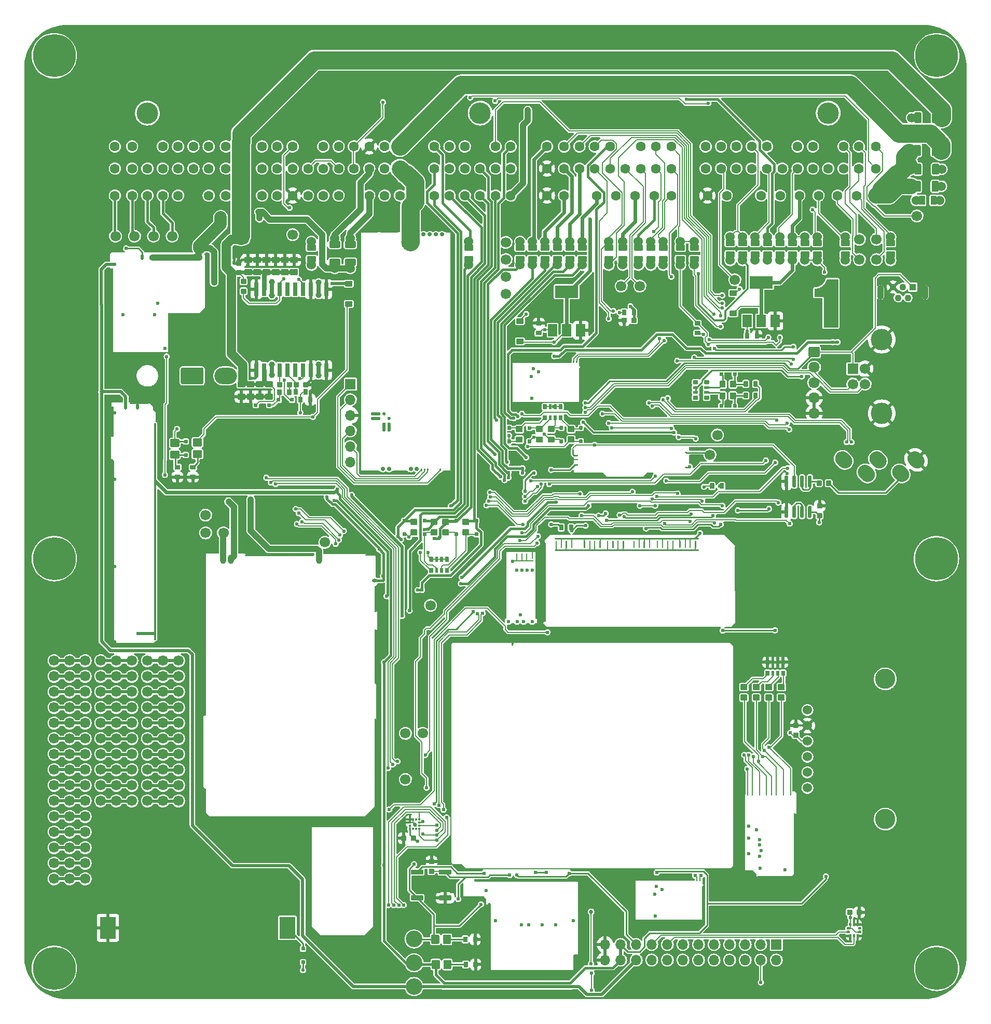
<source format=gtl>
G04 #@! TF.GenerationSoftware,KiCad,Pcbnew,(6.0.1)*
G04 #@! TF.CreationDate,2022-03-05T15:20:43+02:00*
G04 #@! TF.ProjectId,hellen72_NB2,68656c6c-656e-4373-925f-4e42322e6b69,b*
G04 #@! TF.SameCoordinates,PX141ef50PYa2cc1bc*
G04 #@! TF.FileFunction,Copper,L1,Top*
G04 #@! TF.FilePolarity,Positive*
%FSLAX46Y46*%
G04 Gerber Fmt 4.6, Leading zero omitted, Abs format (unit mm)*
G04 Created by KiCad (PCBNEW (6.0.1)) date 2022-03-05 15:20:43*
%MOMM*%
%LPD*%
G01*
G04 APERTURE LIST*
G04 #@! TA.AperFunction,EtchedComponent*
%ADD10C,0.100000*%
G04 #@! TD*
G04 #@! TA.AperFunction,SMDPad,CuDef*
%ADD11O,0.499999X2.999999*%
G04 #@! TD*
G04 #@! TA.AperFunction,SMDPad,CuDef*
%ADD12O,0.499999X12.700000*%
G04 #@! TD*
G04 #@! TA.AperFunction,SMDPad,CuDef*
%ADD13O,1.200000X0.499999*%
G04 #@! TD*
G04 #@! TA.AperFunction,SMDPad,CuDef*
%ADD14O,17.400001X0.399999*%
G04 #@! TD*
G04 #@! TA.AperFunction,SMDPad,CuDef*
%ADD15O,0.499999X11.400000*%
G04 #@! TD*
G04 #@! TA.AperFunction,SMDPad,CuDef*
%ADD16O,14.449999X0.499999*%
G04 #@! TD*
G04 #@! TA.AperFunction,ComponentPad*
%ADD17C,0.599999*%
G04 #@! TD*
G04 #@! TA.AperFunction,ComponentPad*
%ADD18C,1.524000*%
G04 #@! TD*
G04 #@! TA.AperFunction,SMDPad,CuDef*
%ADD19O,0.499999X0.250000*%
G04 #@! TD*
G04 #@! TA.AperFunction,ComponentPad*
%ADD20C,1.700000*%
G04 #@! TD*
G04 #@! TA.AperFunction,ComponentPad*
%ADD21R,1.700000X1.700000*%
G04 #@! TD*
G04 #@! TA.AperFunction,ComponentPad*
%ADD22O,1.700000X1.700000*%
G04 #@! TD*
G04 #@! TA.AperFunction,SMDPad,CuDef*
%ADD23C,2.700000*%
G04 #@! TD*
G04 #@! TA.AperFunction,SMDPad,CuDef*
%ADD24O,0.200000X14.399999*%
G04 #@! TD*
G04 #@! TA.AperFunction,SMDPad,CuDef*
%ADD25O,0.200000X25.849999*%
G04 #@! TD*
G04 #@! TA.AperFunction,SMDPad,CuDef*
%ADD26O,0.200000X4.149999*%
G04 #@! TD*
G04 #@! TA.AperFunction,SMDPad,CuDef*
%ADD27O,0.200000X4.249999*%
G04 #@! TD*
G04 #@! TA.AperFunction,SMDPad,CuDef*
%ADD28O,0.200000X3.600000*%
G04 #@! TD*
G04 #@! TA.AperFunction,SMDPad,CuDef*
%ADD29O,0.200000X8.824999*%
G04 #@! TD*
G04 #@! TA.AperFunction,SMDPad,CuDef*
%ADD30O,11.324999X0.200000*%
G04 #@! TD*
G04 #@! TA.AperFunction,SMDPad,CuDef*
%ADD31O,25.699999X0.200000*%
G04 #@! TD*
G04 #@! TA.AperFunction,SMDPad,CuDef*
%ADD32O,1.699999X0.200000*%
G04 #@! TD*
G04 #@! TA.AperFunction,SMDPad,CuDef*
%ADD33O,1.000001X1.500000*%
G04 #@! TD*
G04 #@! TA.AperFunction,SMDPad,CuDef*
%ADD34O,0.800001X0.599999*%
G04 #@! TD*
G04 #@! TA.AperFunction,ComponentPad*
%ADD35C,3.500000*%
G04 #@! TD*
G04 #@! TA.AperFunction,ComponentPad*
%ADD36C,1.600000*%
G04 #@! TD*
G04 #@! TA.AperFunction,ComponentPad*
%ADD37R,1.100000X1.100000*%
G04 #@! TD*
G04 #@! TA.AperFunction,ComponentPad*
%ADD38C,1.100000*%
G04 #@! TD*
G04 #@! TA.AperFunction,ComponentPad*
%ADD39O,1.100000X2.400000*%
G04 #@! TD*
G04 #@! TA.AperFunction,SMDPad,CuDef*
%ADD40O,0.200000X5.669999*%
G04 #@! TD*
G04 #@! TA.AperFunction,SMDPad,CuDef*
%ADD41O,9.800001X0.399999*%
G04 #@! TD*
G04 #@! TA.AperFunction,SMDPad,CuDef*
%ADD42O,0.200000X6.799999*%
G04 #@! TD*
G04 #@! TA.AperFunction,SMDPad,CuDef*
%ADD43O,11.100001X0.200000*%
G04 #@! TD*
G04 #@! TA.AperFunction,SMDPad,CuDef*
%ADD44O,0.250000X0.499999*%
G04 #@! TD*
G04 #@! TA.AperFunction,ComponentPad*
%ADD45C,3.302000*%
G04 #@! TD*
G04 #@! TA.AperFunction,ComponentPad*
%ADD46O,3.700000X2.700000*%
G04 #@! TD*
G04 #@! TA.AperFunction,ComponentPad*
%ADD47C,7.000000*%
G04 #@! TD*
G04 #@! TA.AperFunction,SMDPad,CuDef*
%ADD48R,0.375000X0.350000*%
G04 #@! TD*
G04 #@! TA.AperFunction,SMDPad,CuDef*
%ADD49R,0.350000X0.375000*%
G04 #@! TD*
G04 #@! TA.AperFunction,SMDPad,CuDef*
%ADD50R,2.600000X3.600000*%
G04 #@! TD*
G04 #@! TA.AperFunction,SMDPad,CuDef*
%ADD51O,0.499999X1.000001*%
G04 #@! TD*
G04 #@! TA.AperFunction,SMDPad,CuDef*
%ADD52O,8.744829X1.000001*%
G04 #@! TD*
G04 #@! TA.AperFunction,SMDPad,CuDef*
%ADD53O,9.199999X0.200000*%
G04 #@! TD*
G04 #@! TA.AperFunction,SMDPad,CuDef*
%ADD54O,0.499999X0.200000*%
G04 #@! TD*
G04 #@! TA.AperFunction,SMDPad,CuDef*
%ADD55O,0.399999X9.000000*%
G04 #@! TD*
G04 #@! TA.AperFunction,SMDPad,CuDef*
%ADD56O,0.200000X13.800000*%
G04 #@! TD*
G04 #@! TA.AperFunction,SMDPad,CuDef*
%ADD57O,5.399999X0.399999*%
G04 #@! TD*
G04 #@! TA.AperFunction,SMDPad,CuDef*
%ADD58O,0.200000X6.500000*%
G04 #@! TD*
G04 #@! TA.AperFunction,ComponentPad*
%ADD59C,0.700000*%
G04 #@! TD*
G04 #@! TA.AperFunction,SMDPad,CuDef*
%ADD60C,3.000000*%
G04 #@! TD*
G04 #@! TA.AperFunction,SMDPad,CuDef*
%ADD61R,3.000000X0.250000*%
G04 #@! TD*
G04 #@! TA.AperFunction,SMDPad,CuDef*
%ADD62R,1.450000X0.250000*%
G04 #@! TD*
G04 #@! TA.AperFunction,SMDPad,CuDef*
%ADD63R,2.250000X0.250000*%
G04 #@! TD*
G04 #@! TA.AperFunction,SMDPad,CuDef*
%ADD64R,2.950000X0.250000*%
G04 #@! TD*
G04 #@! TA.AperFunction,SMDPad,CuDef*
%ADD65R,0.250000X39.250000*%
G04 #@! TD*
G04 #@! TA.AperFunction,SMDPad,CuDef*
%ADD66R,3.100000X0.250000*%
G04 #@! TD*
G04 #@! TA.AperFunction,SMDPad,CuDef*
%ADD67R,0.950000X0.250000*%
G04 #@! TD*
G04 #@! TA.AperFunction,SMDPad,CuDef*
%ADD68R,1.500000X2.000000*%
G04 #@! TD*
G04 #@! TA.AperFunction,SMDPad,CuDef*
%ADD69R,3.800000X2.000000*%
G04 #@! TD*
G04 #@! TA.AperFunction,SMDPad,CuDef*
%ADD70O,5.100000X0.200000*%
G04 #@! TD*
G04 #@! TA.AperFunction,SMDPad,CuDef*
%ADD71O,0.200000X11.100000*%
G04 #@! TD*
G04 #@! TA.AperFunction,SMDPad,CuDef*
%ADD72O,0.200000X0.950000*%
G04 #@! TD*
G04 #@! TA.AperFunction,ComponentPad*
%ADD73C,0.600000*%
G04 #@! TD*
G04 #@! TA.AperFunction,SMDPad,CuDef*
%ADD74O,3.500000X0.200000*%
G04 #@! TD*
G04 #@! TA.AperFunction,SMDPad,CuDef*
%ADD75O,0.250000X0.500000*%
G04 #@! TD*
G04 #@! TA.AperFunction,SMDPad,CuDef*
%ADD76O,5.800001X0.250000*%
G04 #@! TD*
G04 #@! TA.AperFunction,SMDPad,CuDef*
%ADD77O,0.250000X10.200000*%
G04 #@! TD*
G04 #@! TA.AperFunction,SMDPad,CuDef*
%ADD78O,0.200000X0.399999*%
G04 #@! TD*
G04 #@! TA.AperFunction,SMDPad,CuDef*
%ADD79O,0.399999X5.000000*%
G04 #@! TD*
G04 #@! TA.AperFunction,SMDPad,CuDef*
%ADD80O,0.399999X30.000001*%
G04 #@! TD*
G04 #@! TA.AperFunction,SMDPad,CuDef*
%ADD81O,7.200001X0.399999*%
G04 #@! TD*
G04 #@! TA.AperFunction,SMDPad,CuDef*
%ADD82O,3.099999X0.200000*%
G04 #@! TD*
G04 #@! TA.AperFunction,SMDPad,CuDef*
%ADD83O,2.999999X0.499999*%
G04 #@! TD*
G04 #@! TA.AperFunction,SMDPad,CuDef*
%ADD84O,0.399999X35.400000*%
G04 #@! TD*
G04 #@! TA.AperFunction,SMDPad,CuDef*
%ADD85R,0.800000X2.200000*%
G04 #@! TD*
G04 #@! TA.AperFunction,SMDPad,CuDef*
%ADD86R,2.032000X5.080000*%
G04 #@! TD*
G04 #@! TA.AperFunction,SMDPad,CuDef*
%ADD87R,11.430000X7.620000*%
G04 #@! TD*
G04 #@! TA.AperFunction,ComponentPad*
%ADD88O,1.850000X1.700000*%
G04 #@! TD*
G04 #@! TA.AperFunction,ViaPad*
%ADD89C,0.600000*%
G04 #@! TD*
G04 #@! TA.AperFunction,ViaPad*
%ADD90C,0.609600*%
G04 #@! TD*
G04 #@! TA.AperFunction,ViaPad*
%ADD91C,0.685800*%
G04 #@! TD*
G04 #@! TA.AperFunction,ViaPad*
%ADD92C,1.000000*%
G04 #@! TD*
G04 #@! TA.AperFunction,Conductor*
%ADD93C,0.400000*%
G04 #@! TD*
G04 #@! TA.AperFunction,Conductor*
%ADD94C,1.500000*%
G04 #@! TD*
G04 #@! TA.AperFunction,Conductor*
%ADD95C,2.000000*%
G04 #@! TD*
G04 #@! TA.AperFunction,Conductor*
%ADD96C,1.000000*%
G04 #@! TD*
G04 #@! TA.AperFunction,Conductor*
%ADD97C,0.200000*%
G04 #@! TD*
G04 #@! TA.AperFunction,Conductor*
%ADD98C,3.000000*%
G04 #@! TD*
G04 #@! TA.AperFunction,Conductor*
%ADD99C,0.254000*%
G04 #@! TD*
G04 #@! TA.AperFunction,Conductor*
%ADD100C,0.299720*%
G04 #@! TD*
G04 #@! TA.AperFunction,Conductor*
%ADD101C,0.508000*%
G04 #@! TD*
G04 #@! TA.AperFunction,Conductor*
%ADD102C,2.500000*%
G04 #@! TD*
G04 #@! TA.AperFunction,Conductor*
%ADD103C,0.300000*%
G04 #@! TD*
G04 #@! TA.AperFunction,Conductor*
%ADD104C,0.203200*%
G04 #@! TD*
G04 #@! TA.AperFunction,Conductor*
%ADD105C,0.600000*%
G04 #@! TD*
G04 #@! TA.AperFunction,Conductor*
%ADD106C,0.500000*%
G04 #@! TD*
G04 #@! TA.AperFunction,Conductor*
%ADD107C,0.800000*%
G04 #@! TD*
G04 #@! TA.AperFunction,Conductor*
%ADD108C,2.900000*%
G04 #@! TD*
G04 #@! TA.AperFunction,Conductor*
%ADD109C,2.800000*%
G04 #@! TD*
G04 APERTURE END LIST*
D10*
G04 #@! TO.C,G3*
X132901680Y109605340D02*
X130601680Y109605340D01*
X130601680Y109605340D02*
X130601680Y114505340D01*
X130601680Y114505340D02*
X130591680Y114555340D01*
X130591680Y114555340D02*
X130551680Y114595340D01*
X130551680Y114595340D02*
X130501680Y114605340D01*
X130501680Y114605340D02*
X129101680Y114605340D01*
X129101680Y114605340D02*
X129101680Y115905340D01*
X129101680Y115905340D02*
X129201680Y115905340D01*
X129201680Y115905340D02*
X129381680Y115925340D01*
X129381680Y115925340D02*
X129591680Y115965340D01*
X129591680Y115965340D02*
X129801680Y116035340D01*
X129801680Y116035340D02*
X129931680Y116085340D01*
X129931680Y116085340D02*
X130111680Y116175340D01*
X130111680Y116175340D02*
X130281680Y116285340D01*
X130281680Y116285340D02*
X130461680Y116425340D01*
X130461680Y116425340D02*
X130651680Y116615340D01*
X130651680Y116615340D02*
X130741680Y116735340D01*
X130741680Y116735340D02*
X130851680Y116895340D01*
X130851680Y116895340D02*
X130961680Y117095340D01*
X130961680Y117095340D02*
X131041680Y117285340D01*
X131041680Y117285340D02*
X131081680Y117405340D01*
X131081680Y117405340D02*
X132901680Y117405340D01*
X132901680Y117405340D02*
X132901680Y109605340D01*
G36*
X132901680Y109605340D02*
G01*
X130601680Y109605340D01*
X130601680Y114505340D01*
X130591680Y114555340D01*
X130551680Y114595340D01*
X130501680Y114605340D01*
X129101680Y114605340D01*
X129101680Y115905340D01*
X129201680Y115905340D01*
X129381680Y115925340D01*
X129591680Y115965340D01*
X129801680Y116035340D01*
X129931680Y116085340D01*
X130111680Y116175340D01*
X130281680Y116285340D01*
X130461680Y116425340D01*
X130651680Y116615340D01*
X130741680Y116735340D01*
X130851680Y116895340D01*
X130961680Y117095340D01*
X131041680Y117285340D01*
X131081680Y117405340D01*
X132901680Y117405340D01*
X132901680Y109605340D01*
G37*
X132901680Y109605340D02*
X130601680Y109605340D01*
X130601680Y114505340D01*
X130591680Y114555340D01*
X130551680Y114595340D01*
X130501680Y114605340D01*
X129101680Y114605340D01*
X129101680Y115905340D01*
X129201680Y115905340D01*
X129381680Y115925340D01*
X129591680Y115965340D01*
X129801680Y116035340D01*
X129931680Y116085340D01*
X130111680Y116175340D01*
X130281680Y116285340D01*
X130461680Y116425340D01*
X130651680Y116615340D01*
X130741680Y116735340D01*
X130851680Y116895340D01*
X130961680Y117095340D01*
X131041680Y117285340D01*
X131081680Y117405340D01*
X132901680Y117405340D01*
X132901680Y109605340D01*
G04 #@! TD*
D11*
G04 #@! TO.P,M4,G,GND*
G04 #@! TO.N,GND*
X89968539Y5845064D03*
D12*
X90718540Y13232532D03*
D13*
X90318541Y7120058D03*
D14*
X82218547Y19395047D03*
D15*
X76018539Y10107529D03*
D16*
X82988541Y4570030D03*
D17*
G04 #@! TO.P,M4,V1,V33*
G04 #@! TO.N,+3V3*
X75468535Y17795040D03*
G04 #@! TO.P,M4,V2,GND*
G04 #@! TO.N,GND*
X77043549Y12890031D03*
G04 #@! TO.P,M4,V3,GND*
X89747567Y12899094D03*
G04 #@! TO.P,M4,V4,SD_CS*
G04 #@! TO.N,/SD_CS*
X81268539Y12220030D03*
G04 #@! TO.P,M4,V5,SD_MOSI*
G04 #@! TO.N,/SD_MOSI*
X82443543Y12220030D03*
G04 #@! TO.P,M4,V6,SD_SCK*
G04 #@! TO.N,/SD_SCK*
X84618537Y12220030D03*
G04 #@! TO.P,M4,V7,SD_MISO*
G04 #@! TO.N,/SD_MISO*
X86843539Y12220030D03*
G04 #@! TD*
D18*
G04 #@! TO.P,F6,1,1*
G04 #@! TO.N,Net-(F6-Pad1)*
X149753680Y132605340D03*
G04 #@! TA.AperFunction,SMDPad,CuDef*
G36*
G01*
X148408690Y133505340D02*
X149098690Y133505340D01*
G75*
G02*
X149328690Y133275340I0J-230000D01*
G01*
X149328690Y131935340D01*
G75*
G02*
X149098690Y131705340I-230000J0D01*
G01*
X148408690Y131705340D01*
G75*
G02*
X148178690Y131935340I0J230000D01*
G01*
X148178690Y133275340D01*
G75*
G02*
X148408690Y133505340I230000J0D01*
G01*
G37*
G04 #@! TD.AperFunction*
G04 #@! TO.P,F6,2,2*
G04 #@! TO.N,/4AF*
G04 #@! TA.AperFunction,SMDPad,CuDef*
G36*
G01*
X145508670Y133505340D02*
X146198670Y133505340D01*
G75*
G02*
X146428670Y133275340I0J-230000D01*
G01*
X146428670Y131935340D01*
G75*
G02*
X146198670Y131705340I-230000J0D01*
G01*
X145508670Y131705340D01*
G75*
G02*
X145278670Y131935340I0J230000D01*
G01*
X145278670Y133275340D01*
G75*
G02*
X145508670Y133505340I230000J0D01*
G01*
G37*
G04 #@! TD.AperFunction*
X144853680Y132605340D03*
G04 #@! TD*
D19*
G04 #@! TO.P,M9,E1,V5A*
G04 #@! TO.N,+5VA*
X90291681Y87183340D03*
G04 #@! TO.P,M9,E2,GND*
G04 #@! TO.N,GND*
X90291681Y88058340D03*
G04 #@! TO.P,M9,E3,OUT_KNOCK*
G04 #@! TO.N,/IN_KNOCK*
X90291681Y88758341D03*
G04 #@! TO.P,M9,W1,IN_KNOCK*
G04 #@! TO.N,/IN_KNOCK_RAW*
X108116679Y89208340D03*
G04 #@! TO.P,M9,W2,VREF*
G04 #@! TO.N,/VREF2*
X108116679Y86808337D03*
G04 #@! TD*
D18*
G04 #@! TO.P,R8,1,1*
G04 #@! TO.N,+5VA*
X117331680Y120540340D03*
G04 #@! TA.AperFunction,SMDPad,CuDef*
G36*
G01*
X117956680Y120995339D02*
X116706680Y120995339D01*
G75*
G02*
X116606680Y121095339I0J100000D01*
G01*
X116606680Y121895339D01*
G75*
G02*
X116706680Y121995339I100000J0D01*
G01*
X117956680Y121995339D01*
G75*
G02*
X118056680Y121895339I0J-100000D01*
G01*
X118056680Y121095339D01*
G75*
G02*
X117956680Y120995339I-100000J0D01*
G01*
G37*
G04 #@! TD.AperFunction*
G04 #@! TO.P,R8,2,2*
G04 #@! TO.N,/4K*
G04 #@! TA.AperFunction,SMDPad,CuDef*
G36*
G01*
X117956680Y122895361D02*
X116706680Y122895361D01*
G75*
G02*
X116606680Y122995361I0J100000D01*
G01*
X116606680Y123795361D01*
G75*
G02*
X116706680Y123895361I100000J0D01*
G01*
X117956680Y123895361D01*
G75*
G02*
X118056680Y123795361I0J-100000D01*
G01*
X118056680Y122995361D01*
G75*
G02*
X117956680Y122895361I-100000J0D01*
G01*
G37*
G04 #@! TD.AperFunction*
X117331680Y124350340D03*
G04 #@! TD*
G04 #@! TO.P,R32,1,1*
G04 #@! TO.N,/IN_EGR_BOOST*
G04 #@! TA.AperFunction,SMDPad,CuDef*
G36*
G01*
X142086680Y120995339D02*
X140836680Y120995339D01*
G75*
G02*
X140736680Y121095339I0J100000D01*
G01*
X140736680Y121895339D01*
G75*
G02*
X140836680Y121995339I100000J0D01*
G01*
X142086680Y121995339D01*
G75*
G02*
X142186680Y121895339I0J-100000D01*
G01*
X142186680Y121095339D01*
G75*
G02*
X142086680Y120995339I-100000J0D01*
G01*
G37*
G04 #@! TD.AperFunction*
X141461680Y120540340D03*
G04 #@! TO.P,R32,2,2*
G04 #@! TO.N,/4AE*
X141461680Y124350340D03*
G04 #@! TA.AperFunction,SMDPad,CuDef*
G36*
G01*
X142086680Y122895361D02*
X140836680Y122895361D01*
G75*
G02*
X140736680Y122995361I0J100000D01*
G01*
X140736680Y123795361D01*
G75*
G02*
X140836680Y123895361I100000J0D01*
G01*
X142086680Y123895361D01*
G75*
G02*
X142186680Y123795361I0J-100000D01*
G01*
X142186680Y122995361D01*
G75*
G02*
X142086680Y122895361I-100000J0D01*
G01*
G37*
G04 #@! TD.AperFunction*
G04 #@! TD*
D20*
G04 #@! TO.P,P5,1,Pin_1*
G04 #@! TO.N,/IO12*
X62302380Y35910220D03*
G04 #@! TD*
G04 #@! TO.P,P6,1,Pin_1*
G04 #@! TO.N,/IO13*
X62302380Y43412400D03*
G04 #@! TD*
G04 #@! TO.P,R2,1*
G04 #@! TO.N,Net-(D10-Pad2)*
G04 #@! TA.AperFunction,SMDPad,CuDef*
G36*
G01*
X24710000Y87162500D02*
X25490000Y87162500D01*
G75*
G02*
X25560000Y87092500I0J-70000D01*
G01*
X25560000Y86532500D01*
G75*
G02*
X25490000Y86462500I-70000J0D01*
G01*
X24710000Y86462500D01*
G75*
G02*
X24640000Y86532500I0J70000D01*
G01*
X24640000Y87092500D01*
G75*
G02*
X24710000Y87162500I70000J0D01*
G01*
G37*
G04 #@! TD.AperFunction*
G04 #@! TO.P,R2,2*
G04 #@! TO.N,GND*
G04 #@! TA.AperFunction,SMDPad,CuDef*
G36*
G01*
X24710000Y85562500D02*
X25490000Y85562500D01*
G75*
G02*
X25560000Y85492500I0J-70000D01*
G01*
X25560000Y84932500D01*
G75*
G02*
X25490000Y84862500I-70000J0D01*
G01*
X24710000Y84862500D01*
G75*
G02*
X24640000Y84932500I0J70000D01*
G01*
X24640000Y85492500D01*
G75*
G02*
X24710000Y85562500I70000J0D01*
G01*
G37*
G04 #@! TD.AperFunction*
G04 #@! TD*
D21*
G04 #@! TO.P,J27,1,Pin_1*
G04 #@! TO.N,Net-(J27-Pad1)*
X53323680Y100347340D03*
D22*
G04 #@! TO.P,J27,2,Pin_2*
G04 #@! TO.N,Net-(J27-Pad2)*
X53323680Y97807340D03*
G04 #@! TO.P,J27,3,Pin_3*
G04 #@! TO.N,GND*
X53323680Y95267340D03*
G04 #@! TO.P,J27,4,Pin_4*
G04 #@! TO.N,Net-(J27-Pad4)*
X53323680Y92727340D03*
G04 #@! TO.P,J27,5,Pin_5*
G04 #@! TO.N,Net-(J27-Pad5)*
X53323680Y90187340D03*
G04 #@! TO.P,J27,6,Pin_6*
G04 #@! TO.N,unconnected-(J27-Pad6)*
X53323680Y87647340D03*
G04 #@! TD*
G04 #@! TO.P,R4,1*
G04 #@! TO.N,/IN_MAP1*
G04 #@! TA.AperFunction,SMDPad,CuDef*
G36*
G01*
X114301680Y84145340D02*
X114301680Y83365340D01*
G75*
G02*
X114231680Y83295340I-70000J0D01*
G01*
X113671680Y83295340D01*
G75*
G02*
X113601680Y83365340I0J70000D01*
G01*
X113601680Y84145340D01*
G75*
G02*
X113671680Y84215340I70000J0D01*
G01*
X114231680Y84215340D01*
G75*
G02*
X114301680Y84145340I0J-70000D01*
G01*
G37*
G04 #@! TD.AperFunction*
G04 #@! TO.P,R4,2*
G04 #@! TO.N,GNDA*
G04 #@! TA.AperFunction,SMDPad,CuDef*
G36*
G01*
X112701680Y84145340D02*
X112701680Y83365340D01*
G75*
G02*
X112631680Y83295340I-70000J0D01*
G01*
X112071680Y83295340D01*
G75*
G02*
X112001680Y83365340I0J70000D01*
G01*
X112001680Y84145340D01*
G75*
G02*
X112071680Y84215340I70000J0D01*
G01*
X112631680Y84215340D01*
G75*
G02*
X112701680Y84145340I0J-70000D01*
G01*
G37*
G04 #@! TD.AperFunction*
G04 #@! TD*
D20*
G04 #@! TO.P,P19,1,Pin_1*
G04 #@! TO.N,/5J*
X43925680Y124731340D03*
G04 #@! TD*
D23*
G04 #@! TO.P,J19,1,Pin_1*
G04 #@! TO.N,+12V*
X63719659Y2136041D03*
G04 #@! TD*
G04 #@! TO.P,C3,1*
G04 #@! TO.N,GND*
G04 #@! TA.AperFunction,SMDPad,CuDef*
G36*
G01*
X61596678Y25965340D02*
X61596678Y26645340D01*
G75*
G02*
X61681678Y26730340I85000J0D01*
G01*
X62361678Y26730340D01*
G75*
G02*
X62446678Y26645340I0J-85000D01*
G01*
X62446678Y25965340D01*
G75*
G02*
X62361678Y25880340I-85000J0D01*
G01*
X61681678Y25880340D01*
G75*
G02*
X61596678Y25965340I0J85000D01*
G01*
G37*
G04 #@! TD.AperFunction*
G04 #@! TO.P,C3,2*
G04 #@! TO.N,+3V3*
G04 #@! TA.AperFunction,SMDPad,CuDef*
G36*
G01*
X63176680Y25965340D02*
X63176680Y26645340D01*
G75*
G02*
X63261680Y26730340I85000J0D01*
G01*
X63941680Y26730340D01*
G75*
G02*
X64026680Y26645340I0J-85000D01*
G01*
X64026680Y25965340D01*
G75*
G02*
X63941680Y25880340I-85000J0D01*
G01*
X63261680Y25880340D01*
G75*
G02*
X63176680Y25965340I0J85000D01*
G01*
G37*
G04 #@! TD.AperFunction*
G04 #@! TD*
D20*
G04 #@! TO.P,G4,1*
G04 #@! TO.N,Net-(G4-Pad1)*
X20210000Y45097322D03*
G04 #@! TO.P,G4,2*
G04 #@! TO.N,Net-(G4-Pad12)*
X20210000Y47637322D03*
G04 #@! TO.P,G4,3*
G04 #@! TO.N,Net-(G4-Pad13)*
X20210000Y50177322D03*
G04 #@! TO.P,G4,4*
G04 #@! TO.N,Net-(G4-Pad14)*
X20210000Y52717322D03*
G04 #@! TO.P,G4,5*
G04 #@! TO.N,Net-(G4-Pad10)*
X20210000Y55257322D03*
G04 #@! TO.P,G4,6*
G04 #@! TO.N,Net-(G4-Pad1)*
X22750000Y45097322D03*
G04 #@! TO.P,G4,7*
G04 #@! TO.N,Net-(G4-Pad12)*
X22750000Y47637322D03*
G04 #@! TO.P,G4,8*
G04 #@! TO.N,Net-(G4-Pad13)*
X22750000Y50177322D03*
G04 #@! TO.P,G4,9*
G04 #@! TO.N,Net-(G4-Pad14)*
X22750000Y52717322D03*
G04 #@! TO.P,G4,10*
G04 #@! TO.N,Net-(G4-Pad10)*
X22750000Y55257322D03*
G04 #@! TO.P,G4,11*
G04 #@! TO.N,Net-(G4-Pad1)*
X25290000Y45097322D03*
G04 #@! TO.P,G4,12*
G04 #@! TO.N,Net-(G4-Pad12)*
X25290000Y47637322D03*
G04 #@! TO.P,G4,13*
G04 #@! TO.N,Net-(G4-Pad13)*
X25290000Y50177322D03*
G04 #@! TO.P,G4,14*
G04 #@! TO.N,Net-(G4-Pad14)*
X25290000Y52717322D03*
G04 #@! TO.P,G4,15*
G04 #@! TO.N,Net-(G4-Pad10)*
X25290000Y55257322D03*
G04 #@! TD*
G04 #@! TO.P,R9,1,1*
G04 #@! TO.N,/IN_VIGN*
G04 #@! TA.AperFunction,SMDPad,CuDef*
G36*
G01*
X124052680Y120995339D02*
X122802680Y120995339D01*
G75*
G02*
X122702680Y121095339I0J100000D01*
G01*
X122702680Y121895339D01*
G75*
G02*
X122802680Y121995339I100000J0D01*
G01*
X124052680Y121995339D01*
G75*
G02*
X124152680Y121895339I0J-100000D01*
G01*
X124152680Y121095339D01*
G75*
G02*
X124052680Y120995339I-100000J0D01*
G01*
G37*
G04 #@! TD.AperFunction*
D18*
X123427680Y120540340D03*
G04 #@! TO.P,R9,2,2*
G04 #@! TO.N,/4S*
G04 #@! TA.AperFunction,SMDPad,CuDef*
G36*
G01*
X124052680Y122895361D02*
X122802680Y122895361D01*
G75*
G02*
X122702680Y122995361I0J100000D01*
G01*
X122702680Y123795361D01*
G75*
G02*
X122802680Y123895361I100000J0D01*
G01*
X124052680Y123895361D01*
G75*
G02*
X124152680Y123795361I0J-100000D01*
G01*
X124152680Y122995361D01*
G75*
G02*
X124052680Y122895361I-100000J0D01*
G01*
G37*
G04 #@! TD.AperFunction*
X123427680Y124350340D03*
G04 #@! TD*
D20*
G04 #@! TO.P,P10,1,Pin_1*
G04 #@! TO.N,/2F*
X78723680Y117873340D03*
G04 #@! TD*
G04 #@! TO.P,R21,1*
G04 #@! TO.N,Net-(C10-Pad1)*
G04 #@! TA.AperFunction,SMDPad,CuDef*
G36*
G01*
X43701680Y99445340D02*
X43701680Y98665340D01*
G75*
G02*
X43631680Y98595340I-70000J0D01*
G01*
X43071680Y98595340D01*
G75*
G02*
X43001680Y98665340I0J70000D01*
G01*
X43001680Y99445340D01*
G75*
G02*
X43071680Y99515340I70000J0D01*
G01*
X43631680Y99515340D01*
G75*
G02*
X43701680Y99445340I0J-70000D01*
G01*
G37*
G04 #@! TD.AperFunction*
G04 #@! TO.P,R21,2*
G04 #@! TO.N,Net-(D33-Pad1)*
G04 #@! TA.AperFunction,SMDPad,CuDef*
G36*
G01*
X42101680Y99445340D02*
X42101680Y98665340D01*
G75*
G02*
X42031680Y98595340I-70000J0D01*
G01*
X41471680Y98595340D01*
G75*
G02*
X41401680Y98665340I0J70000D01*
G01*
X41401680Y99445340D01*
G75*
G02*
X41471680Y99515340I70000J0D01*
G01*
X42031680Y99515340D01*
G75*
G02*
X42101680Y99445340I0J-70000D01*
G01*
G37*
G04 #@! TD.AperFunction*
G04 #@! TD*
G04 #@! TO.P,P12,1,Pin_1*
G04 #@! TO.N,/OUT_SOLENOID_A1*
X29701680Y79005340D03*
G04 #@! TD*
G04 #@! TO.P,G12,1*
G04 #@! TO.N,Net-(G12-Pad1)*
X12590000Y32397322D03*
G04 #@! TO.P,G12,2*
G04 #@! TO.N,Net-(G12-Pad12)*
X12590000Y34937322D03*
G04 #@! TO.P,G12,3*
G04 #@! TO.N,Net-(G12-Pad13)*
X12590000Y37477322D03*
G04 #@! TO.P,G12,4*
G04 #@! TO.N,Net-(G12-Pad14)*
X12590000Y40017322D03*
G04 #@! TO.P,G12,5*
G04 #@! TO.N,Net-(G12-Pad10)*
X12590000Y42557322D03*
G04 #@! TO.P,G12,6*
G04 #@! TO.N,Net-(G12-Pad1)*
X15130000Y32397322D03*
G04 #@! TO.P,G12,7*
G04 #@! TO.N,Net-(G12-Pad12)*
X15130000Y34937322D03*
G04 #@! TO.P,G12,8*
G04 #@! TO.N,Net-(G12-Pad13)*
X15130000Y37477322D03*
G04 #@! TO.P,G12,9*
G04 #@! TO.N,Net-(G12-Pad14)*
X15130000Y40017322D03*
G04 #@! TO.P,G12,10*
G04 #@! TO.N,Net-(G12-Pad10)*
X15130000Y42557322D03*
G04 #@! TO.P,G12,11*
G04 #@! TO.N,Net-(G12-Pad1)*
X17670000Y32397322D03*
G04 #@! TO.P,G12,12*
G04 #@! TO.N,Net-(G12-Pad12)*
X17670000Y34937322D03*
G04 #@! TO.P,G12,13*
G04 #@! TO.N,Net-(G12-Pad13)*
X17670000Y37477322D03*
G04 #@! TO.P,G12,14*
G04 #@! TO.N,Net-(G12-Pad14)*
X17670000Y40017322D03*
G04 #@! TO.P,G12,15*
G04 #@! TO.N,Net-(G12-Pad10)*
X17670000Y42557322D03*
G04 #@! TD*
D24*
G04 #@! TO.P,M5,G,GND*
G04 #@! TO.N,GND*
X57389993Y38601063D03*
D25*
X29641557Y59196722D03*
D26*
X29639995Y32385711D03*
G04 #@! TA.AperFunction,SMDPad,CuDef*
G36*
G01*
X30281049Y29751948D02*
X30281049Y29751948D01*
G75*
G02*
X30139627Y29751948I-70711J70711D01*
G01*
X29573941Y30317634D01*
G75*
G02*
X29573941Y30459056I70711J70711D01*
G01*
X29573941Y30459056D01*
G75*
G02*
X29715363Y30459056I70711J-70711D01*
G01*
X30281049Y29893370D01*
G75*
G02*
X30281049Y29751948I-70711J-70711D01*
G01*
G37*
G04 #@! TD.AperFunction*
G04 #@! TA.AperFunction,SMDPad,CuDef*
G36*
G01*
X57441065Y31485197D02*
X57441065Y31485197D01*
G75*
G02*
X57441065Y31343775I-70711J-70711D01*
G01*
X55864217Y29766927D01*
G75*
G02*
X55722795Y29766927I-70711J70711D01*
G01*
X55722795Y29766927D01*
G75*
G02*
X55722795Y29908349I70711J70711D01*
G01*
X57299643Y31485197D01*
G75*
G02*
X57441065Y31485197I70711J-70711D01*
G01*
G37*
G04 #@! TD.AperFunction*
D27*
X57391527Y65321721D03*
D28*
X57541542Y70631720D03*
D29*
X57389990Y55959347D03*
D30*
X41691538Y72396721D03*
G04 #@! TA.AperFunction,SMDPad,CuDef*
G36*
G01*
X57506862Y72489596D02*
X57577572Y72418886D01*
G75*
G02*
X57577572Y72277464I-70711J-70711D01*
G01*
X57577572Y72277464D01*
G75*
G02*
X57436150Y72277464I-70711J70711D01*
G01*
X57365440Y72348174D01*
G75*
G02*
X57365440Y72489596I70711J70711D01*
G01*
X57365440Y72489596D01*
G75*
G02*
X57506862Y72489596I70711J-70711D01*
G01*
G37*
G04 #@! TD.AperFunction*
D31*
X43016547Y29821710D03*
D32*
X56641543Y72456720D03*
D33*
G04 #@! TO.P,M5,S4,OUT_SOLENOID_B1*
G04 #@! TO.N,/OUT_SOLENOID_B1*
X32559110Y71817999D03*
G04 #@! TO.P,M5,S5,OUT_SOLENOID_B2*
G04 #@! TO.N,/OUT_SOLENOID_B2*
X33814975Y71817999D03*
G04 #@! TO.P,M5,S11,V12_RAW*
G04 #@! TO.N,+12V_RAW*
X48190001Y71817999D03*
D34*
G04 #@! TO.P,M5,W5,V12P*
G04 #@! TO.N,+12V_PROT*
X57244999Y68321715D03*
G04 #@! TD*
G04 #@! TO.P,D1,1,A*
G04 #@! TO.N,+5V*
G04 #@! TA.AperFunction,SMDPad,CuDef*
G36*
G01*
X67906019Y6350340D02*
X67906019Y5110340D01*
G75*
G02*
X67776019Y4980340I-130000J0D01*
G01*
X66736019Y4980340D01*
G75*
G02*
X66606019Y5110340I0J130000D01*
G01*
X66606019Y6350340D01*
G75*
G02*
X66736019Y6480340I130000J0D01*
G01*
X67776019Y6480340D01*
G75*
G02*
X67906019Y6350340I0J-130000D01*
G01*
G37*
G04 #@! TD.AperFunction*
G04 #@! TO.P,D1,2,K*
G04 #@! TO.N,Net-(D1-Pad2)*
G04 #@! TA.AperFunction,SMDPad,CuDef*
G36*
G01*
X69806040Y6350340D02*
X69806040Y5110340D01*
G75*
G02*
X69676040Y4980340I-130000J0D01*
G01*
X68636040Y4980340D01*
G75*
G02*
X68506040Y5110340I0J130000D01*
G01*
X68506040Y6350340D01*
G75*
G02*
X68636040Y6480340I130000J0D01*
G01*
X69676040Y6480340D01*
G75*
G02*
X69806040Y6350340I0J-130000D01*
G01*
G37*
G04 #@! TD.AperFunction*
G04 #@! TD*
G04 #@! TO.P,R48,1,1*
G04 #@! TO.N,/OUT_MAIN_RELAY*
G04 #@! TA.AperFunction,SMDPad,CuDef*
G36*
G01*
X89762680Y120233339D02*
X88512680Y120233339D01*
G75*
G02*
X88412680Y120333339I0J100000D01*
G01*
X88412680Y121133339D01*
G75*
G02*
X88512680Y121233339I100000J0D01*
G01*
X89762680Y121233339D01*
G75*
G02*
X89862680Y121133339I0J-100000D01*
G01*
X89862680Y120333339D01*
G75*
G02*
X89762680Y120233339I-100000J0D01*
G01*
G37*
G04 #@! TD.AperFunction*
D18*
X89137680Y119778340D03*
G04 #@! TO.P,R48,2,2*
G04 #@! TO.N,/3H*
X89137680Y123588340D03*
G04 #@! TA.AperFunction,SMDPad,CuDef*
G36*
G01*
X89762680Y122133361D02*
X88512680Y122133361D01*
G75*
G02*
X88412680Y122233361I0J100000D01*
G01*
X88412680Y123033361D01*
G75*
G02*
X88512680Y123133361I100000J0D01*
G01*
X89762680Y123133361D01*
G75*
G02*
X89862680Y123033361I0J-100000D01*
G01*
X89862680Y122233361D01*
G75*
G02*
X89762680Y122133361I-100000J0D01*
G01*
G37*
G04 #@! TD.AperFunction*
G04 #@! TD*
G04 #@! TO.P,D15,1,K*
G04 #@! TO.N,Net-(D15-Pad1)*
G04 #@! TA.AperFunction,SMDPad,CuDef*
G36*
G01*
X61811889Y75639340D02*
X61811889Y76119340D01*
G75*
G02*
X61871889Y76179340I60000J0D01*
G01*
X62351889Y76179340D01*
G75*
G02*
X62411889Y76119340I0J-60000D01*
G01*
X62411889Y75639340D01*
G75*
G02*
X62351889Y75579340I-60000J0D01*
G01*
X61871889Y75579340D01*
G75*
G02*
X61811889Y75639340I0J60000D01*
G01*
G37*
G04 #@! TD.AperFunction*
G04 #@! TO.P,D15,2,A*
G04 #@! TO.N,/OUT_INJ1*
G04 #@! TA.AperFunction,SMDPad,CuDef*
G36*
G01*
X61811889Y77839340D02*
X61811889Y78319340D01*
G75*
G02*
X61871889Y78379340I60000J0D01*
G01*
X62351889Y78379340D01*
G75*
G02*
X62411889Y78319340I0J-60000D01*
G01*
X62411889Y77839340D01*
G75*
G02*
X62351889Y77779340I-60000J0D01*
G01*
X61871889Y77779340D01*
G75*
G02*
X61811889Y77839340I0J60000D01*
G01*
G37*
G04 #@! TD.AperFunction*
G04 #@! TD*
G04 #@! TO.P,C7,1*
G04 #@! TO.N,GND*
G04 #@! TA.AperFunction,SMDPad,CuDef*
G36*
G01*
X34790197Y120526785D02*
X35470197Y120526785D01*
G75*
G02*
X35555197Y120441785I0J-85000D01*
G01*
X35555197Y119761785D01*
G75*
G02*
X35470197Y119676785I-85000J0D01*
G01*
X34790197Y119676785D01*
G75*
G02*
X34705197Y119761785I0J85000D01*
G01*
X34705197Y120441785D01*
G75*
G02*
X34790197Y120526785I85000J0D01*
G01*
G37*
G04 #@! TD.AperFunction*
G04 #@! TO.P,C7,2*
G04 #@! TO.N,+12V_ETB*
G04 #@! TA.AperFunction,SMDPad,CuDef*
G36*
G01*
X34790197Y118946783D02*
X35470197Y118946783D01*
G75*
G02*
X35555197Y118861783I0J-85000D01*
G01*
X35555197Y118181783D01*
G75*
G02*
X35470197Y118096783I-85000J0D01*
G01*
X34790197Y118096783D01*
G75*
G02*
X34705197Y118181783I0J85000D01*
G01*
X34705197Y118861783D01*
G75*
G02*
X34790197Y118946783I85000J0D01*
G01*
G37*
G04 #@! TD.AperFunction*
G04 #@! TD*
G04 #@! TO.P,C1,1*
G04 #@! TO.N,GND*
G04 #@! TA.AperFunction,SMDPad,CuDef*
G36*
G01*
X66211680Y22945341D02*
X66891680Y22945341D01*
G75*
G02*
X66976680Y22860341I0J-85000D01*
G01*
X66976680Y22180341D01*
G75*
G02*
X66891680Y22095341I-85000J0D01*
G01*
X66211680Y22095341D01*
G75*
G02*
X66126680Y22180341I0J85000D01*
G01*
X66126680Y22860341D01*
G75*
G02*
X66211680Y22945341I85000J0D01*
G01*
G37*
G04 #@! TD.AperFunction*
G04 #@! TO.P,C1,2*
G04 #@! TO.N,/NRESET*
G04 #@! TA.AperFunction,SMDPad,CuDef*
G36*
G01*
X66211680Y21365339D02*
X66891680Y21365339D01*
G75*
G02*
X66976680Y21280339I0J-85000D01*
G01*
X66976680Y20600339D01*
G75*
G02*
X66891680Y20515339I-85000J0D01*
G01*
X66211680Y20515339D01*
G75*
G02*
X66126680Y20600339I0J85000D01*
G01*
X66126680Y21280339D01*
G75*
G02*
X66211680Y21365339I85000J0D01*
G01*
G37*
G04 #@! TD.AperFunction*
G04 #@! TD*
G04 #@! TO.P,D35,1,K*
G04 #@! TO.N,+12V_RAW*
G04 #@! TA.AperFunction,SMDPad,CuDef*
G36*
G01*
X115297680Y115655340D02*
X116317680Y115655340D01*
G75*
G02*
X116407680Y115565340I0J-90000D01*
G01*
X116407680Y114845340D01*
G75*
G02*
X116317680Y114755340I-90000J0D01*
G01*
X115297680Y114755340D01*
G75*
G02*
X115207680Y114845340I0J90000D01*
G01*
X115207680Y115565340D01*
G75*
G02*
X115297680Y115655340I90000J0D01*
G01*
G37*
G04 #@! TD.AperFunction*
G04 #@! TO.P,D35,2,A*
G04 #@! TO.N,/OUT_VVT*
G04 #@! TA.AperFunction,SMDPad,CuDef*
G36*
G01*
X115297680Y112355340D02*
X116317680Y112355340D01*
G75*
G02*
X116407680Y112265340I0J-90000D01*
G01*
X116407680Y111545340D01*
G75*
G02*
X116317680Y111455340I-90000J0D01*
G01*
X115297680Y111455340D01*
G75*
G02*
X115207680Y111545340I0J90000D01*
G01*
X115207680Y112265340D01*
G75*
G02*
X115297680Y112355340I90000J0D01*
G01*
G37*
G04 #@! TD.AperFunction*
G04 #@! TD*
D20*
G04 #@! TO.P,P15,1,Pin_1*
G04 #@! TO.N,/2E*
X78723680Y115079340D03*
G04 #@! TD*
G04 #@! TO.P,S1,1*
G04 #@! TO.N,/BOOT0*
G04 #@! TA.AperFunction,SMDPad,CuDef*
G36*
G01*
X63281680Y21205341D02*
X65121680Y21205341D01*
G75*
G02*
X65201680Y21125341I0J-80000D01*
G01*
X65201680Y20485341D01*
G75*
G02*
X65121680Y20405341I-80000J0D01*
G01*
X63281680Y20405341D01*
G75*
G02*
X63201680Y20485341I0J80000D01*
G01*
X63201680Y21125341D01*
G75*
G02*
X63281680Y21205341I80000J0D01*
G01*
G37*
G04 #@! TD.AperFunction*
G04 #@! TO.P,S1,2*
G04 #@! TO.N,+3V3*
G04 #@! TA.AperFunction,SMDPad,CuDef*
G36*
G01*
X63281680Y17005340D02*
X65121680Y17005340D01*
G75*
G02*
X65201680Y16925340I0J-80000D01*
G01*
X65201680Y16285340D01*
G75*
G02*
X65121680Y16205340I-80000J0D01*
G01*
X63281680Y16205340D01*
G75*
G02*
X63201680Y16285340I0J80000D01*
G01*
X63201680Y16925340D01*
G75*
G02*
X63281680Y17005340I80000J0D01*
G01*
G37*
G04 #@! TD.AperFunction*
G04 #@! TD*
G04 #@! TO.P,D6,1,A*
G04 #@! TO.N,Net-(D12-Pad1)*
G04 #@! TA.AperFunction,SMDPad,CuDef*
G36*
G01*
X72611887Y75679341D02*
X71711887Y75679341D01*
G75*
G02*
X71611887Y75779341I0J100000D01*
G01*
X71611887Y76579341D01*
G75*
G02*
X71711887Y76679341I100000J0D01*
G01*
X72611887Y76679341D01*
G75*
G02*
X72711887Y76579341I0J-100000D01*
G01*
X72711887Y75779341D01*
G75*
G02*
X72611887Y75679341I-100000J0D01*
G01*
G37*
G04 #@! TD.AperFunction*
G04 #@! TO.P,D6,2,K*
G04 #@! TO.N,/OUT_INJ4*
G04 #@! TA.AperFunction,SMDPad,CuDef*
G36*
G01*
X72611887Y77379341D02*
X71711887Y77379341D01*
G75*
G02*
X71611887Y77479341I0J100000D01*
G01*
X71611887Y78279341D01*
G75*
G02*
X71711887Y78379341I100000J0D01*
G01*
X72611887Y78379341D01*
G75*
G02*
X72711887Y78279341I0J-100000D01*
G01*
X72711887Y77479341D01*
G75*
G02*
X72611887Y77379341I-100000J0D01*
G01*
G37*
G04 #@! TD.AperFunction*
G04 #@! TD*
G04 #@! TO.P,C4,1*
G04 #@! TO.N,Net-(C4-Pad1)*
G04 #@! TA.AperFunction,SMDPad,CuDef*
G36*
G01*
X131806682Y84545340D02*
X131806682Y83865340D01*
G75*
G02*
X131721682Y83780340I-85000J0D01*
G01*
X131041682Y83780340D01*
G75*
G02*
X130956682Y83865340I0J85000D01*
G01*
X130956682Y84545340D01*
G75*
G02*
X131041682Y84630340I85000J0D01*
G01*
X131721682Y84630340D01*
G75*
G02*
X131806682Y84545340I0J-85000D01*
G01*
G37*
G04 #@! TD.AperFunction*
G04 #@! TO.P,C4,2*
G04 #@! TO.N,Net-(C4-Pad2)*
G04 #@! TA.AperFunction,SMDPad,CuDef*
G36*
G01*
X130226680Y84545340D02*
X130226680Y83865340D01*
G75*
G02*
X130141680Y83780340I-85000J0D01*
G01*
X129461680Y83780340D01*
G75*
G02*
X129376680Y83865340I0J85000D01*
G01*
X129376680Y84545340D01*
G75*
G02*
X129461680Y84630340I85000J0D01*
G01*
X130141680Y84630340D01*
G75*
G02*
X130226680Y84545340I0J-85000D01*
G01*
G37*
G04 #@! TD.AperFunction*
G04 #@! TD*
G04 #@! TO.P,D12,1,K*
G04 #@! TO.N,Net-(D12-Pad1)*
G04 #@! TA.AperFunction,SMDPad,CuDef*
G36*
G01*
X73597680Y75639340D02*
X73597680Y76119340D01*
G75*
G02*
X73657680Y76179340I60000J0D01*
G01*
X74137680Y76179340D01*
G75*
G02*
X74197680Y76119340I0J-60000D01*
G01*
X74197680Y75639340D01*
G75*
G02*
X74137680Y75579340I-60000J0D01*
G01*
X73657680Y75579340D01*
G75*
G02*
X73597680Y75639340I0J60000D01*
G01*
G37*
G04 #@! TD.AperFunction*
G04 #@! TO.P,D12,2,A*
G04 #@! TO.N,/OUT_INJ4*
G04 #@! TA.AperFunction,SMDPad,CuDef*
G36*
G01*
X73597680Y77839340D02*
X73597680Y78319340D01*
G75*
G02*
X73657680Y78379340I60000J0D01*
G01*
X74137680Y78379340D01*
G75*
G02*
X74197680Y78319340I0J-60000D01*
G01*
X74197680Y77839340D01*
G75*
G02*
X74137680Y77779340I-60000J0D01*
G01*
X73657680Y77779340D01*
G75*
G02*
X73597680Y77839340I0J60000D01*
G01*
G37*
G04 #@! TD.AperFunction*
G04 #@! TD*
D35*
G04 #@! TO.P,P2,*
G04 #@! TO.N,*
X131301680Y144555340D03*
X74501680Y144555340D03*
X20201680Y144555340D03*
D36*
G04 #@! TO.P,P2,1,1C*
G04 #@! TO.N,unconnected-(P2-Pad1)*
X14901680Y139105340D03*
G04 #@! TO.P,P2,2,1F*
G04 #@! TO.N,unconnected-(P2-Pad2)*
X17701680Y139105340D03*
G04 #@! TO.P,P2,3,1L*
G04 #@! TO.N,unconnected-(P2-Pad3)*
X22701680Y139105340D03*
G04 #@! TO.P,P2,4,1O*
G04 #@! TO.N,unconnected-(P2-Pad4)*
X25201680Y139105340D03*
G04 #@! TO.P,P2,5,1R*
G04 #@! TO.N,unconnected-(P2-Pad5)*
X27701680Y139105340D03*
G04 #@! TO.P,P2,6,1U*
G04 #@! TO.N,unconnected-(P2-Pad6)*
X30201680Y139105340D03*
G04 #@! TO.P,P2,7,1X*
G04 #@! TO.N,unconnected-(P2-Pad7)*
X33001680Y139105340D03*
G04 #@! TO.P,P2,8,5C*
G04 #@! TO.N,/IN_D4*
X38901680Y139105340D03*
G04 #@! TO.P,P2,9,5F*
G04 #@! TO.N,/OUT_HIGH1*
X41401680Y139105340D03*
G04 #@! TO.P,P2,10,5J*
G04 #@! TO.N,/5J*
X43901680Y139105340D03*
G04 #@! TO.P,P2,11,5O*
G04 #@! TO.N,/IN_TPS*
X48901680Y139105340D03*
G04 #@! TO.P,P2,12,5S*
G04 #@! TO.N,+5VA*
X51401680Y139105340D03*
G04 #@! TO.P,P2,13,5U*
G04 #@! TO.N,GNDA*
X53901680Y139105340D03*
G04 #@! TO.P,P2,14,5X*
G04 #@! TO.N,GND*
X56401680Y139105340D03*
G04 #@! TO.P,P2,15,5AB*
G04 #@! TO.N,/WBO_R_Trim*
X58901680Y139105340D03*
G04 #@! TO.P,P2,16,5AE*
G04 #@! TO.N,/5AE*
X61401680Y139105340D03*
G04 #@! TO.P,P2,17,2C*
G04 #@! TO.N,/2C*
X67001680Y139105340D03*
G04 #@! TO.P,P2,18,2F*
G04 #@! TO.N,/2F*
X69501680Y139105340D03*
G04 #@! TO.P,P2,19,2I*
G04 #@! TO.N,/2I*
X72001680Y139105340D03*
G04 #@! TO.P,P2,20,2O*
G04 #@! TO.N,/OUT_IGN3*
X77001680Y139105340D03*
G04 #@! TO.P,P2,21,2R*
G04 #@! TO.N,/OUT_CHECK_ENGINE*
X79501680Y139105340D03*
G04 #@! TO.P,P2,22,3C*
G04 #@! TO.N,/3C*
X85401680Y139105340D03*
G04 #@! TO.P,P2,23,3F*
G04 #@! TO.N,/OUT_IGN1*
X88201680Y139105340D03*
G04 #@! TO.P,P2,24,3I*
G04 #@! TO.N,/OUT_IGN2*
X90701680Y139105340D03*
G04 #@! TO.P,P2,25,3L*
G04 #@! TO.N,/IN_AFR*
X93201680Y139105340D03*
G04 #@! TO.P,P2,26,3O*
G04 #@! TO.N,/OUT_TACH*
X95701680Y139105340D03*
G04 #@! TO.P,P2,27,3T*
G04 #@! TO.N,/IN_VSS*
X100701680Y139105340D03*
G04 #@! TO.P,P2,28,3W*
G04 #@! TO.N,/3W*
X103201680Y139105340D03*
G04 #@! TO.P,P2,29,3Z*
G04 #@! TO.N,/3Z*
X105701680Y139105340D03*
G04 #@! TO.P,P2,30,4C*
G04 #@! TO.N,/IN_STEERING*
X111301680Y139105340D03*
G04 #@! TO.P,P2,31,4F*
G04 #@! TO.N,/IN_AC_PRESSURE*
X113801680Y139105340D03*
G04 #@! TO.P,P2,32,4I*
G04 #@! TO.N,/IN_CLUTCH*
X116301680Y139105340D03*
G04 #@! TO.P,P2,33,4K*
G04 #@! TO.N,/4K*
X118801680Y139105340D03*
G04 #@! TO.P,P2,34,4N*
G04 #@! TO.N,Net-(P2-Pad34)*
X121301680Y139105340D03*
G04 #@! TO.P,P2,35,4T*
G04 #@! TO.N,unconnected-(P2-Pad35)*
X126301680Y139105340D03*
G04 #@! TO.P,P2,36,4W*
G04 #@! TO.N,/IN_O2S2*
X128801680Y139105340D03*
G04 #@! TO.P,P2,37,4AB*
G04 #@! TO.N,/4AB*
X133801680Y139105340D03*
G04 #@! TO.P,P2,38,4AE*
G04 #@! TO.N,/4AE*
X136301680Y139105340D03*
G04 #@! TO.P,P2,39,4AH*
G04 #@! TO.N,Net-(P2-Pad39)*
X139101680Y139105340D03*
G04 #@! TO.P,P2,40,1B*
G04 #@! TO.N,unconnected-(P2-Pad40)*
X14901680Y135505340D03*
G04 #@! TO.P,P2,41,1E*
G04 #@! TO.N,unconnected-(P2-Pad41)*
X17701680Y135505340D03*
G04 #@! TO.P,P2,42,1H*
G04 #@! TO.N,unconnected-(P2-Pad42)*
X20201680Y135505340D03*
G04 #@! TO.P,P2,43,1K*
G04 #@! TO.N,unconnected-(P2-Pad43)*
X22701680Y135505340D03*
G04 #@! TO.P,P2,44,1N*
G04 #@! TO.N,unconnected-(P2-Pad44)*
X25201680Y135505340D03*
G04 #@! TO.P,P2,45,1Q*
G04 #@! TO.N,unconnected-(P2-Pad45)*
X27701680Y135505340D03*
G04 #@! TO.P,P2,46,1T*
G04 #@! TO.N,unconnected-(P2-Pad46)*
X30201680Y135505340D03*
G04 #@! TO.P,P2,47,1W*
G04 #@! TO.N,unconnected-(P2-Pad47)*
X33001680Y135505340D03*
G04 #@! TO.P,P2,48,5B*
G04 #@! TO.N,/IN_RES3*
X38901680Y135505340D03*
G04 #@! TO.P,P2,49,5E*
G04 #@! TO.N,/OUT_SOLENOID_B2*
X41401680Y135505340D03*
G04 #@! TO.P,P2,50,5I*
G04 #@! TO.N,/IN_DIGITAL*
X43901680Y135505340D03*
G04 #@! TO.P,P2,51,5L*
G04 #@! TO.N,+5VA*
X46401680Y135505340D03*
G04 #@! TO.P,P2,52,5N*
G04 #@! TO.N,/IN_TPS2*
X48901680Y135505340D03*
G04 #@! TO.P,P2,53,5R*
G04 #@! TO.N,+5VA*
X51401680Y135505340D03*
G04 #@! TO.P,P2,54,5T*
G04 #@! TO.N,GNDA*
X53901680Y135505340D03*
G04 #@! TO.P,P2,55,5W*
G04 #@! TO.N,Net-(F5-Pad1)*
X56401680Y135505340D03*
G04 #@! TO.P,P2,56,5AA*
G04 #@! TO.N,/WBO_Vs*
X58901680Y135505340D03*
G04 #@! TO.P,P2,57,5AD*
G04 #@! TO.N,/WBO_H-*
X61401680Y135505340D03*
G04 #@! TO.P,P2,58,2B*
G04 #@! TO.N,/OUT_ECF_RELAY*
X67001680Y135505340D03*
G04 #@! TO.P,P2,59,2E*
G04 #@! TO.N,/2E*
X69501680Y135505340D03*
G04 #@! TO.P,P2,60,2H*
G04 #@! TO.N,/2H*
X72001680Y135505340D03*
G04 #@! TO.P,P2,61,2K*
G04 #@! TO.N,/OUT_AC_RELAY*
X74501680Y135505340D03*
G04 #@! TO.P,P2,62,2N*
G04 #@! TO.N,/2N*
X77001680Y135505340D03*
G04 #@! TO.P,P2,63,2Q*
G04 #@! TO.N,/OUT_IDLE*
X79501680Y135505340D03*
G04 #@! TO.P,P2,64,3B*
G04 #@! TO.N,GND*
X85401680Y135505340D03*
G04 #@! TO.P,P2,65,3E*
G04 #@! TO.N,Net-(P2-Pad65)*
X88201680Y135505340D03*
G04 #@! TO.P,P2,66,3H*
G04 #@! TO.N,/3H*
X90701680Y135505340D03*
G04 #@! TO.P,P2,67,3K*
G04 #@! TO.N,/IN_SENS2*
X93201680Y135505340D03*
G04 #@! TO.P,P2,68,3N*
G04 #@! TO.N,/OUT_IGN4*
X95701680Y135505340D03*
G04 #@! TO.P,P2,69,3Q*
G04 #@! TO.N,/3Q*
X98201680Y135505340D03*
G04 #@! TO.P,P2,70,3S*
G04 #@! TO.N,/3S*
X100701680Y135505340D03*
G04 #@! TO.P,P2,71,3V*
G04 #@! TO.N,/IN_CAM*
X103201680Y135505340D03*
G04 #@! TO.P,P2,72,3Y*
G04 #@! TO.N,/IN_CRANK*
X105701680Y135505340D03*
G04 #@! TO.P,P2,73,4B*
G04 #@! TO.N,/IN_BRAKE*
X111301680Y135505340D03*
G04 #@! TO.P,P2,74,4E*
G04 #@! TO.N,/4E*
X113801680Y135505340D03*
G04 #@! TO.P,P2,75,4H*
G04 #@! TO.N,/IN_NEUTRAL*
X116301680Y135505340D03*
G04 #@! TO.P,P2,76,4J*
G04 #@! TO.N,/IN_VTCS*
X118801680Y135505340D03*
G04 #@! TO.P,P2,77,4M*
G04 #@! TO.N,/4M*
X121301680Y135505340D03*
G04 #@! TO.P,P2,78,4P*
G04 #@! TO.N,/IN_CLT*
X123801680Y135505340D03*
G04 #@! TO.P,P2,79,4S*
G04 #@! TO.N,/4S*
X126301680Y135505340D03*
G04 #@! TO.P,P2,80,4V*
G04 #@! TO.N,/IN_TPS*
X128801680Y135505340D03*
G04 #@! TO.P,P2,81,4X*
G04 #@! TO.N,Net-(P2-Pad81)*
X131301680Y135505340D03*
G04 #@! TO.P,P2,82,4AA*
G04 #@! TO.N,/IN_O2S3*
X133801680Y135505340D03*
G04 #@! TO.P,P2,83,4AD*
G04 #@! TO.N,/4AD*
X136301680Y135505340D03*
G04 #@! TO.P,P2,84,4AG*
G04 #@! TO.N,+12V_PERM*
X139101680Y135505340D03*
G04 #@! TO.P,P2,85,1A*
G04 #@! TO.N,/1A*
X14901680Y131105340D03*
G04 #@! TO.P,P2,86,1D*
G04 #@! TO.N,/1D*
X17701680Y131105340D03*
G04 #@! TO.P,P2,87,1G*
G04 #@! TO.N,/1G*
X20201680Y131105340D03*
G04 #@! TO.P,P2,88,1J*
G04 #@! TO.N,/1J*
X22701680Y131105340D03*
G04 #@! TO.P,P2,89,1M*
G04 #@! TO.N,unconnected-(P2-Pad89)*
X25201680Y131105340D03*
G04 #@! TO.P,P2,90,1S*
G04 #@! TO.N,unconnected-(P2-Pad90)*
X30201680Y131105340D03*
G04 #@! TO.P,P2,91,1V*
G04 #@! TO.N,unconnected-(P2-Pad91)*
X33001680Y131105340D03*
G04 #@! TO.P,P2,92,5A*
G04 #@! TO.N,/IN_MAP1*
X38901680Y131105340D03*
G04 #@! TO.P,P2,93,5D*
G04 #@! TO.N,/IN_SENS3*
X41401680Y131105340D03*
G04 #@! TO.P,P2,94,5H*
G04 #@! TO.N,GND*
X43901680Y131105340D03*
G04 #@! TO.P,P2,95,5K*
G04 #@! TO.N,/5K*
X46401680Y131105340D03*
G04 #@! TO.P,P2,96,5M*
G04 #@! TO.N,/IN_PPS2*
X48901680Y131105340D03*
G04 #@! TO.P,P2,97,5P*
G04 #@! TO.N,/IN_PPS*
X51401680Y131105340D03*
G04 #@! TO.P,P2,98,5V*
G04 #@! TO.N,Net-(F4-Pad1)*
X56401680Y131105340D03*
G04 #@! TO.P,P2,99,5Z*
G04 #@! TO.N,/WBO_Vs{slash}Ip*
X58901680Y131105340D03*
G04 #@! TO.P,P2,100,5AC*
G04 #@! TO.N,/WBO_Ip*
X61401680Y131105340D03*
G04 #@! TO.P,P2,101,2A*
G04 #@! TO.N,/OUT_INJ1*
X67001680Y131105340D03*
G04 #@! TO.P,P2,102,2D*
G04 #@! TO.N,/OUT_INJ2*
X69501680Y131105340D03*
G04 #@! TO.P,P2,103,2G*
G04 #@! TO.N,/OUT_INJ3*
X72001680Y131105340D03*
G04 #@! TO.P,P2,104,2J*
G04 #@! TO.N,/OUT_INJ4*
X74501680Y131105340D03*
G04 #@! TO.P,P2,105,2M*
G04 #@! TO.N,/OUT_PUMP_RELAY*
X77001680Y131105340D03*
G04 #@! TO.P,P2,106,2P*
G04 #@! TO.N,+12V_RAW*
X79501680Y131105340D03*
G04 #@! TO.P,P2,107,3A*
G04 #@! TO.N,GND*
X85401680Y131105340D03*
G04 #@! TO.P,P2,108,3D*
G04 #@! TO.N,/3D*
X88201680Y131105340D03*
G04 #@! TO.P,P2,109,3J*
G04 #@! TO.N,/3J*
X93511680Y131105340D03*
G04 #@! TO.P,P2,110,3M*
G04 #@! TO.N,/OUT_ALTERNATOR*
X96641680Y131105340D03*
G04 #@! TO.P,P2,111,3P*
G04 #@! TO.N,Net-(P2-Pad111)*
X99771680Y131105340D03*
G04 #@! TO.P,P2,112,3U*
G04 #@! TO.N,/3U*
X102901680Y131105340D03*
G04 #@! TO.P,P2,113,3X*
G04 #@! TO.N,/3X*
X105701680Y131105340D03*
G04 #@! TO.P,P2,114,4A*
G04 #@! TO.N,GND*
X111601680Y131105340D03*
G04 #@! TO.P,P2,115,4D*
G04 #@! TO.N,Net-(F6-Pad1)*
X114731680Y131105340D03*
G04 #@! TO.P,P2,116,4L*
G04 #@! TO.N,+5VA*
X120321680Y131105340D03*
G04 #@! TO.P,P2,117,4O*
G04 #@! TO.N,GNDA*
X123451680Y131105340D03*
G04 #@! TO.P,P2,118,4R*
G04 #@! TO.N,Net-(P2-Pad118)*
X126581680Y131105340D03*
G04 #@! TO.P,P2,119,4U*
G04 #@! TO.N,/IN_MAP2*
X129711680Y131105340D03*
G04 #@! TO.P,P2,120,4Z*
G04 #@! TO.N,/4Z*
X132841680Y131105340D03*
G04 #@! TO.P,P2,121,4AC*
G04 #@! TO.N,/4AC*
X135971680Y131105340D03*
G04 #@! TO.P,P2,122,4AF*
G04 #@! TO.N,/4AF*
X139101680Y131105340D03*
G04 #@! TD*
G04 #@! TO.P,D22,1,K*
G04 #@! TO.N,Net-(D18-Pad1)*
G04 #@! TA.AperFunction,SMDPad,CuDef*
G36*
G01*
X82819177Y93457841D02*
X82819177Y92977841D01*
G75*
G02*
X82759177Y92917841I-60000J0D01*
G01*
X82279177Y92917841D01*
G75*
G02*
X82219177Y92977841I0J60000D01*
G01*
X82219177Y93457841D01*
G75*
G02*
X82279177Y93517841I60000J0D01*
G01*
X82759177Y93517841D01*
G75*
G02*
X82819177Y93457841I0J-60000D01*
G01*
G37*
G04 #@! TD.AperFunction*
G04 #@! TO.P,D22,2,A*
G04 #@! TO.N,/OUT_IDLE*
G04 #@! TA.AperFunction,SMDPad,CuDef*
G36*
G01*
X82819177Y91257841D02*
X82819177Y90777841D01*
G75*
G02*
X82759177Y90717841I-60000J0D01*
G01*
X82279177Y90717841D01*
G75*
G02*
X82219177Y90777841I0J60000D01*
G01*
X82219177Y91257841D01*
G75*
G02*
X82279177Y91317841I60000J0D01*
G01*
X82759177Y91317841D01*
G75*
G02*
X82819177Y91257841I0J-60000D01*
G01*
G37*
G04 #@! TD.AperFunction*
G04 #@! TD*
D20*
G04 #@! TO.P,P56,1,Pin_1*
G04 #@! TO.N,/4AD*
X139175680Y123969340D03*
G04 #@! TD*
G04 #@! TO.P,P52,1,Pin_1*
G04 #@! TO.N,/3S*
X100567680Y116349340D03*
G04 #@! TD*
G04 #@! TO.P,D11,1,A*
G04 #@! TO.N,+12V_PROT*
G04 #@! TA.AperFunction,SMDPad,CuDef*
G36*
G01*
X28995000Y90212521D02*
X27755000Y90212521D01*
G75*
G02*
X27625000Y90342521I0J130000D01*
G01*
X27625000Y91382521D01*
G75*
G02*
X27755000Y91512521I130000J0D01*
G01*
X28995000Y91512521D01*
G75*
G02*
X29125000Y91382521I0J-130000D01*
G01*
X29125000Y90342521D01*
G75*
G02*
X28995000Y90212521I-130000J0D01*
G01*
G37*
G04 #@! TD.AperFunction*
G04 #@! TO.P,D11,2,K*
G04 #@! TO.N,Net-(D11-Pad2)*
G04 #@! TA.AperFunction,SMDPad,CuDef*
G36*
G01*
X28995000Y88312500D02*
X27755000Y88312500D01*
G75*
G02*
X27625000Y88442500I0J130000D01*
G01*
X27625000Y89482500D01*
G75*
G02*
X27755000Y89612500I130000J0D01*
G01*
X28995000Y89612500D01*
G75*
G02*
X29125000Y89482500I0J-130000D01*
G01*
X29125000Y88442500D01*
G75*
G02*
X28995000Y88312500I-130000J0D01*
G01*
G37*
G04 #@! TD.AperFunction*
G04 #@! TD*
G04 #@! TO.P,C17,1*
G04 #@! TO.N,+12V_ETB*
G04 #@! TA.AperFunction,SMDPad,CuDef*
G36*
G01*
X39526680Y100830340D02*
X40576680Y100830340D01*
G75*
G02*
X40676680Y100730340I0J-100000D01*
G01*
X40676680Y99930340D01*
G75*
G02*
X40576680Y99830340I-100000J0D01*
G01*
X39526680Y99830340D01*
G75*
G02*
X39426680Y99930340I0J100000D01*
G01*
X39426680Y100730340D01*
G75*
G02*
X39526680Y100830340I100000J0D01*
G01*
G37*
G04 #@! TD.AperFunction*
G04 #@! TO.P,C17,2*
G04 #@! TO.N,GND*
G04 #@! TA.AperFunction,SMDPad,CuDef*
G36*
G01*
X39526680Y98830340D02*
X40576680Y98830340D01*
G75*
G02*
X40676680Y98730340I0J-100000D01*
G01*
X40676680Y97930340D01*
G75*
G02*
X40576680Y97830340I-100000J0D01*
G01*
X39526680Y97830340D01*
G75*
G02*
X39426680Y97930340I0J100000D01*
G01*
X39426680Y98730340D01*
G75*
G02*
X39526680Y98830340I100000J0D01*
G01*
G37*
G04 #@! TD.AperFunction*
G04 #@! TD*
G04 #@! TO.P,P13,1,Pin_1*
G04 #@! TO.N,/OUT_SOLENOID_B1*
X32601680Y76105340D03*
G04 #@! TD*
D18*
G04 #@! TO.P,R11,1,1*
G04 #@! TO.N,/OUT_IGN8*
X134095680Y120540340D03*
G04 #@! TA.AperFunction,SMDPad,CuDef*
G36*
G01*
X134720680Y120995339D02*
X133470680Y120995339D01*
G75*
G02*
X133370680Y121095339I0J100000D01*
G01*
X133370680Y121895339D01*
G75*
G02*
X133470680Y121995339I100000J0D01*
G01*
X134720680Y121995339D01*
G75*
G02*
X134820680Y121895339I0J-100000D01*
G01*
X134820680Y121095339D01*
G75*
G02*
X134720680Y120995339I-100000J0D01*
G01*
G37*
G04 #@! TD.AperFunction*
G04 #@! TO.P,R11,2,2*
G04 #@! TO.N,/IN_MAP2*
X134095680Y124350340D03*
G04 #@! TA.AperFunction,SMDPad,CuDef*
G36*
G01*
X134720680Y122895361D02*
X133470680Y122895361D01*
G75*
G02*
X133370680Y122995361I0J100000D01*
G01*
X133370680Y123795361D01*
G75*
G02*
X133470680Y123895361I100000J0D01*
G01*
X134720680Y123895361D01*
G75*
G02*
X134820680Y123795361I0J-100000D01*
G01*
X134820680Y122995361D01*
G75*
G02*
X134720680Y122895361I-100000J0D01*
G01*
G37*
G04 #@! TD.AperFunction*
G04 #@! TD*
G04 #@! TO.P,R6,1*
G04 #@! TO.N,+12V_PROT*
G04 #@! TA.AperFunction,SMDPad,CuDef*
G36*
G01*
X69401680Y72118340D02*
X69401680Y71448340D01*
G75*
G02*
X69336680Y71383340I-65000J0D01*
G01*
X68816680Y71383340D01*
G75*
G02*
X68751680Y71448340I0J65000D01*
G01*
X68751680Y72118340D01*
G75*
G02*
X68816680Y72183340I65000J0D01*
G01*
X69336680Y72183340D01*
G75*
G02*
X69401680Y72118340I0J-65000D01*
G01*
G37*
G04 #@! TD.AperFunction*
G04 #@! TO.P,R6,2*
G04 #@! TA.AperFunction,SMDPad,CuDef*
G36*
G01*
X68426680Y72138340D02*
X68426680Y71428340D01*
G75*
G02*
X68381680Y71383340I-45000J0D01*
G01*
X68021680Y71383340D01*
G75*
G02*
X67976680Y71428340I0J45000D01*
G01*
X67976680Y72138340D01*
G75*
G02*
X68021680Y72183340I45000J0D01*
G01*
X68381680Y72183340D01*
G75*
G02*
X68426680Y72138340I0J-45000D01*
G01*
G37*
G04 #@! TD.AperFunction*
G04 #@! TO.P,R6,3*
G04 #@! TA.AperFunction,SMDPad,CuDef*
G36*
G01*
X67626680Y72138340D02*
X67626680Y71428340D01*
G75*
G02*
X67581680Y71383340I-45000J0D01*
G01*
X67221680Y71383340D01*
G75*
G02*
X67176680Y71428340I0J45000D01*
G01*
X67176680Y72138340D01*
G75*
G02*
X67221680Y72183340I45000J0D01*
G01*
X67581680Y72183340D01*
G75*
G02*
X67626680Y72138340I0J-45000D01*
G01*
G37*
G04 #@! TD.AperFunction*
G04 #@! TO.P,R6,4*
G04 #@! TA.AperFunction,SMDPad,CuDef*
G36*
G01*
X66851680Y72118340D02*
X66851680Y71448340D01*
G75*
G02*
X66786680Y71383340I-65000J0D01*
G01*
X66266680Y71383340D01*
G75*
G02*
X66201680Y71448340I0J65000D01*
G01*
X66201680Y72118340D01*
G75*
G02*
X66266680Y72183340I65000J0D01*
G01*
X66786680Y72183340D01*
G75*
G02*
X66851680Y72118340I0J-65000D01*
G01*
G37*
G04 #@! TD.AperFunction*
G04 #@! TO.P,R6,5*
G04 #@! TO.N,Net-(D15-Pad1)*
G04 #@! TA.AperFunction,SMDPad,CuDef*
G36*
G01*
X66851680Y70318340D02*
X66851680Y69648340D01*
G75*
G02*
X66786680Y69583340I-65000J0D01*
G01*
X66266680Y69583340D01*
G75*
G02*
X66201680Y69648340I0J65000D01*
G01*
X66201680Y70318340D01*
G75*
G02*
X66266680Y70383340I65000J0D01*
G01*
X66786680Y70383340D01*
G75*
G02*
X66851680Y70318340I0J-65000D01*
G01*
G37*
G04 #@! TD.AperFunction*
G04 #@! TO.P,R6,6*
G04 #@! TO.N,Net-(D14-Pad1)*
G04 #@! TA.AperFunction,SMDPad,CuDef*
G36*
G01*
X67626680Y70338340D02*
X67626680Y69628340D01*
G75*
G02*
X67581680Y69583340I-45000J0D01*
G01*
X67221680Y69583340D01*
G75*
G02*
X67176680Y69628340I0J45000D01*
G01*
X67176680Y70338340D01*
G75*
G02*
X67221680Y70383340I45000J0D01*
G01*
X67581680Y70383340D01*
G75*
G02*
X67626680Y70338340I0J-45000D01*
G01*
G37*
G04 #@! TD.AperFunction*
G04 #@! TO.P,R6,7*
G04 #@! TO.N,Net-(D13-Pad1)*
G04 #@! TA.AperFunction,SMDPad,CuDef*
G36*
G01*
X68426680Y70338340D02*
X68426680Y69628340D01*
G75*
G02*
X68381680Y69583340I-45000J0D01*
G01*
X68021680Y69583340D01*
G75*
G02*
X67976680Y69628340I0J45000D01*
G01*
X67976680Y70338340D01*
G75*
G02*
X68021680Y70383340I45000J0D01*
G01*
X68381680Y70383340D01*
G75*
G02*
X68426680Y70338340I0J-45000D01*
G01*
G37*
G04 #@! TD.AperFunction*
G04 #@! TO.P,R6,8*
G04 #@! TO.N,Net-(D12-Pad1)*
G04 #@! TA.AperFunction,SMDPad,CuDef*
G36*
G01*
X69401680Y70318340D02*
X69401680Y69648340D01*
G75*
G02*
X69336680Y69583340I-65000J0D01*
G01*
X68816680Y69583340D01*
G75*
G02*
X68751680Y69648340I0J65000D01*
G01*
X68751680Y70318340D01*
G75*
G02*
X68816680Y70383340I65000J0D01*
G01*
X69336680Y70383340D01*
G75*
G02*
X69401680Y70318340I0J-65000D01*
G01*
G37*
G04 #@! TD.AperFunction*
G04 #@! TD*
D23*
G04 #@! TO.P,J20,1,Pin_1*
G04 #@! TO.N,+5V*
X63719659Y6008843D03*
G04 #@! TD*
G04 #@! TO.P,R43,1,1*
G04 #@! TO.N,/OUT_INJ8_BOOST*
G04 #@! TA.AperFunction,SMDPad,CuDef*
G36*
G01*
X47598680Y120233339D02*
X46348680Y120233339D01*
G75*
G02*
X46248680Y120333339I0J100000D01*
G01*
X46248680Y121133339D01*
G75*
G02*
X46348680Y121233339I100000J0D01*
G01*
X47598680Y121233339D01*
G75*
G02*
X47698680Y121133339I0J-100000D01*
G01*
X47698680Y120333339D01*
G75*
G02*
X47598680Y120233339I-100000J0D01*
G01*
G37*
G04 #@! TD.AperFunction*
D18*
X46973680Y119778340D03*
G04 #@! TO.P,R43,2,2*
G04 #@! TO.N,/5K*
G04 #@! TA.AperFunction,SMDPad,CuDef*
G36*
G01*
X47598680Y122133361D02*
X46348680Y122133361D01*
G75*
G02*
X46248680Y122233361I0J100000D01*
G01*
X46248680Y123033361D01*
G75*
G02*
X46348680Y123133361I100000J0D01*
G01*
X47598680Y123133361D01*
G75*
G02*
X47698680Y123033361I0J-100000D01*
G01*
X47698680Y122233361D01*
G75*
G02*
X47598680Y122133361I-100000J0D01*
G01*
G37*
G04 #@! TD.AperFunction*
X46973680Y123588340D03*
G04 #@! TD*
D37*
G04 #@! TO.P,J1,1,VBUS*
G04 #@! TO.N,/VBUS*
X145101680Y116180340D03*
D38*
G04 #@! TO.P,J1,2,D-*
G04 #@! TO.N,/USB-*
X144301680Y114430340D03*
G04 #@! TO.P,J1,3,D+*
G04 #@! TO.N,/USB+*
X143501680Y116180340D03*
G04 #@! TO.P,J1,4,ID*
G04 #@! TO.N,unconnected-(J1-Pad4)*
X142701680Y114430340D03*
G04 #@! TO.P,J1,5,GND*
G04 #@! TO.N,GND*
X141901680Y116180340D03*
D39*
G04 #@! TO.P,J1,6,Shield*
X147151680Y115305340D03*
X139851680Y115305340D03*
G04 #@! TD*
G04 #@! TO.P,R30,1,1*
G04 #@! TO.N,/OUT_VVT*
G04 #@! TA.AperFunction,SMDPad,CuDef*
G36*
G01*
X126084680Y120995339D02*
X124834680Y120995339D01*
G75*
G02*
X124734680Y121095339I0J100000D01*
G01*
X124734680Y121895339D01*
G75*
G02*
X124834680Y121995339I100000J0D01*
G01*
X126084680Y121995339D01*
G75*
G02*
X126184680Y121895339I0J-100000D01*
G01*
X126184680Y121095339D01*
G75*
G02*
X126084680Y120995339I-100000J0D01*
G01*
G37*
G04 #@! TD.AperFunction*
D18*
X125459680Y120540340D03*
G04 #@! TO.P,R30,2,2*
G04 #@! TO.N,Net-(P2-Pad118)*
G04 #@! TA.AperFunction,SMDPad,CuDef*
G36*
G01*
X126084680Y122895361D02*
X124834680Y122895361D01*
G75*
G02*
X124734680Y122995361I0J100000D01*
G01*
X124734680Y123795361D01*
G75*
G02*
X124834680Y123895361I100000J0D01*
G01*
X126084680Y123895361D01*
G75*
G02*
X126184680Y123795361I0J-100000D01*
G01*
X126184680Y122995361D01*
G75*
G02*
X126084680Y122895361I-100000J0D01*
G01*
G37*
G04 #@! TD.AperFunction*
X125459680Y124350340D03*
G04 #@! TD*
G04 #@! TO.P,F5,1,1*
G04 #@! TO.N,Net-(F5-Pad1)*
X50783680Y124133340D03*
G04 #@! TA.AperFunction,SMDPad,CuDef*
G36*
G01*
X49883680Y122788350D02*
X49883680Y123478350D01*
G75*
G02*
X50113680Y123708350I230000J0D01*
G01*
X51453680Y123708350D01*
G75*
G02*
X51683680Y123478350I0J-230000D01*
G01*
X51683680Y122788350D01*
G75*
G02*
X51453680Y122558350I-230000J0D01*
G01*
X50113680Y122558350D01*
G75*
G02*
X49883680Y122788350I0J230000D01*
G01*
G37*
G04 #@! TD.AperFunction*
G04 #@! TO.P,F5,2,2*
G04 #@! TO.N,+12V_RAW*
X50783680Y119233340D03*
G04 #@! TA.AperFunction,SMDPad,CuDef*
G36*
G01*
X49883680Y119888330D02*
X49883680Y120578330D01*
G75*
G02*
X50113680Y120808330I230000J0D01*
G01*
X51453680Y120808330D01*
G75*
G02*
X51683680Y120578330I0J-230000D01*
G01*
X51683680Y119888330D01*
G75*
G02*
X51453680Y119658330I-230000J0D01*
G01*
X50113680Y119658330D01*
G75*
G02*
X49883680Y119888330I0J230000D01*
G01*
G37*
G04 #@! TD.AperFunction*
G04 #@! TD*
G04 #@! TO.P,R34,1,1*
G04 #@! TO.N,/IN_IAT*
X129523680Y120540340D03*
G04 #@! TA.AperFunction,SMDPad,CuDef*
G36*
G01*
X130148680Y120995339D02*
X128898680Y120995339D01*
G75*
G02*
X128798680Y121095339I0J100000D01*
G01*
X128798680Y121895339D01*
G75*
G02*
X128898680Y121995339I100000J0D01*
G01*
X130148680Y121995339D01*
G75*
G02*
X130248680Y121895339I0J-100000D01*
G01*
X130248680Y121095339D01*
G75*
G02*
X130148680Y120995339I-100000J0D01*
G01*
G37*
G04 #@! TD.AperFunction*
G04 #@! TO.P,R34,2,2*
G04 #@! TO.N,Net-(P2-Pad34)*
X129523680Y124350340D03*
G04 #@! TA.AperFunction,SMDPad,CuDef*
G36*
G01*
X130148680Y122895361D02*
X128898680Y122895361D01*
G75*
G02*
X128798680Y122995361I0J100000D01*
G01*
X128798680Y123795361D01*
G75*
G02*
X128898680Y123895361I100000J0D01*
G01*
X130148680Y123895361D01*
G75*
G02*
X130248680Y123795361I0J-100000D01*
G01*
X130248680Y122995361D01*
G75*
G02*
X130148680Y122895361I-100000J0D01*
G01*
G37*
G04 #@! TD.AperFunction*
G04 #@! TD*
G04 #@! TO.P,D30,1,K*
G04 #@! TO.N,Net-(D27-Pad1)*
G04 #@! TA.AperFunction,SMDPad,CuDef*
G36*
G01*
X113611680Y97092837D02*
X114091680Y97092837D01*
G75*
G02*
X114151680Y97032837I0J-60000D01*
G01*
X114151680Y96552837D01*
G75*
G02*
X114091680Y96492837I-60000J0D01*
G01*
X113611680Y96492837D01*
G75*
G02*
X113551680Y96552837I0J60000D01*
G01*
X113551680Y97032837D01*
G75*
G02*
X113611680Y97092837I60000J0D01*
G01*
G37*
G04 #@! TD.AperFunction*
G04 #@! TO.P,D30,2,A*
G04 #@! TO.N,Net-(D27-Pad2)*
G04 #@! TA.AperFunction,SMDPad,CuDef*
G36*
G01*
X115811680Y97092837D02*
X116291680Y97092837D01*
G75*
G02*
X116351680Y97032837I0J-60000D01*
G01*
X116351680Y96552837D01*
G75*
G02*
X116291680Y96492837I-60000J0D01*
G01*
X115811680Y96492837D01*
G75*
G02*
X115751680Y96552837I0J60000D01*
G01*
X115751680Y97032837D01*
G75*
G02*
X115811680Y97092837I60000J0D01*
G01*
G37*
G04 #@! TD.AperFunction*
G04 #@! TD*
D21*
G04 #@! TO.P,J5,1,VBUS*
G04 #@! TO.N,/VBUS*
X135316680Y102855340D03*
D20*
G04 #@! TO.P,J5,2,D-*
G04 #@! TO.N,/USB-*
X135316680Y100355340D03*
G04 #@! TO.P,J5,3,D+*
G04 #@! TO.N,/USB+*
X137316680Y100355340D03*
G04 #@! TO.P,J5,4,GND*
G04 #@! TO.N,GND*
X137316680Y102855340D03*
D35*
G04 #@! TO.P,J5,5,Shield*
X140026680Y95585340D03*
X140026680Y107625340D03*
G04 #@! TD*
D20*
G04 #@! TO.P,P4,1,Pin_1*
G04 #@! TO.N,/IO4*
X65112640Y43410220D03*
G04 #@! TD*
D19*
G04 #@! TO.P,M8,E1,GND*
G04 #@! TO.N,GND*
X79890186Y103998674D03*
D40*
X90690182Y100136177D03*
D41*
X84515180Y103998674D03*
D42*
X79715182Y100736176D03*
D43*
X85215181Y97398677D03*
D44*
G04 #@! TO.P,M8,S1,CANL*
G04 #@! TO.N,/CAN-*
X90240180Y103948676D03*
G04 #@! TO.P,M8,S2,CANH*
G04 #@! TO.N,/CAN+*
X89740179Y103948676D03*
D17*
G04 #@! TO.P,M8,V1,V5*
G04 #@! TO.N,+5V*
X83190182Y102898678D03*
G04 #@! TO.P,M8,V2,CAN_VIO*
G04 #@! TO.N,Net-(M12-PadW2)*
X84065184Y102373678D03*
G04 #@! TO.P,M8,V5,CAN_TX*
G04 #@! TO.N,Net-(M12-PadW4)*
X82890180Y101623680D03*
G04 #@! TO.P,M8,V6,CAN_RX*
G04 #@! TO.N,Net-(M12-PadW3)*
X82965183Y98073679D03*
G04 #@! TD*
D45*
G04 #@! TO.P,U2,*
G04 #@! TO.N,*
X140601680Y52290340D03*
X140601680Y29430340D03*
D18*
G04 #@! TO.P,U2,1,VOUT*
G04 #@! TO.N,/IN_MAP3*
X127901680Y47210340D03*
G04 #@! TO.P,U2,2,GND*
G04 #@! TO.N,GND*
X127901680Y44670340D03*
G04 #@! TO.P,U2,3,VCC*
G04 #@! TO.N,+5VA*
X127901680Y42130340D03*
G04 #@! TO.P,U2,4,V1*
G04 #@! TO.N,unconnected-(U2-Pad4)*
X127901680Y39590340D03*
G04 #@! TO.P,U2,5,V2*
G04 #@! TO.N,unconnected-(U2-Pad5)*
X127901680Y37050340D03*
G04 #@! TO.P,U2,6,V_EX*
G04 #@! TO.N,unconnected-(U2-Pad6)*
X127901680Y34510340D03*
G04 #@! TD*
G04 #@! TO.P,R17,1,1*
G04 #@! TO.N,/3W*
G04 #@! TA.AperFunction,SMDPad,CuDef*
G36*
G01*
X101720680Y123133341D02*
X102970680Y123133341D01*
G75*
G02*
X103070680Y123033341I0J-100000D01*
G01*
X103070680Y122233341D01*
G75*
G02*
X102970680Y122133341I-100000J0D01*
G01*
X101720680Y122133341D01*
G75*
G02*
X101620680Y122233341I0J100000D01*
G01*
X101620680Y123033341D01*
G75*
G02*
X101720680Y123133341I100000J0D01*
G01*
G37*
G04 #@! TD.AperFunction*
X102345680Y123588340D03*
G04 #@! TO.P,R17,2,2*
G04 #@! TO.N,/CAN+*
X102345680Y119778340D03*
G04 #@! TA.AperFunction,SMDPad,CuDef*
G36*
G01*
X101720680Y121233319D02*
X102970680Y121233319D01*
G75*
G02*
X103070680Y121133319I0J-100000D01*
G01*
X103070680Y120333319D01*
G75*
G02*
X102970680Y120233319I-100000J0D01*
G01*
X101720680Y120233319D01*
G75*
G02*
X101620680Y120333319I0J100000D01*
G01*
X101620680Y121133319D01*
G75*
G02*
X101720680Y121233319I100000J0D01*
G01*
G37*
G04 #@! TD.AperFunction*
G04 #@! TD*
D20*
G04 #@! TO.P,G6,1*
G04 #@! TO.N,Net-(G6-Pad1)*
X4970000Y45097322D03*
G04 #@! TO.P,G6,2*
G04 #@! TO.N,Net-(G6-Pad12)*
X4970000Y47637322D03*
G04 #@! TO.P,G6,3*
G04 #@! TO.N,Net-(G6-Pad13)*
X4970000Y50177322D03*
G04 #@! TO.P,G6,4*
G04 #@! TO.N,Net-(G6-Pad9)*
X4970000Y52717322D03*
G04 #@! TO.P,G6,5*
G04 #@! TO.N,Net-(G6-Pad10)*
X4970000Y55257322D03*
G04 #@! TO.P,G6,6*
G04 #@! TO.N,Net-(G6-Pad1)*
X7510000Y45097322D03*
G04 #@! TO.P,G6,7*
G04 #@! TO.N,Net-(G6-Pad12)*
X7510000Y47637322D03*
G04 #@! TO.P,G6,8*
G04 #@! TO.N,Net-(G6-Pad13)*
X7510000Y50177322D03*
G04 #@! TO.P,G6,9*
G04 #@! TO.N,Net-(G6-Pad9)*
X7510000Y52717322D03*
G04 #@! TO.P,G6,10*
G04 #@! TO.N,Net-(G6-Pad10)*
X7510000Y55257322D03*
G04 #@! TO.P,G6,11*
G04 #@! TO.N,Net-(G6-Pad1)*
X10050000Y45097322D03*
G04 #@! TO.P,G6,12*
G04 #@! TO.N,Net-(G6-Pad12)*
X10050000Y47637322D03*
G04 #@! TO.P,G6,13*
G04 #@! TO.N,Net-(G6-Pad13)*
X10050000Y50177322D03*
G04 #@! TO.P,G6,14*
G04 #@! TO.N,Net-(G6-Pad9)*
X10050000Y52717322D03*
G04 #@! TO.P,G6,15*
G04 #@! TO.N,Net-(G6-Pad10)*
X10050000Y55257322D03*
G04 #@! TD*
G04 #@! TO.P,P21,1,Pin_1*
G04 #@! TO.N,/1A*
X14999680Y124477340D03*
G04 #@! TD*
D42*
G04 #@! TO.P,M13,E1,GND*
G04 #@! TO.N,GND*
X99818541Y16291056D03*
D19*
X99993545Y19553554D03*
D41*
X104618539Y19553554D03*
D40*
X110793541Y15691057D03*
D43*
X105318540Y12953557D03*
D44*
G04 #@! TO.P,M13,S1,CANL*
G04 #@! TO.N,/CAN-*
X110343539Y19503556D03*
G04 #@! TO.P,M13,S2,CANH*
G04 #@! TO.N,/CAN+*
X109843538Y19503556D03*
D17*
G04 #@! TO.P,M13,V1,V5*
G04 #@! TO.N,+5V*
X103293541Y18453558D03*
G04 #@! TO.P,M13,V2,CAN_VIO*
G04 #@! TO.N,/CAN_VIO*
X104168543Y17928558D03*
G04 #@! TO.P,M13,V5,CAN_TX*
G04 #@! TO.N,/CAN_TX*
X102993539Y17178560D03*
G04 #@! TO.P,M13,V6,CAN_RX*
G04 #@! TO.N,/CAN_RX*
X103068542Y13628559D03*
G04 #@! TD*
G04 #@! TO.P,S2,1*
G04 #@! TO.N,/NRESET*
G04 #@! TA.AperFunction,SMDPad,CuDef*
G36*
G01*
X67856680Y21205341D02*
X69696680Y21205341D01*
G75*
G02*
X69776680Y21125341I0J-80000D01*
G01*
X69776680Y20485341D01*
G75*
G02*
X69696680Y20405341I-80000J0D01*
G01*
X67856680Y20405341D01*
G75*
G02*
X67776680Y20485341I0J80000D01*
G01*
X67776680Y21125341D01*
G75*
G02*
X67856680Y21205341I80000J0D01*
G01*
G37*
G04 #@! TD.AperFunction*
G04 #@! TO.P,S2,2*
G04 #@! TO.N,GND*
G04 #@! TA.AperFunction,SMDPad,CuDef*
G36*
G01*
X67856680Y17005340D02*
X69696680Y17005340D01*
G75*
G02*
X69776680Y16925340I0J-80000D01*
G01*
X69776680Y16285340D01*
G75*
G02*
X69696680Y16205340I-80000J0D01*
G01*
X67856680Y16205340D01*
G75*
G02*
X67776680Y16285340I0J80000D01*
G01*
X67776680Y16925340D01*
G75*
G02*
X67856680Y17005340I80000J0D01*
G01*
G37*
G04 #@! TD.AperFunction*
G04 #@! TD*
D20*
G04 #@! TO.P,P11,1,Pin_1*
G04 #@! TO.N,/OUT_SOLENOID_A2*
X29701680Y76105340D03*
G04 #@! TD*
G04 #@! TO.P,J3,1,Pin_1*
G04 #@! TO.N,/OUT_ETB-*
G04 #@! TA.AperFunction,ComponentPad*
G36*
G01*
X29101679Y100355340D02*
X25901681Y100355340D01*
G75*
G02*
X25651680Y100605341I0J250001D01*
G01*
X25651680Y102805339D01*
G75*
G02*
X25901681Y103055340I250001J0D01*
G01*
X29101679Y103055340D01*
G75*
G02*
X29351680Y102805339I0J-250001D01*
G01*
X29351680Y100605341D01*
G75*
G02*
X29101679Y100355340I-250001J0D01*
G01*
G37*
G04 #@! TD.AperFunction*
D46*
G04 #@! TO.P,J3,2,Pin_2*
G04 #@! TO.N,/OUT_ETB+*
X33001680Y101705340D03*
G04 #@! TD*
D20*
G04 #@! TO.P,P50,1,Pin_1*
G04 #@! TO.N,Net-(P2-Pad39)*
X145779680Y127779340D03*
G04 #@! TD*
G04 #@! TO.P,R40,1,1*
G04 #@! TO.N,/IN_KNOCK_RAW*
G04 #@! TA.AperFunction,SMDPad,CuDef*
G36*
G01*
X119988680Y120995339D02*
X118738680Y120995339D01*
G75*
G02*
X118638680Y121095339I0J100000D01*
G01*
X118638680Y121895339D01*
G75*
G02*
X118738680Y121995339I100000J0D01*
G01*
X119988680Y121995339D01*
G75*
G02*
X120088680Y121895339I0J-100000D01*
G01*
X120088680Y121095339D01*
G75*
G02*
X119988680Y120995339I-100000J0D01*
G01*
G37*
G04 #@! TD.AperFunction*
D18*
X119363680Y120540340D03*
G04 #@! TO.P,R40,2,2*
G04 #@! TO.N,/4M*
G04 #@! TA.AperFunction,SMDPad,CuDef*
G36*
G01*
X119988680Y122895361D02*
X118738680Y122895361D01*
G75*
G02*
X118638680Y122995361I0J100000D01*
G01*
X118638680Y123795361D01*
G75*
G02*
X118738680Y123895361I100000J0D01*
G01*
X119988680Y123895361D01*
G75*
G02*
X120088680Y123795361I0J-100000D01*
G01*
X120088680Y122995361D01*
G75*
G02*
X119988680Y122895361I-100000J0D01*
G01*
G37*
G04 #@! TD.AperFunction*
X119363680Y124350340D03*
G04 #@! TD*
G04 #@! TO.P,F4,1,1*
G04 #@! TO.N,Net-(F4-Pad1)*
X53323680Y124133340D03*
G04 #@! TA.AperFunction,SMDPad,CuDef*
G36*
G01*
X52423680Y122788350D02*
X52423680Y123478350D01*
G75*
G02*
X52653680Y123708350I230000J0D01*
G01*
X53993680Y123708350D01*
G75*
G02*
X54223680Y123478350I0J-230000D01*
G01*
X54223680Y122788350D01*
G75*
G02*
X53993680Y122558350I-230000J0D01*
G01*
X52653680Y122558350D01*
G75*
G02*
X52423680Y122788350I0J230000D01*
G01*
G37*
G04 #@! TD.AperFunction*
G04 #@! TO.P,F4,2,2*
G04 #@! TO.N,+12V_RAW*
X53323680Y119233340D03*
G04 #@! TA.AperFunction,SMDPad,CuDef*
G36*
G01*
X52423680Y119888330D02*
X52423680Y120578330D01*
G75*
G02*
X52653680Y120808330I230000J0D01*
G01*
X53993680Y120808330D01*
G75*
G02*
X54223680Y120578330I0J-230000D01*
G01*
X54223680Y119888330D01*
G75*
G02*
X53993680Y119658330I-230000J0D01*
G01*
X52653680Y119658330D01*
G75*
G02*
X52423680Y119888330I0J230000D01*
G01*
G37*
G04 #@! TD.AperFunction*
G04 #@! TD*
G04 #@! TO.P,D23,1,K*
G04 #@! TO.N,Net-(D19-Pad1)*
G04 #@! TA.AperFunction,SMDPad,CuDef*
G36*
G01*
X79531680Y93459340D02*
X79531680Y92979340D01*
G75*
G02*
X79471680Y92919340I-60000J0D01*
G01*
X78991680Y92919340D01*
G75*
G02*
X78931680Y92979340I0J60000D01*
G01*
X78931680Y93459340D01*
G75*
G02*
X78991680Y93519340I60000J0D01*
G01*
X79471680Y93519340D01*
G75*
G02*
X79531680Y93459340I0J-60000D01*
G01*
G37*
G04 #@! TD.AperFunction*
G04 #@! TO.P,D23,2,A*
G04 #@! TO.N,/OUT_ECF_RELAY*
G04 #@! TA.AperFunction,SMDPad,CuDef*
G36*
G01*
X79531680Y91259340D02*
X79531680Y90779340D01*
G75*
G02*
X79471680Y90719340I-60000J0D01*
G01*
X78991680Y90719340D01*
G75*
G02*
X78931680Y90779340I0J60000D01*
G01*
X78931680Y91259340D01*
G75*
G02*
X78991680Y91319340I60000J0D01*
G01*
X79471680Y91319340D01*
G75*
G02*
X79531680Y91259340I0J-60000D01*
G01*
G37*
G04 #@! TD.AperFunction*
G04 #@! TD*
G04 #@! TO.P,D26,1,A*
G04 #@! TO.N,Net-(D26-Pad1)*
G04 #@! TA.AperFunction,SMDPad,CuDef*
G36*
G01*
X113551681Y99905342D02*
X113551681Y100805342D01*
G75*
G02*
X113651681Y100905342I100000J0D01*
G01*
X114451681Y100905342D01*
G75*
G02*
X114551681Y100805342I0J-100000D01*
G01*
X114551681Y99905342D01*
G75*
G02*
X114451681Y99805342I-100000J0D01*
G01*
X113651681Y99805342D01*
G75*
G02*
X113551681Y99905342I0J100000D01*
G01*
G37*
G04 #@! TD.AperFunction*
G04 #@! TO.P,D26,2,K*
G04 #@! TO.N,Net-(D26-Pad2)*
G04 #@! TA.AperFunction,SMDPad,CuDef*
G36*
G01*
X115251681Y99905342D02*
X115251681Y100805342D01*
G75*
G02*
X115351681Y100905342I100000J0D01*
G01*
X116151681Y100905342D01*
G75*
G02*
X116251681Y100805342I0J-100000D01*
G01*
X116251681Y99905342D01*
G75*
G02*
X116151681Y99805342I-100000J0D01*
G01*
X115351681Y99805342D01*
G75*
G02*
X115251681Y99905342I0J100000D01*
G01*
G37*
G04 #@! TD.AperFunction*
G04 #@! TD*
G04 #@! TO.P,C16,1*
G04 #@! TO.N,GND*
G04 #@! TA.AperFunction,SMDPad,CuDef*
G36*
G01*
X43605197Y121111784D02*
X44655197Y121111784D01*
G75*
G02*
X44755197Y121011784I0J-100000D01*
G01*
X44755197Y120211784D01*
G75*
G02*
X44655197Y120111784I-100000J0D01*
G01*
X43605197Y120111784D01*
G75*
G02*
X43505197Y120211784I0J100000D01*
G01*
X43505197Y121011784D01*
G75*
G02*
X43605197Y121111784I100000J0D01*
G01*
G37*
G04 #@! TD.AperFunction*
G04 #@! TO.P,C16,2*
G04 #@! TO.N,+12V_ETB*
G04 #@! TA.AperFunction,SMDPad,CuDef*
G36*
G01*
X43605197Y119111784D02*
X44655197Y119111784D01*
G75*
G02*
X44755197Y119011784I0J-100000D01*
G01*
X44755197Y118211784D01*
G75*
G02*
X44655197Y118111784I-100000J0D01*
G01*
X43605197Y118111784D01*
G75*
G02*
X43505197Y118211784I0J100000D01*
G01*
X43505197Y119011784D01*
G75*
G02*
X43605197Y119111784I100000J0D01*
G01*
G37*
G04 #@! TD.AperFunction*
G04 #@! TD*
D47*
G04 #@! TO.P,J13,1,Pin_1*
G04 #@! TO.N,unconnected-(J13-Pad1)*
X5000000Y5100000D03*
G04 #@! TD*
G04 #@! TO.P,R16,1*
G04 #@! TO.N,unconnected-(R16-Pad1)*
G04 #@! TA.AperFunction,SMDPad,CuDef*
G36*
G01*
X109316680Y101005340D02*
X109986680Y101005340D01*
G75*
G02*
X110051680Y100940340I0J-65000D01*
G01*
X110051680Y100420340D01*
G75*
G02*
X109986680Y100355340I-65000J0D01*
G01*
X109316680Y100355340D01*
G75*
G02*
X109251680Y100420340I0J65000D01*
G01*
X109251680Y100940340D01*
G75*
G02*
X109316680Y101005340I65000J0D01*
G01*
G37*
G04 #@! TD.AperFunction*
G04 #@! TO.P,R16,2*
G04 #@! TO.N,+5V*
G04 #@! TA.AperFunction,SMDPad,CuDef*
G36*
G01*
X109296680Y100030340D02*
X110006680Y100030340D01*
G75*
G02*
X110051680Y99985340I0J-45000D01*
G01*
X110051680Y99625340D01*
G75*
G02*
X110006680Y99580340I-45000J0D01*
G01*
X109296680Y99580340D01*
G75*
G02*
X109251680Y99625340I0J45000D01*
G01*
X109251680Y99985340D01*
G75*
G02*
X109296680Y100030340I45000J0D01*
G01*
G37*
G04 #@! TD.AperFunction*
G04 #@! TO.P,R16,3*
G04 #@! TA.AperFunction,SMDPad,CuDef*
G36*
G01*
X109296680Y99230340D02*
X110006680Y99230340D01*
G75*
G02*
X110051680Y99185340I0J-45000D01*
G01*
X110051680Y98825340D01*
G75*
G02*
X110006680Y98780340I-45000J0D01*
G01*
X109296680Y98780340D01*
G75*
G02*
X109251680Y98825340I0J45000D01*
G01*
X109251680Y99185340D01*
G75*
G02*
X109296680Y99230340I45000J0D01*
G01*
G37*
G04 #@! TD.AperFunction*
G04 #@! TO.P,R16,4*
G04 #@! TO.N,unconnected-(R16-Pad4)*
G04 #@! TA.AperFunction,SMDPad,CuDef*
G36*
G01*
X109316680Y98455340D02*
X109986680Y98455340D01*
G75*
G02*
X110051680Y98390340I0J-65000D01*
G01*
X110051680Y97870340D01*
G75*
G02*
X109986680Y97805340I-65000J0D01*
G01*
X109316680Y97805340D01*
G75*
G02*
X109251680Y97870340I0J65000D01*
G01*
X109251680Y98390340D01*
G75*
G02*
X109316680Y98455340I65000J0D01*
G01*
G37*
G04 #@! TD.AperFunction*
G04 #@! TO.P,R16,5*
G04 #@! TO.N,unconnected-(R16-Pad5)*
G04 #@! TA.AperFunction,SMDPad,CuDef*
G36*
G01*
X111116680Y98455340D02*
X111786680Y98455340D01*
G75*
G02*
X111851680Y98390340I0J-65000D01*
G01*
X111851680Y97870340D01*
G75*
G02*
X111786680Y97805340I-65000J0D01*
G01*
X111116680Y97805340D01*
G75*
G02*
X111051680Y97870340I0J65000D01*
G01*
X111051680Y98390340D01*
G75*
G02*
X111116680Y98455340I65000J0D01*
G01*
G37*
G04 #@! TD.AperFunction*
G04 #@! TO.P,R16,6*
G04 #@! TO.N,Net-(D27-Pad1)*
G04 #@! TA.AperFunction,SMDPad,CuDef*
G36*
G01*
X111096680Y99230340D02*
X111806680Y99230340D01*
G75*
G02*
X111851680Y99185340I0J-45000D01*
G01*
X111851680Y98825340D01*
G75*
G02*
X111806680Y98780340I-45000J0D01*
G01*
X111096680Y98780340D01*
G75*
G02*
X111051680Y98825340I0J45000D01*
G01*
X111051680Y99185340D01*
G75*
G02*
X111096680Y99230340I45000J0D01*
G01*
G37*
G04 #@! TD.AperFunction*
G04 #@! TO.P,R16,7*
G04 #@! TO.N,Net-(D26-Pad1)*
G04 #@! TA.AperFunction,SMDPad,CuDef*
G36*
G01*
X111096680Y100030340D02*
X111806680Y100030340D01*
G75*
G02*
X111851680Y99985340I0J-45000D01*
G01*
X111851680Y99625340D01*
G75*
G02*
X111806680Y99580340I-45000J0D01*
G01*
X111096680Y99580340D01*
G75*
G02*
X111051680Y99625340I0J45000D01*
G01*
X111051680Y99985340D01*
G75*
G02*
X111096680Y100030340I45000J0D01*
G01*
G37*
G04 #@! TD.AperFunction*
G04 #@! TO.P,R16,8*
G04 #@! TO.N,unconnected-(R16-Pad8)*
G04 #@! TA.AperFunction,SMDPad,CuDef*
G36*
G01*
X111116680Y101005340D02*
X111786680Y101005340D01*
G75*
G02*
X111851680Y100940340I0J-65000D01*
G01*
X111851680Y100420340D01*
G75*
G02*
X111786680Y100355340I-65000J0D01*
G01*
X111116680Y100355340D01*
G75*
G02*
X111051680Y100420340I0J65000D01*
G01*
X111051680Y100940340D01*
G75*
G02*
X111116680Y101005340I65000J0D01*
G01*
G37*
G04 #@! TD.AperFunction*
G04 #@! TD*
G04 #@! TO.P,D28,1,A*
G04 #@! TO.N,/OUT_IGN3*
G04 #@! TA.AperFunction,SMDPad,CuDef*
G36*
G01*
X120017678Y48755341D02*
X119117678Y48755341D01*
G75*
G02*
X119017678Y48855341I0J100000D01*
G01*
X119017678Y49655341D01*
G75*
G02*
X119117678Y49755341I100000J0D01*
G01*
X120017678Y49755341D01*
G75*
G02*
X120117678Y49655341I0J-100000D01*
G01*
X120117678Y48855341D01*
G75*
G02*
X120017678Y48755341I-100000J0D01*
G01*
G37*
G04 #@! TD.AperFunction*
G04 #@! TO.P,D28,2,K*
G04 #@! TO.N,Net-(D28-Pad2)*
G04 #@! TA.AperFunction,SMDPad,CuDef*
G36*
G01*
X120017678Y50455341D02*
X119117678Y50455341D01*
G75*
G02*
X119017678Y50555341I0J100000D01*
G01*
X119017678Y51355341D01*
G75*
G02*
X119117678Y51455341I100000J0D01*
G01*
X120017678Y51455341D01*
G75*
G02*
X120117678Y51355341I0J-100000D01*
G01*
X120117678Y50555341D01*
G75*
G02*
X120017678Y50455341I-100000J0D01*
G01*
G37*
G04 #@! TD.AperFunction*
G04 #@! TD*
G04 #@! TO.P,M7,G,GND*
G04 #@! TO.N,GND*
G04 #@! TA.AperFunction,SMDPad,CuDef*
G36*
G01*
X48361543Y10519216D02*
X55651543Y10519216D01*
G75*
G02*
X55751543Y10419216I0J-100000D01*
G01*
X55751543Y10419216D01*
G75*
G02*
X55651543Y10319216I-100000J0D01*
G01*
X48361543Y10319216D01*
G75*
G02*
X48261543Y10419216I0J100000D01*
G01*
X48261543Y10419216D01*
G75*
G02*
X48361543Y10519216I100000J0D01*
G01*
G37*
G04 #@! TD.AperFunction*
G04 #@! TA.AperFunction,SMDPad,CuDef*
G36*
G01*
X55585075Y10491668D02*
X57027573Y11934166D01*
G75*
G02*
X57168995Y11934166I70711J-70711D01*
G01*
X57168995Y11934166D01*
G75*
G02*
X57168995Y11792744I-70711J-70711D01*
G01*
X55726497Y10350246D01*
G75*
G02*
X55585075Y10350246I-70711J70711D01*
G01*
X55585075Y10350246D01*
G75*
G02*
X55585075Y10491668I70711J70711D01*
G01*
G37*
G04 #@! TD.AperFunction*
G04 #@! TA.AperFunction,SMDPad,CuDef*
G36*
G01*
X57000026Y11918203D02*
X57000026Y28178203D01*
G75*
G02*
X57100026Y28278203I100000J0D01*
G01*
X57100026Y28278203D01*
G75*
G02*
X57200026Y28178203I0J-100000D01*
G01*
X57200026Y11918203D01*
G75*
G02*
X57100026Y11818203I-100000J0D01*
G01*
X57100026Y11818203D01*
G75*
G02*
X57000026Y11918203I0J100000D01*
G01*
G37*
G04 #@! TD.AperFunction*
G04 #@! TA.AperFunction,SMDPad,CuDef*
G36*
G01*
X57102209Y28111700D02*
X46932209Y28111700D01*
G75*
G02*
X46832209Y28211700I0J100000D01*
G01*
X46832209Y28211700D01*
G75*
G02*
X46932209Y28311700I100000J0D01*
G01*
X57102209Y28311700D01*
G75*
G02*
X57202209Y28211700I0J-100000D01*
G01*
X57202209Y28211700D01*
G75*
G02*
X57102209Y28111700I-100000J0D01*
G01*
G37*
G04 #@! TD.AperFunction*
G04 #@! TA.AperFunction,SMDPad,CuDef*
G36*
G01*
X46995234Y11903931D02*
X48402376Y10496789D01*
G75*
G02*
X48402376Y10355367I-70711J-70711D01*
G01*
X48402376Y10355367D01*
G75*
G02*
X48260954Y10355367I-70711J70711D01*
G01*
X46853812Y11762509D01*
G75*
G02*
X46853812Y11903931I70711J70711D01*
G01*
X46853812Y11903931D01*
G75*
G02*
X46995234Y11903931I70711J-70711D01*
G01*
G37*
G04 #@! TD.AperFunction*
G04 #@! TA.AperFunction,SMDPad,CuDef*
G36*
G01*
X46822400Y11839779D02*
X46822400Y28189779D01*
G75*
G02*
X46922400Y28289779I100000J0D01*
G01*
X46922400Y28289779D01*
G75*
G02*
X47022400Y28189779I0J-100000D01*
G01*
X47022400Y11839779D01*
G75*
G02*
X46922400Y11739779I-100000J0D01*
G01*
X46922400Y11739779D01*
G75*
G02*
X46822400Y11839779I0J100000D01*
G01*
G37*
G04 #@! TD.AperFunction*
G04 #@! TD*
G04 #@! TO.P,D9,1,A*
G04 #@! TO.N,Net-(D15-Pad1)*
G04 #@! TA.AperFunction,SMDPad,CuDef*
G36*
G01*
X64137678Y75679341D02*
X63237678Y75679341D01*
G75*
G02*
X63137678Y75779341I0J100000D01*
G01*
X63137678Y76579341D01*
G75*
G02*
X63237678Y76679341I100000J0D01*
G01*
X64137678Y76679341D01*
G75*
G02*
X64237678Y76579341I0J-100000D01*
G01*
X64237678Y75779341D01*
G75*
G02*
X64137678Y75679341I-100000J0D01*
G01*
G37*
G04 #@! TD.AperFunction*
G04 #@! TO.P,D9,2,K*
G04 #@! TO.N,/OUT_INJ1*
G04 #@! TA.AperFunction,SMDPad,CuDef*
G36*
G01*
X64137678Y77379341D02*
X63237678Y77379341D01*
G75*
G02*
X63137678Y77479341I0J100000D01*
G01*
X63137678Y78279341D01*
G75*
G02*
X63237678Y78379341I100000J0D01*
G01*
X64137678Y78379341D01*
G75*
G02*
X64237678Y78279341I0J-100000D01*
G01*
X64237678Y77479341D01*
G75*
G02*
X64137678Y77379341I-100000J0D01*
G01*
G37*
G04 #@! TD.AperFunction*
G04 #@! TD*
G04 #@! TO.P,D8,1,A*
G04 #@! TO.N,Net-(D14-Pad1)*
G04 #@! TA.AperFunction,SMDPad,CuDef*
G36*
G01*
X67411887Y75679341D02*
X66511887Y75679341D01*
G75*
G02*
X66411887Y75779341I0J100000D01*
G01*
X66411887Y76579341D01*
G75*
G02*
X66511887Y76679341I100000J0D01*
G01*
X67411887Y76679341D01*
G75*
G02*
X67511887Y76579341I0J-100000D01*
G01*
X67511887Y75779341D01*
G75*
G02*
X67411887Y75679341I-100000J0D01*
G01*
G37*
G04 #@! TD.AperFunction*
G04 #@! TO.P,D8,2,K*
G04 #@! TO.N,/OUT_INJ2*
G04 #@! TA.AperFunction,SMDPad,CuDef*
G36*
G01*
X67411887Y77379341D02*
X66511887Y77379341D01*
G75*
G02*
X66411887Y77479341I0J100000D01*
G01*
X66411887Y78279341D01*
G75*
G02*
X66511887Y78379341I100000J0D01*
G01*
X67411887Y78379341D01*
G75*
G02*
X67511887Y78279341I0J-100000D01*
G01*
X67511887Y77479341D01*
G75*
G02*
X67411887Y77379341I-100000J0D01*
G01*
G37*
G04 #@! TD.AperFunction*
G04 #@! TD*
D20*
G04 #@! TO.P,P8,1,Pin_1*
G04 #@! TO.N,/2I*
X78723680Y123461340D03*
G04 #@! TD*
G04 #@! TO.P,G9,1*
G04 #@! TO.N,Net-(G9-Pad1)*
X4970000Y19697322D03*
G04 #@! TO.P,G9,2*
G04 #@! TO.N,Net-(G9-Pad12)*
X4970000Y22237322D03*
G04 #@! TO.P,G9,3*
G04 #@! TO.N,Net-(G9-Pad13)*
X4970000Y24777322D03*
G04 #@! TO.P,G9,4*
G04 #@! TO.N,Net-(G9-Pad14)*
X4970000Y27317322D03*
G04 #@! TO.P,G9,5*
G04 #@! TO.N,Net-(G9-Pad10)*
X4970000Y29857322D03*
G04 #@! TO.P,G9,6*
G04 #@! TO.N,Net-(G9-Pad1)*
X7510000Y19697322D03*
G04 #@! TO.P,G9,7*
G04 #@! TO.N,Net-(G9-Pad12)*
X7510000Y22237322D03*
G04 #@! TO.P,G9,8*
G04 #@! TO.N,Net-(G9-Pad13)*
X7510000Y24777322D03*
G04 #@! TO.P,G9,9*
G04 #@! TO.N,Net-(G9-Pad14)*
X7510000Y27317322D03*
G04 #@! TO.P,G9,10*
G04 #@! TO.N,Net-(G9-Pad10)*
X7510000Y29857322D03*
G04 #@! TO.P,G9,11*
G04 #@! TO.N,Net-(G9-Pad1)*
X10050000Y19697322D03*
G04 #@! TO.P,G9,12*
G04 #@! TO.N,Net-(G9-Pad12)*
X10050000Y22237322D03*
G04 #@! TO.P,G9,13*
G04 #@! TO.N,Net-(G9-Pad13)*
X10050000Y24777322D03*
G04 #@! TO.P,G9,14*
G04 #@! TO.N,Net-(G9-Pad14)*
X10050000Y27317322D03*
G04 #@! TO.P,G9,15*
G04 #@! TO.N,Net-(G9-Pad10)*
X10050000Y29857322D03*
G04 #@! TD*
G04 #@! TO.P,C21,1*
G04 #@! TO.N,GND*
G04 #@! TA.AperFunction,SMDPad,CuDef*
G36*
G01*
X97574679Y110421340D02*
X97574679Y111101340D01*
G75*
G02*
X97659679Y111186340I85000J0D01*
G01*
X98339679Y111186340D01*
G75*
G02*
X98424679Y111101340I0J-85000D01*
G01*
X98424679Y110421340D01*
G75*
G02*
X98339679Y110336340I-85000J0D01*
G01*
X97659679Y110336340D01*
G75*
G02*
X97574679Y110421340I0J85000D01*
G01*
G37*
G04 #@! TD.AperFunction*
G04 #@! TO.P,C21,2*
G04 #@! TO.N,/OUT_ALTERNATOR*
G04 #@! TA.AperFunction,SMDPad,CuDef*
G36*
G01*
X99154681Y110421340D02*
X99154681Y111101340D01*
G75*
G02*
X99239681Y111186340I85000J0D01*
G01*
X99919681Y111186340D01*
G75*
G02*
X100004681Y111101340I0J-85000D01*
G01*
X100004681Y110421340D01*
G75*
G02*
X99919681Y110336340I-85000J0D01*
G01*
X99239681Y110336340D01*
G75*
G02*
X99154681Y110421340I0J85000D01*
G01*
G37*
G04 #@! TD.AperFunction*
G04 #@! TD*
G04 #@! TO.P,D14,1,K*
G04 #@! TO.N,Net-(D14-Pad1)*
G04 #@! TA.AperFunction,SMDPad,CuDef*
G36*
G01*
X65111889Y75639340D02*
X65111889Y76119340D01*
G75*
G02*
X65171889Y76179340I60000J0D01*
G01*
X65651889Y76179340D01*
G75*
G02*
X65711889Y76119340I0J-60000D01*
G01*
X65711889Y75639340D01*
G75*
G02*
X65651889Y75579340I-60000J0D01*
G01*
X65171889Y75579340D01*
G75*
G02*
X65111889Y75639340I0J60000D01*
G01*
G37*
G04 #@! TD.AperFunction*
G04 #@! TO.P,D14,2,A*
G04 #@! TO.N,/OUT_INJ2*
G04 #@! TA.AperFunction,SMDPad,CuDef*
G36*
G01*
X65111889Y77839340D02*
X65111889Y78319340D01*
G75*
G02*
X65171889Y78379340I60000J0D01*
G01*
X65651889Y78379340D01*
G75*
G02*
X65711889Y78319340I0J-60000D01*
G01*
X65711889Y77839340D01*
G75*
G02*
X65651889Y77779340I-60000J0D01*
G01*
X65171889Y77779340D01*
G75*
G02*
X65111889Y77839340I0J60000D01*
G01*
G37*
G04 #@! TD.AperFunction*
G04 #@! TD*
G04 #@! TO.P,M1,E1,GND*
G04 #@! TO.N,GND*
G04 #@! TA.AperFunction,SMDPad,CuDef*
G36*
G01*
X84987640Y61640012D02*
X84987640Y74440012D01*
G75*
G02*
X85087640Y74540012I100000J0D01*
G01*
X85087640Y74540012D01*
G75*
G02*
X85187640Y74440012I0J-100000D01*
G01*
X85187640Y61640012D01*
G75*
G02*
X85087640Y61540012I-100000J0D01*
G01*
X85087640Y61540012D01*
G75*
G02*
X84987640Y61640012I0J100000D01*
G01*
G37*
G04 #@! TD.AperFunction*
G04 #@! TO.P,M1,J1,PULL_V5A*
G04 #@! TO.N,+5VA*
G04 #@! TA.AperFunction,SMDPad,CuDef*
G36*
G01*
X86767640Y73385021D02*
X110117640Y73385021D01*
G75*
G02*
X110242640Y73260021I0J-125000D01*
G01*
X110242640Y73260021D01*
G75*
G02*
X110117640Y73135021I-125000J0D01*
G01*
X86767640Y73135021D01*
G75*
G02*
X86642640Y73260021I0J125000D01*
G01*
X86642640Y73260021D01*
G75*
G02*
X86767640Y73385021I125000J0D01*
G01*
G37*
G04 #@! TD.AperFunction*
G04 #@! TO.P,M1,J2,PULL_GNDA*
G04 #@! TO.N,GNDA*
G04 #@! TA.AperFunction,SMDPad,CuDef*
G36*
G01*
X110092640Y75059984D02*
X86742640Y75059984D01*
G75*
G02*
X86617640Y75184984I0J125000D01*
G01*
X86617640Y75184984D01*
G75*
G02*
X86742640Y75309984I125000J0D01*
G01*
X110092640Y75309984D01*
G75*
G02*
X110217640Y75184984I0J-125000D01*
G01*
X110217640Y75184984D01*
G75*
G02*
X110092640Y75059984I-125000J0D01*
G01*
G37*
G04 #@! TD.AperFunction*
G04 #@! TO.P,M1,J3,PULL_RES2*
G04 #@! TO.N,+5VA*
G04 #@! TA.AperFunction,SMDPad,CuDef*
G36*
G01*
X109742623Y74760003D02*
X109742623Y73710003D01*
G75*
G02*
X109642623Y73610003I-100000J0D01*
G01*
X109642623Y73610003D01*
G75*
G02*
X109542623Y73710003I0J100000D01*
G01*
X109542623Y74760003D01*
G75*
G02*
X109642623Y74860003I100000J0D01*
G01*
X109642623Y74860003D01*
G75*
G02*
X109742623Y74760003I0J-100000D01*
G01*
G37*
G04 #@! TD.AperFunction*
G04 #@! TO.P,M1,J4,PULL_O2S2*
G04 #@! TO.N,GNDA*
G04 #@! TA.AperFunction,SMDPad,CuDef*
G36*
G01*
X108867624Y74760003D02*
X108867624Y73710003D01*
G75*
G02*
X108767624Y73610003I-100000J0D01*
G01*
X108767624Y73610003D01*
G75*
G02*
X108667624Y73710003I0J100000D01*
G01*
X108667624Y74760003D01*
G75*
G02*
X108767624Y74860003I100000J0D01*
G01*
X108767624Y74860003D01*
G75*
G02*
X108867624Y74760003I0J-100000D01*
G01*
G37*
G04 #@! TD.AperFunction*
G04 #@! TO.P,M1,J5,PULL_PPS*
G04 #@! TA.AperFunction,SMDPad,CuDef*
G36*
G01*
X108067598Y74760014D02*
X108067598Y73710014D01*
G75*
G02*
X107967598Y73610014I-100000J0D01*
G01*
X107967598Y73610014D01*
G75*
G02*
X107867598Y73710014I0J100000D01*
G01*
X107867598Y74760014D01*
G75*
G02*
X107967598Y74860014I100000J0D01*
G01*
X107967598Y74860014D01*
G75*
G02*
X108067598Y74760014I0J-100000D01*
G01*
G37*
G04 #@! TD.AperFunction*
G04 #@! TO.P,M1,J6,PULL_RES1*
G04 #@! TA.AperFunction,SMDPad,CuDef*
G36*
G01*
X107192595Y74760014D02*
X107192595Y73710014D01*
G75*
G02*
X107092595Y73610014I-100000J0D01*
G01*
X107092595Y73610014D01*
G75*
G02*
X106992595Y73710014I0J100000D01*
G01*
X106992595Y74760014D01*
G75*
G02*
X107092595Y74860014I100000J0D01*
G01*
X107092595Y74860014D01*
G75*
G02*
X107192595Y74760014I0J-100000D01*
G01*
G37*
G04 #@! TD.AperFunction*
G04 #@! TO.P,M1,J7,PULL_AUX4*
G04 #@! TO.N,+5VA*
G04 #@! TA.AperFunction,SMDPad,CuDef*
G36*
G01*
X106067637Y74760014D02*
X106067637Y73710014D01*
G75*
G02*
X105967637Y73610014I-100000J0D01*
G01*
X105967637Y73610014D01*
G75*
G02*
X105867637Y73710014I0J100000D01*
G01*
X105867637Y74760014D01*
G75*
G02*
X105967637Y74860014I100000J0D01*
G01*
X105967637Y74860014D01*
G75*
G02*
X106067637Y74760014I0J-100000D01*
G01*
G37*
G04 #@! TD.AperFunction*
G04 #@! TO.P,M1,J8,PULL_AUX3*
G04 #@! TA.AperFunction,SMDPad,CuDef*
G36*
G01*
X105192635Y74760014D02*
X105192635Y73710014D01*
G75*
G02*
X105092635Y73610014I-100000J0D01*
G01*
X105092635Y73610014D01*
G75*
G02*
X104992635Y73710014I0J100000D01*
G01*
X104992635Y74760014D01*
G75*
G02*
X105092635Y74860014I100000J0D01*
G01*
X105092635Y74860014D01*
G75*
G02*
X105192635Y74760014I0J-100000D01*
G01*
G37*
G04 #@! TD.AperFunction*
G04 #@! TO.P,M1,J9,PULL_AUX2*
G04 #@! TO.N,GNDA*
G04 #@! TA.AperFunction,SMDPad,CuDef*
G36*
G01*
X104392637Y74760014D02*
X104392637Y73710014D01*
G75*
G02*
X104292637Y73610014I-100000J0D01*
G01*
X104292637Y73610014D01*
G75*
G02*
X104192637Y73710014I0J100000D01*
G01*
X104192637Y74760014D01*
G75*
G02*
X104292637Y74860014I100000J0D01*
G01*
X104292637Y74860014D01*
G75*
G02*
X104392637Y74760014I0J-100000D01*
G01*
G37*
G04 #@! TD.AperFunction*
G04 #@! TO.P,M1,J10,PULL_AUX1*
G04 #@! TO.N,unconnected-(M1-PadJ10)*
G04 #@! TA.AperFunction,SMDPad,CuDef*
G36*
G01*
X103517635Y74760014D02*
X103517635Y73710014D01*
G75*
G02*
X103417635Y73610014I-100000J0D01*
G01*
X103417635Y73610014D01*
G75*
G02*
X103317635Y73710014I0J100000D01*
G01*
X103317635Y74760014D01*
G75*
G02*
X103417635Y74860014I100000J0D01*
G01*
X103417635Y74860014D01*
G75*
G02*
X103517635Y74760014I0J-100000D01*
G01*
G37*
G04 #@! TD.AperFunction*
G04 #@! TO.P,M1,J11,PULL_RES3*
G04 #@! TO.N,GNDA*
G04 #@! TA.AperFunction,SMDPad,CuDef*
G36*
G01*
X102242638Y74760014D02*
X102242638Y73710014D01*
G75*
G02*
X102142638Y73610014I-100000J0D01*
G01*
X102142638Y73610014D01*
G75*
G02*
X102042638Y73710014I0J100000D01*
G01*
X102042638Y74760014D01*
G75*
G02*
X102142638Y74860014I100000J0D01*
G01*
X102142638Y74860014D01*
G75*
G02*
X102242638Y74760014I0J-100000D01*
G01*
G37*
G04 #@! TD.AperFunction*
G04 #@! TO.P,M1,J12,PULL_MAP3*
G04 #@! TA.AperFunction,SMDPad,CuDef*
G36*
G01*
X101367636Y74760014D02*
X101367636Y73710014D01*
G75*
G02*
X101267636Y73610014I-100000J0D01*
G01*
X101267636Y73610014D01*
G75*
G02*
X101167636Y73710014I0J100000D01*
G01*
X101167636Y74760014D01*
G75*
G02*
X101267636Y74860014I100000J0D01*
G01*
X101267636Y74860014D01*
G75*
G02*
X101367636Y74760014I0J-100000D01*
G01*
G37*
G04 #@! TD.AperFunction*
G04 #@! TO.P,M1,J13,PULL_MAP2*
G04 #@! TA.AperFunction,SMDPad,CuDef*
G36*
G01*
X100567638Y74760014D02*
X100567638Y73710014D01*
G75*
G02*
X100467638Y73610014I-100000J0D01*
G01*
X100467638Y73610014D01*
G75*
G02*
X100367638Y73710014I0J100000D01*
G01*
X100367638Y74760014D01*
G75*
G02*
X100467638Y74860014I100000J0D01*
G01*
X100467638Y74860014D01*
G75*
G02*
X100567638Y74760014I0J-100000D01*
G01*
G37*
G04 #@! TD.AperFunction*
G04 #@! TO.P,M1,J14,PULL_MAP1*
G04 #@! TO.N,unconnected-(M1-PadJ14)*
G04 #@! TA.AperFunction,SMDPad,CuDef*
G36*
G01*
X99692636Y74760014D02*
X99692636Y73710014D01*
G75*
G02*
X99592636Y73610014I-100000J0D01*
G01*
X99592636Y73610014D01*
G75*
G02*
X99492636Y73710014I0J100000D01*
G01*
X99492636Y74760014D01*
G75*
G02*
X99592636Y74860014I100000J0D01*
G01*
X99592636Y74860014D01*
G75*
G02*
X99692636Y74760014I0J-100000D01*
G01*
G37*
G04 #@! TD.AperFunction*
G04 #@! TO.P,M1,J15,PULL_IAT*
G04 #@! TO.N,+5VA*
G04 #@! TA.AperFunction,SMDPad,CuDef*
G36*
G01*
X97967633Y74760014D02*
X97967633Y73710014D01*
G75*
G02*
X97867633Y73610014I-100000J0D01*
G01*
X97867633Y73610014D01*
G75*
G02*
X97767633Y73710014I0J100000D01*
G01*
X97767633Y74760014D01*
G75*
G02*
X97867633Y74860014I100000J0D01*
G01*
X97867633Y74860014D01*
G75*
G02*
X97967633Y74760014I0J-100000D01*
G01*
G37*
G04 #@! TD.AperFunction*
G04 #@! TO.P,M1,J16,PULL_CLT*
G04 #@! TA.AperFunction,SMDPad,CuDef*
G36*
G01*
X97092631Y74760014D02*
X97092631Y73710014D01*
G75*
G02*
X96992631Y73610014I-100000J0D01*
G01*
X96992631Y73610014D01*
G75*
G02*
X96892631Y73710014I0J100000D01*
G01*
X96892631Y74760014D01*
G75*
G02*
X96992631Y74860014I100000J0D01*
G01*
X96992631Y74860014D01*
G75*
G02*
X97092631Y74760014I0J-100000D01*
G01*
G37*
G04 #@! TD.AperFunction*
G04 #@! TO.P,M1,J17,PULL_CAM*
G04 #@! TO.N,unconnected-(M1-PadJ17)*
G04 #@! TA.AperFunction,SMDPad,CuDef*
G36*
G01*
X96292632Y74760014D02*
X96292632Y73710014D01*
G75*
G02*
X96192632Y73610014I-100000J0D01*
G01*
X96192632Y73610014D01*
G75*
G02*
X96092632Y73710014I0J100000D01*
G01*
X96092632Y74760014D01*
G75*
G02*
X96192632Y74860014I100000J0D01*
G01*
X96192632Y74860014D01*
G75*
G02*
X96292632Y74760014I0J-100000D01*
G01*
G37*
G04 #@! TD.AperFunction*
G04 #@! TO.P,M1,J18,PULL_VSS*
G04 #@! TO.N,+5VA*
G04 #@! TA.AperFunction,SMDPad,CuDef*
G36*
G01*
X95417630Y74760014D02*
X95417630Y73710014D01*
G75*
G02*
X95317630Y73610014I-100000J0D01*
G01*
X95317630Y73610014D01*
G75*
G02*
X95217630Y73710014I0J100000D01*
G01*
X95217630Y74760014D01*
G75*
G02*
X95317630Y74860014I100000J0D01*
G01*
X95317630Y74860014D01*
G75*
G02*
X95417630Y74760014I0J-100000D01*
G01*
G37*
G04 #@! TD.AperFunction*
G04 #@! TO.P,M1,J19,PULL_TPS*
G04 #@! TO.N,GNDA*
G04 #@! TA.AperFunction,SMDPad,CuDef*
G36*
G01*
X94167643Y74760014D02*
X94167643Y73710014D01*
G75*
G02*
X94067643Y73610014I-100000J0D01*
G01*
X94067643Y73610014D01*
G75*
G02*
X93967643Y73710014I0J100000D01*
G01*
X93967643Y74760014D01*
G75*
G02*
X94067643Y74860014I100000J0D01*
G01*
X94067643Y74860014D01*
G75*
G02*
X94167643Y74760014I0J-100000D01*
G01*
G37*
G04 #@! TD.AperFunction*
G04 #@! TO.P,M1,J20,PULL_O2S*
G04 #@! TO.N,+5VA*
G04 #@! TA.AperFunction,SMDPad,CuDef*
G36*
G01*
X93292640Y74760014D02*
X93292640Y73710014D01*
G75*
G02*
X93192640Y73610014I-100000J0D01*
G01*
X93192640Y73610014D01*
G75*
G02*
X93092640Y73710014I0J100000D01*
G01*
X93092640Y74760014D01*
G75*
G02*
X93192640Y74860014I100000J0D01*
G01*
X93192640Y74860014D01*
G75*
G02*
X93292640Y74760014I0J-100000D01*
G01*
G37*
G04 #@! TD.AperFunction*
G04 #@! TO.P,M1,J21,PULL_CRANK*
G04 #@! TA.AperFunction,SMDPad,CuDef*
G36*
G01*
X92492643Y74760014D02*
X92492643Y73710014D01*
G75*
G02*
X92392643Y73610014I-100000J0D01*
G01*
X92392643Y73610014D01*
G75*
G02*
X92292643Y73710014I0J100000D01*
G01*
X92292643Y74760014D01*
G75*
G02*
X92392643Y74860014I100000J0D01*
G01*
X92392643Y74860014D01*
G75*
G02*
X92492643Y74760014I0J-100000D01*
G01*
G37*
G04 #@! TD.AperFunction*
G04 #@! TO.P,M1,J22,PULL_KNOCK*
G04 #@! TO.N,GNDA*
G04 #@! TA.AperFunction,SMDPad,CuDef*
G36*
G01*
X91617640Y74760014D02*
X91617640Y73710014D01*
G75*
G02*
X91517640Y73610014I-100000J0D01*
G01*
X91517640Y73610014D01*
G75*
G02*
X91417640Y73710014I0J100000D01*
G01*
X91417640Y74760014D01*
G75*
G02*
X91517640Y74860014I100000J0D01*
G01*
X91517640Y74860014D01*
G75*
G02*
X91617640Y74760014I0J-100000D01*
G01*
G37*
G04 #@! TD.AperFunction*
G04 #@! TO.P,M1,J23,PULL_SENS4*
G04 #@! TA.AperFunction,SMDPad,CuDef*
G36*
G01*
X89537629Y74760019D02*
X89537629Y73710019D01*
G75*
G02*
X89437629Y73610019I-100000J0D01*
G01*
X89437629Y73610019D01*
G75*
G02*
X89337629Y73710019I0J100000D01*
G01*
X89337629Y74760019D01*
G75*
G02*
X89437629Y74860019I100000J0D01*
G01*
X89437629Y74860019D01*
G75*
G02*
X89537629Y74760019I0J-100000D01*
G01*
G37*
G04 #@! TD.AperFunction*
G04 #@! TO.P,M1,J24,PULL_SENS3*
G04 #@! TO.N,+5VA*
G04 #@! TA.AperFunction,SMDPad,CuDef*
G36*
G01*
X88662627Y74760019D02*
X88662627Y73710019D01*
G75*
G02*
X88562627Y73610019I-100000J0D01*
G01*
X88562627Y73610019D01*
G75*
G02*
X88462627Y73710019I0J100000D01*
G01*
X88462627Y74760019D01*
G75*
G02*
X88562627Y74860019I100000J0D01*
G01*
X88562627Y74860019D01*
G75*
G02*
X88662627Y74760019I0J-100000D01*
G01*
G37*
G04 #@! TD.AperFunction*
G04 #@! TO.P,M1,J25,PULL_SENS2*
G04 #@! TO.N,GNDA*
G04 #@! TA.AperFunction,SMDPad,CuDef*
G36*
G01*
X87862629Y74760019D02*
X87862629Y73710019D01*
G75*
G02*
X87762629Y73610019I-100000J0D01*
G01*
X87762629Y73610019D01*
G75*
G02*
X87662629Y73710019I0J100000D01*
G01*
X87662629Y74760019D01*
G75*
G02*
X87762629Y74860019I100000J0D01*
G01*
X87762629Y74860019D01*
G75*
G02*
X87862629Y74760019I0J-100000D01*
G01*
G37*
G04 #@! TD.AperFunction*
G04 #@! TO.P,M1,J26,PULL_SENS1*
G04 #@! TO.N,+5VA*
G04 #@! TA.AperFunction,SMDPad,CuDef*
G36*
G01*
X86987627Y74760019D02*
X86987627Y73710019D01*
G75*
G02*
X86887627Y73610019I-100000J0D01*
G01*
X86887627Y73610019D01*
G75*
G02*
X86787627Y73710019I0J100000D01*
G01*
X86787627Y74760019D01*
G75*
G02*
X86887627Y74860019I100000J0D01*
G01*
X86887627Y74860019D01*
G75*
G02*
X86987627Y74760019I0J-100000D01*
G01*
G37*
G04 #@! TD.AperFunction*
G04 #@! TD*
D23*
G04 #@! TO.P,J22,1,Pin_1*
G04 #@! TO.N,GND*
X63726680Y14030340D03*
G04 #@! TD*
G04 #@! TO.P,C13,1*
G04 #@! TO.N,+12V_ETB*
G04 #@! TA.AperFunction,SMDPad,CuDef*
G36*
G01*
X41655197Y118111784D02*
X40605197Y118111784D01*
G75*
G02*
X40505197Y118211784I0J100000D01*
G01*
X40505197Y119011784D01*
G75*
G02*
X40605197Y119111784I100000J0D01*
G01*
X41655197Y119111784D01*
G75*
G02*
X41755197Y119011784I0J-100000D01*
G01*
X41755197Y118211784D01*
G75*
G02*
X41655197Y118111784I-100000J0D01*
G01*
G37*
G04 #@! TD.AperFunction*
G04 #@! TO.P,C13,2*
G04 #@! TO.N,GND*
G04 #@! TA.AperFunction,SMDPad,CuDef*
G36*
G01*
X41655197Y120111784D02*
X40605197Y120111784D01*
G75*
G02*
X40505197Y120211784I0J100000D01*
G01*
X40505197Y121011784D01*
G75*
G02*
X40605197Y121111784I100000J0D01*
G01*
X41655197Y121111784D01*
G75*
G02*
X41755197Y121011784I0J-100000D01*
G01*
X41755197Y120211784D01*
G75*
G02*
X41655197Y120111784I-100000J0D01*
G01*
G37*
G04 #@! TD.AperFunction*
G04 #@! TD*
G04 #@! TO.P,D29,1,K*
G04 #@! TO.N,Net-(D26-Pad1)*
G04 #@! TA.AperFunction,SMDPad,CuDef*
G36*
G01*
X113611680Y102305340D02*
X114091680Y102305340D01*
G75*
G02*
X114151680Y102245340I0J-60000D01*
G01*
X114151680Y101765340D01*
G75*
G02*
X114091680Y101705340I-60000J0D01*
G01*
X113611680Y101705340D01*
G75*
G02*
X113551680Y101765340I0J60000D01*
G01*
X113551680Y102245340D01*
G75*
G02*
X113611680Y102305340I60000J0D01*
G01*
G37*
G04 #@! TD.AperFunction*
G04 #@! TO.P,D29,2,A*
G04 #@! TO.N,Net-(D26-Pad2)*
G04 #@! TA.AperFunction,SMDPad,CuDef*
G36*
G01*
X115811680Y102305340D02*
X116291680Y102305340D01*
G75*
G02*
X116351680Y102245340I0J-60000D01*
G01*
X116351680Y101765340D01*
G75*
G02*
X116291680Y101705340I-60000J0D01*
G01*
X115811680Y101705340D01*
G75*
G02*
X115751680Y101765340I0J60000D01*
G01*
X115751680Y102245340D01*
G75*
G02*
X115811680Y102305340I60000J0D01*
G01*
G37*
G04 #@! TD.AperFunction*
G04 #@! TD*
D18*
G04 #@! TO.P,R44,1,1*
G04 #@! TO.N,/OUT_ALT_WARNING*
X100313680Y119778340D03*
G04 #@! TA.AperFunction,SMDPad,CuDef*
G36*
G01*
X100938680Y120233339D02*
X99688680Y120233339D01*
G75*
G02*
X99588680Y120333339I0J100000D01*
G01*
X99588680Y121133339D01*
G75*
G02*
X99688680Y121233339I100000J0D01*
G01*
X100938680Y121233339D01*
G75*
G02*
X101038680Y121133339I0J-100000D01*
G01*
X101038680Y120333339D01*
G75*
G02*
X100938680Y120233339I-100000J0D01*
G01*
G37*
G04 #@! TD.AperFunction*
G04 #@! TO.P,R44,2,2*
G04 #@! TO.N,/3U*
X100313680Y123588340D03*
G04 #@! TA.AperFunction,SMDPad,CuDef*
G36*
G01*
X100938680Y122133361D02*
X99688680Y122133361D01*
G75*
G02*
X99588680Y122233361I0J100000D01*
G01*
X99588680Y123033361D01*
G75*
G02*
X99688680Y123133361I100000J0D01*
G01*
X100938680Y123133361D01*
G75*
G02*
X101038680Y123033361I0J-100000D01*
G01*
X101038680Y122233361D01*
G75*
G02*
X100938680Y122133361I-100000J0D01*
G01*
G37*
G04 #@! TD.AperFunction*
G04 #@! TD*
G04 #@! TO.P,C9,1*
G04 #@! TO.N,+12V_ETB*
G04 #@! TA.AperFunction,SMDPad,CuDef*
G36*
G01*
X37155197Y118111784D02*
X36105197Y118111784D01*
G75*
G02*
X36005197Y118211784I0J100000D01*
G01*
X36005197Y119011784D01*
G75*
G02*
X36105197Y119111784I100000J0D01*
G01*
X37155197Y119111784D01*
G75*
G02*
X37255197Y119011784I0J-100000D01*
G01*
X37255197Y118211784D01*
G75*
G02*
X37155197Y118111784I-100000J0D01*
G01*
G37*
G04 #@! TD.AperFunction*
G04 #@! TO.P,C9,2*
G04 #@! TO.N,GND*
G04 #@! TA.AperFunction,SMDPad,CuDef*
G36*
G01*
X37155197Y120111784D02*
X36105197Y120111784D01*
G75*
G02*
X36005197Y120211784I0J100000D01*
G01*
X36005197Y121011784D01*
G75*
G02*
X36105197Y121111784I100000J0D01*
G01*
X37155197Y121111784D01*
G75*
G02*
X37255197Y121011784I0J-100000D01*
G01*
X37255197Y120211784D01*
G75*
G02*
X37155197Y120111784I-100000J0D01*
G01*
G37*
G04 #@! TD.AperFunction*
G04 #@! TD*
G04 #@! TO.P,D16,1,A*
G04 #@! TO.N,Net-(D16-Pad1)*
G04 #@! TA.AperFunction,SMDPad,CuDef*
G36*
G01*
X88881680Y93526399D02*
X89781680Y93526399D01*
G75*
G02*
X89881680Y93426399I0J-100000D01*
G01*
X89881680Y92626399D01*
G75*
G02*
X89781680Y92526399I-100000J0D01*
G01*
X88881680Y92526399D01*
G75*
G02*
X88781680Y92626399I0J100000D01*
G01*
X88781680Y93426399D01*
G75*
G02*
X88881680Y93526399I100000J0D01*
G01*
G37*
G04 #@! TD.AperFunction*
G04 #@! TO.P,D16,2,K*
G04 #@! TO.N,/OUT_CHECK_ENGINE*
G04 #@! TA.AperFunction,SMDPad,CuDef*
G36*
G01*
X88881680Y91826399D02*
X89781680Y91826399D01*
G75*
G02*
X89881680Y91726399I0J-100000D01*
G01*
X89881680Y90926399D01*
G75*
G02*
X89781680Y90826399I-100000J0D01*
G01*
X88881680Y90826399D01*
G75*
G02*
X88781680Y90926399I0J100000D01*
G01*
X88781680Y91726399D01*
G75*
G02*
X88881680Y91826399I100000J0D01*
G01*
G37*
G04 #@! TD.AperFunction*
G04 #@! TD*
G04 #@! TO.P,M3,S2,GND*
G04 #@! TO.N,GND*
G04 #@! TA.AperFunction,SMDPad,CuDef*
G36*
G01*
X115960973Y21670669D02*
X115536709Y21246405D01*
G75*
G02*
X115395287Y21246405I-70711J70711D01*
G01*
X115395287Y21246405D01*
G75*
G02*
X115395287Y21387827I70711J70711D01*
G01*
X115819551Y21812091D01*
G75*
G02*
X115960973Y21812091I70711J-70711D01*
G01*
X115960973Y21812091D01*
G75*
G02*
X115960973Y21670669I-70711J-70711D01*
G01*
G37*
G04 #@! TD.AperFunction*
G04 #@! TA.AperFunction,SMDPad,CuDef*
G36*
G01*
X69790505Y22358298D02*
X70037993Y22110810D01*
G75*
G02*
X70037993Y21969388I-70711J-70711D01*
G01*
X70037993Y21969388D01*
G75*
G02*
X69896571Y21969388I-70711J70711D01*
G01*
X69649083Y22216876D01*
G75*
G02*
X69649083Y22358298I70711J70711D01*
G01*
X69649083Y22358298D01*
G75*
G02*
X69790505Y22358298I70711J-70711D01*
G01*
G37*
G04 #@! TD.AperFunction*
G04 #@! TA.AperFunction,SMDPad,CuDef*
G36*
G01*
X115453132Y21213843D02*
X72153132Y21213843D01*
G75*
G02*
X72053132Y21313843I0J100000D01*
G01*
X72053132Y21313843D01*
G75*
G02*
X72153132Y21413843I100000J0D01*
G01*
X115453132Y21413843D01*
G75*
G02*
X115553132Y21313843I0J-100000D01*
G01*
X115553132Y21313843D01*
G75*
G02*
X115453132Y21213843I-100000J0D01*
G01*
G37*
G04 #@! TD.AperFunction*
G04 #@! TA.AperFunction,SMDPad,CuDef*
G36*
G01*
X115821958Y57669006D02*
X115298698Y58192266D01*
G75*
G02*
X115298698Y58333688I70711J70711D01*
G01*
X115298698Y58333688D01*
G75*
G02*
X115440120Y58333688I70711J-70711D01*
G01*
X115963380Y57810428D01*
G75*
G02*
X115963380Y57669006I-70711J-70711D01*
G01*
X115963380Y57669006D01*
G75*
G02*
X115821958Y57669006I-70711J70711D01*
G01*
G37*
G04 #@! TD.AperFunction*
G04 #@! TA.AperFunction,SMDPad,CuDef*
G36*
G01*
X69618541Y22288840D02*
X69618541Y57988840D01*
G75*
G02*
X69718541Y58088840I100000J0D01*
G01*
X69718541Y58088840D01*
G75*
G02*
X69818541Y57988840I0J-100000D01*
G01*
X69818541Y22288840D01*
G75*
G02*
X69718541Y22188840I-100000J0D01*
G01*
X69718541Y22188840D01*
G75*
G02*
X69618541Y22288840I0J100000D01*
G01*
G37*
G04 #@! TD.AperFunction*
G04 #@! TA.AperFunction,SMDPad,CuDef*
G36*
G01*
X79638541Y57788843D02*
X79638541Y58238843D01*
G75*
G02*
X79763541Y58363843I125000J0D01*
G01*
X79763541Y58363843D01*
G75*
G02*
X79888541Y58238843I0J-125000D01*
G01*
X79888541Y57788843D01*
G75*
G02*
X79763541Y57663843I-125000J0D01*
G01*
X79763541Y57663843D01*
G75*
G02*
X79638541Y57788843I0J125000D01*
G01*
G37*
G04 #@! TD.AperFunction*
G04 #@! TA.AperFunction,SMDPad,CuDef*
G36*
G01*
X71498195Y22100606D02*
X72205301Y21393500D01*
G75*
G02*
X72205301Y21252078I-70711J-70711D01*
G01*
X72205301Y21252078D01*
G75*
G02*
X72063879Y21252078I-70711J70711D01*
G01*
X71356773Y21959184D01*
G75*
G02*
X71356773Y22100606I70711J70711D01*
G01*
X71356773Y22100606D01*
G75*
G02*
X71498195Y22100606I70711J-70711D01*
G01*
G37*
G04 #@! TD.AperFunction*
G04 #@! TA.AperFunction,SMDPad,CuDef*
G36*
G01*
X69650982Y58062704D02*
X69919682Y58331404D01*
G75*
G02*
X70061104Y58331404I70711J-70711D01*
G01*
X70061104Y58331404D01*
G75*
G02*
X70061104Y58189982I-70711J-70711D01*
G01*
X69792404Y57921282D01*
G75*
G02*
X69650982Y57921282I-70711J70711D01*
G01*
X69650982Y57921282D01*
G75*
G02*
X69650982Y58062704I70711J70711D01*
G01*
G37*
G04 #@! TD.AperFunction*
G04 #@! TA.AperFunction,SMDPad,CuDef*
G36*
G01*
X115793538Y21746752D02*
X115793538Y57736752D01*
G75*
G02*
X115893538Y57836752I100000J0D01*
G01*
X115893538Y57836752D01*
G75*
G02*
X115993538Y57736752I0J-100000D01*
G01*
X115993538Y21746752D01*
G75*
G02*
X115893538Y21646752I-100000J0D01*
G01*
X115893538Y21646752D01*
G75*
G02*
X115793538Y21746752I0J100000D01*
G01*
G37*
G04 #@! TD.AperFunction*
G04 #@! TA.AperFunction,SMDPad,CuDef*
G36*
G01*
X71393539Y21938843D02*
X69993539Y21938843D01*
G75*
G02*
X69893539Y22038843I0J100000D01*
G01*
X69893539Y22038843D01*
G75*
G02*
X69993539Y22138843I100000J0D01*
G01*
X71393539Y22138843D01*
G75*
G02*
X71493539Y22038843I0J-100000D01*
G01*
X71493539Y22038843D01*
G75*
G02*
X71393539Y21938843I-100000J0D01*
G01*
G37*
G04 #@! TD.AperFunction*
G04 #@! TA.AperFunction,SMDPad,CuDef*
G36*
G01*
X115368541Y58163846D02*
X69968541Y58163846D01*
G75*
G02*
X69868541Y58263846I0J100000D01*
G01*
X69868541Y58263846D01*
G75*
G02*
X69968541Y58363846I100000J0D01*
G01*
X115368541Y58363846D01*
G75*
G02*
X115468541Y58263846I0J-100000D01*
G01*
X115468541Y58263846D01*
G75*
G02*
X115368541Y58163846I-100000J0D01*
G01*
G37*
G04 #@! TD.AperFunction*
G04 #@! TD*
G04 #@! TO.P,R3,1*
G04 #@! TO.N,+5VA*
G04 #@! TA.AperFunction,SMDPad,CuDef*
G36*
G01*
X87401680Y76590340D02*
X87401680Y77370340D01*
G75*
G02*
X87471680Y77440340I70000J0D01*
G01*
X88031680Y77440340D01*
G75*
G02*
X88101680Y77370340I0J-70000D01*
G01*
X88101680Y76590340D01*
G75*
G02*
X88031680Y76520340I-70000J0D01*
G01*
X87471680Y76520340D01*
G75*
G02*
X87401680Y76590340I0J70000D01*
G01*
G37*
G04 #@! TD.AperFunction*
G04 #@! TO.P,R3,2*
G04 #@! TO.N,/IN_CAM*
G04 #@! TA.AperFunction,SMDPad,CuDef*
G36*
G01*
X89001680Y76590340D02*
X89001680Y77370340D01*
G75*
G02*
X89071680Y77440340I70000J0D01*
G01*
X89631680Y77440340D01*
G75*
G02*
X89701680Y77370340I0J-70000D01*
G01*
X89701680Y76590340D01*
G75*
G02*
X89631680Y76520340I-70000J0D01*
G01*
X89071680Y76520340D01*
G75*
G02*
X89001680Y76590340I0J70000D01*
G01*
G37*
G04 #@! TD.AperFunction*
G04 #@! TD*
G04 #@! TO.P,R23,1*
G04 #@! TO.N,Net-(M5-PadW6)*
G04 #@! TA.AperFunction,SMDPad,CuDef*
G36*
G01*
X97639680Y111641340D02*
X97639680Y112421340D01*
G75*
G02*
X97709680Y112491340I70000J0D01*
G01*
X98269680Y112491340D01*
G75*
G02*
X98339680Y112421340I0J-70000D01*
G01*
X98339680Y111641340D01*
G75*
G02*
X98269680Y111571340I-70000J0D01*
G01*
X97709680Y111571340D01*
G75*
G02*
X97639680Y111641340I0J70000D01*
G01*
G37*
G04 #@! TD.AperFunction*
G04 #@! TO.P,R23,2*
G04 #@! TO.N,/OUT_ALTERNATOR*
G04 #@! TA.AperFunction,SMDPad,CuDef*
G36*
G01*
X99239680Y111641340D02*
X99239680Y112421340D01*
G75*
G02*
X99309680Y112491340I70000J0D01*
G01*
X99869680Y112491340D01*
G75*
G02*
X99939680Y112421340I0J-70000D01*
G01*
X99939680Y111641340D01*
G75*
G02*
X99869680Y111571340I-70000J0D01*
G01*
X99309680Y111571340D01*
G75*
G02*
X99239680Y111641340I0J70000D01*
G01*
G37*
G04 #@! TD.AperFunction*
G04 #@! TD*
G04 #@! TO.P,R10,1,1*
G04 #@! TO.N,/IN_VIGN*
G04 #@! TA.AperFunction,SMDPad,CuDef*
G36*
G01*
X122020680Y120995339D02*
X120770680Y120995339D01*
G75*
G02*
X120670680Y121095339I0J100000D01*
G01*
X120670680Y121895339D01*
G75*
G02*
X120770680Y121995339I100000J0D01*
G01*
X122020680Y121995339D01*
G75*
G02*
X122120680Y121895339I0J-100000D01*
G01*
X122120680Y121095339D01*
G75*
G02*
X122020680Y120995339I-100000J0D01*
G01*
G37*
G04 #@! TD.AperFunction*
X121395680Y120540340D03*
G04 #@! TO.P,R10,2,2*
G04 #@! TO.N,+12V_RAW*
G04 #@! TA.AperFunction,SMDPad,CuDef*
G36*
G01*
X122020680Y122895361D02*
X120770680Y122895361D01*
G75*
G02*
X120670680Y122995361I0J100000D01*
G01*
X120670680Y123795361D01*
G75*
G02*
X120770680Y123895361I100000J0D01*
G01*
X122020680Y123895361D01*
G75*
G02*
X122120680Y123795361I0J-100000D01*
G01*
X122120680Y122995361D01*
G75*
G02*
X122020680Y122895361I-100000J0D01*
G01*
G37*
G04 #@! TD.AperFunction*
X121395680Y124350340D03*
G04 #@! TD*
G04 #@! TO.P,D19,1,A*
G04 #@! TO.N,Net-(D19-Pad1)*
G04 #@! TA.AperFunction,SMDPad,CuDef*
G36*
G01*
X80431682Y93519339D02*
X81331682Y93519339D01*
G75*
G02*
X81431682Y93419339I0J-100000D01*
G01*
X81431682Y92619339D01*
G75*
G02*
X81331682Y92519339I-100000J0D01*
G01*
X80431682Y92519339D01*
G75*
G02*
X80331682Y92619339I0J100000D01*
G01*
X80331682Y93419339D01*
G75*
G02*
X80431682Y93519339I100000J0D01*
G01*
G37*
G04 #@! TD.AperFunction*
G04 #@! TO.P,D19,2,K*
G04 #@! TO.N,/OUT_ECF_RELAY*
G04 #@! TA.AperFunction,SMDPad,CuDef*
G36*
G01*
X80431682Y91819339D02*
X81331682Y91819339D01*
G75*
G02*
X81431682Y91719339I0J-100000D01*
G01*
X81431682Y90919339D01*
G75*
G02*
X81331682Y90819339I-100000J0D01*
G01*
X80431682Y90819339D01*
G75*
G02*
X80331682Y90919339I0J100000D01*
G01*
X80331682Y91719339D01*
G75*
G02*
X80431682Y91819339I100000J0D01*
G01*
G37*
G04 #@! TD.AperFunction*
G04 #@! TD*
G04 #@! TO.P,D21,1,K*
G04 #@! TO.N,Net-(D17-Pad1)*
G04 #@! TA.AperFunction,SMDPad,CuDef*
G36*
G01*
X88031680Y93459340D02*
X88031680Y92979340D01*
G75*
G02*
X87971680Y92919340I-60000J0D01*
G01*
X87491680Y92919340D01*
G75*
G02*
X87431680Y92979340I0J60000D01*
G01*
X87431680Y93459340D01*
G75*
G02*
X87491680Y93519340I60000J0D01*
G01*
X87971680Y93519340D01*
G75*
G02*
X88031680Y93459340I0J-60000D01*
G01*
G37*
G04 #@! TD.AperFunction*
G04 #@! TO.P,D21,2,A*
G04 #@! TO.N,/OUT_PUMP_RELAY*
G04 #@! TA.AperFunction,SMDPad,CuDef*
G36*
G01*
X88031680Y91259340D02*
X88031680Y90779340D01*
G75*
G02*
X87971680Y90719340I-60000J0D01*
G01*
X87491680Y90719340D01*
G75*
G02*
X87431680Y90779340I0J60000D01*
G01*
X87431680Y91259340D01*
G75*
G02*
X87491680Y91319340I60000J0D01*
G01*
X87971680Y91319340D01*
G75*
G02*
X88031680Y91259340I0J-60000D01*
G01*
G37*
G04 #@! TD.AperFunction*
G04 #@! TD*
D20*
G04 #@! TO.P,P48,1,Pin_1*
G04 #@! TO.N,/4AC*
X139175680Y120667340D03*
G04 #@! TD*
G04 #@! TO.P,R31,1,1*
G04 #@! TO.N,GNDA*
G04 #@! TA.AperFunction,SMDPad,CuDef*
G36*
G01*
X107796680Y120233339D02*
X106546680Y120233339D01*
G75*
G02*
X106446680Y120333339I0J100000D01*
G01*
X106446680Y121133339D01*
G75*
G02*
X106546680Y121233339I100000J0D01*
G01*
X107796680Y121233339D01*
G75*
G02*
X107896680Y121133339I0J-100000D01*
G01*
X107896680Y120333339D01*
G75*
G02*
X107796680Y120233339I-100000J0D01*
G01*
G37*
G04 #@! TD.AperFunction*
D18*
X107171680Y119778340D03*
G04 #@! TO.P,R31,2,2*
G04 #@! TO.N,/3Z*
G04 #@! TA.AperFunction,SMDPad,CuDef*
G36*
G01*
X107796680Y122133361D02*
X106546680Y122133361D01*
G75*
G02*
X106446680Y122233361I0J100000D01*
G01*
X106446680Y123033361D01*
G75*
G02*
X106546680Y123133361I100000J0D01*
G01*
X107796680Y123133361D01*
G75*
G02*
X107896680Y123033361I0J-100000D01*
G01*
X107896680Y122233361D01*
G75*
G02*
X107796680Y122133361I-100000J0D01*
G01*
G37*
G04 #@! TD.AperFunction*
X107171680Y123588340D03*
G04 #@! TD*
D20*
G04 #@! TO.P,P16,1,Pin_1*
G04 #@! TO.N,/1G*
X21201680Y124505340D03*
G04 #@! TD*
D18*
G04 #@! TO.P,R33,1,1*
G04 #@! TO.N,/IN_IAT*
X127491680Y120540340D03*
G04 #@! TA.AperFunction,SMDPad,CuDef*
G36*
G01*
X128116680Y120995339D02*
X126866680Y120995339D01*
G75*
G02*
X126766680Y121095339I0J100000D01*
G01*
X126766680Y121895339D01*
G75*
G02*
X126866680Y121995339I100000J0D01*
G01*
X128116680Y121995339D01*
G75*
G02*
X128216680Y121895339I0J-100000D01*
G01*
X128216680Y121095339D01*
G75*
G02*
X128116680Y120995339I-100000J0D01*
G01*
G37*
G04 #@! TD.AperFunction*
G04 #@! TO.P,R33,2,2*
G04 #@! TO.N,Net-(P2-Pad118)*
G04 #@! TA.AperFunction,SMDPad,CuDef*
G36*
G01*
X128116680Y122895361D02*
X126866680Y122895361D01*
G75*
G02*
X126766680Y122995361I0J100000D01*
G01*
X126766680Y123795361D01*
G75*
G02*
X126866680Y123895361I100000J0D01*
G01*
X128116680Y123895361D01*
G75*
G02*
X128216680Y123795361I0J-100000D01*
G01*
X128216680Y122995361D01*
G75*
G02*
X128116680Y122895361I-100000J0D01*
G01*
G37*
G04 #@! TD.AperFunction*
X127491680Y124350340D03*
G04 #@! TD*
D47*
G04 #@! TO.P,J16,1,Pin_1*
G04 #@! TO.N,unconnected-(J16-Pad1)*
X149000000Y153900000D03*
G04 #@! TD*
D48*
G04 #@! TO.P,U1,1,SCL/SPC*
G04 #@! TO.N,/EXT_SPI_SCK*
X64564180Y27855340D03*
G04 #@! TO.P,U1,2,~{CS}*
G04 #@! TO.N,/EXT_SPI_CS*
X64564180Y28355340D03*
G04 #@! TO.P,U1,3,SA0/SDO*
G04 #@! TO.N,/EXT_SPI_MISO*
X64564180Y28855340D03*
G04 #@! TO.P,U1,4,SDA/SDI*
G04 #@! TO.N,/EXT_SPI_MOSI*
X64564180Y29355340D03*
D49*
G04 #@! TO.P,U1,5,NC*
G04 #@! TO.N,unconnected-(U1-Pad5)*
X64051680Y29367840D03*
G04 #@! TO.P,U1,6,GND*
G04 #@! TO.N,GND*
X63551680Y29367840D03*
D48*
G04 #@! TO.P,U1,7,RES*
X63039180Y29355340D03*
G04 #@! TO.P,U1,8,GND*
X63039180Y28855340D03*
G04 #@! TO.P,U1,9,Vdd*
G04 #@! TO.N,+3V3*
X63039180Y28355340D03*
G04 #@! TO.P,U1,10,Vdd_IO*
X63039180Y27855340D03*
D49*
G04 #@! TO.P,U1,11,INT2*
G04 #@! TO.N,unconnected-(U1-Pad11)*
X63551680Y27842840D03*
G04 #@! TO.P,U1,12,INT1*
G04 #@! TO.N,unconnected-(U1-Pad12)*
X64051680Y27842840D03*
G04 #@! TD*
D50*
G04 #@! TO.P,BT1,1,+*
G04 #@! TO.N,Net-(BT1-Pad1)*
X43051680Y11705340D03*
G04 #@! TO.P,BT1,2,-*
G04 #@! TO.N,GND*
X13751680Y11705340D03*
G04 #@! TD*
G04 #@! TO.P,R5,1,1*
G04 #@! TO.N,/OUT_IGN5*
G04 #@! TA.AperFunction,SMDPad,CuDef*
G36*
G01*
X110082680Y120233339D02*
X108832680Y120233339D01*
G75*
G02*
X108732680Y120333339I0J100000D01*
G01*
X108732680Y121133339D01*
G75*
G02*
X108832680Y121233339I100000J0D01*
G01*
X110082680Y121233339D01*
G75*
G02*
X110182680Y121133339I0J-100000D01*
G01*
X110182680Y120333339D01*
G75*
G02*
X110082680Y120233339I-100000J0D01*
G01*
G37*
G04 #@! TD.AperFunction*
D18*
X109457680Y119778340D03*
G04 #@! TO.P,R5,2,2*
G04 #@! TO.N,/3Z*
G04 #@! TA.AperFunction,SMDPad,CuDef*
G36*
G01*
X110082680Y122133361D02*
X108832680Y122133361D01*
G75*
G02*
X108732680Y122233361I0J100000D01*
G01*
X108732680Y123033361D01*
G75*
G02*
X108832680Y123133361I100000J0D01*
G01*
X110082680Y123133361D01*
G75*
G02*
X110182680Y123033361I0J-100000D01*
G01*
X110182680Y122233361D01*
G75*
G02*
X110082680Y122133361I-100000J0D01*
G01*
G37*
G04 #@! TD.AperFunction*
X109457680Y123588340D03*
G04 #@! TD*
D47*
G04 #@! TO.P,J14,1,Pin_1*
G04 #@! TO.N,unconnected-(J14-Pad1)*
X149000000Y5100000D03*
G04 #@! TD*
G04 #@! TO.P,D2,1,A*
G04 #@! TO.N,+3V3*
G04 #@! TA.AperFunction,SMDPad,CuDef*
G36*
G01*
X67826659Y10450340D02*
X67826659Y9210340D01*
G75*
G02*
X67696659Y9080340I-130000J0D01*
G01*
X66656659Y9080340D01*
G75*
G02*
X66526659Y9210340I0J130000D01*
G01*
X66526659Y10450340D01*
G75*
G02*
X66656659Y10580340I130000J0D01*
G01*
X67696659Y10580340D01*
G75*
G02*
X67826659Y10450340I0J-130000D01*
G01*
G37*
G04 #@! TD.AperFunction*
G04 #@! TO.P,D2,2,K*
G04 #@! TO.N,Net-(D2-Pad2)*
G04 #@! TA.AperFunction,SMDPad,CuDef*
G36*
G01*
X69726680Y10450340D02*
X69726680Y9210340D01*
G75*
G02*
X69596680Y9080340I-130000J0D01*
G01*
X68556680Y9080340D01*
G75*
G02*
X68426680Y9210340I0J130000D01*
G01*
X68426680Y10450340D01*
G75*
G02*
X68556680Y10580340I130000J0D01*
G01*
X69596680Y10580340D01*
G75*
G02*
X69726680Y10450340I0J-130000D01*
G01*
G37*
G04 #@! TD.AperFunction*
G04 #@! TD*
D20*
G04 #@! TO.P,P9,1,Pin_1*
G04 #@! TO.N,/2H*
X78723680Y120667340D03*
G04 #@! TD*
G04 #@! TO.P,J25,R*
G04 #@! TO.N,unconnected-(J25-PadR)*
G04 #@! TA.AperFunction,ComponentPad*
G36*
G01*
X136466020Y86866000D02*
X136466020Y86866000D01*
G75*
G02*
X138163076Y86866000I848528J-848528D01*
G01*
X138587340Y86441736D01*
G75*
G02*
X138587340Y84744680I-848528J-848528D01*
G01*
X138587340Y84744680D01*
G75*
G02*
X136890284Y84744680I-848528J848528D01*
G01*
X136466020Y85168944D01*
G75*
G02*
X136466020Y86866000I848528J848528D01*
G01*
G37*
G04 #@! TD.AperFunction*
G04 #@! TO.P,J25,RN*
G04 #@! TO.N,unconnected-(J25-PadRN)*
G04 #@! TA.AperFunction,ComponentPad*
G36*
G01*
X138366020Y89066000D02*
X138366020Y89066000D01*
G75*
G02*
X140063076Y89066000I848528J-848528D01*
G01*
X140487340Y88641736D01*
G75*
G02*
X140487340Y86944680I-848528J-848528D01*
G01*
X140487340Y86944680D01*
G75*
G02*
X138790284Y86944680I-848528J848528D01*
G01*
X138366020Y87368944D01*
G75*
G02*
X138366020Y89066000I848528J848528D01*
G01*
G37*
G04 #@! TD.AperFunction*
G04 #@! TO.P,J25,S*
G04 #@! TO.N,GND*
G04 #@! TA.AperFunction,ComponentPad*
G36*
G01*
X144566020Y89066000D02*
X144566020Y89066000D01*
G75*
G02*
X146263076Y89066000I848528J-848528D01*
G01*
X146687340Y88641736D01*
G75*
G02*
X146687340Y86944680I-848528J-848528D01*
G01*
X146687340Y86944680D01*
G75*
G02*
X144990284Y86944680I-848528J848528D01*
G01*
X144566020Y87368944D01*
G75*
G02*
X144566020Y89066000I848528J848528D01*
G01*
G37*
G04 #@! TD.AperFunction*
G04 #@! TO.P,J25,T*
G04 #@! TO.N,Net-(C4-Pad1)*
G04 #@! TA.AperFunction,ComponentPad*
G36*
G01*
X142066020Y86866000D02*
X142066020Y86866000D01*
G75*
G02*
X143763076Y86866000I848528J-848528D01*
G01*
X144187340Y86441736D01*
G75*
G02*
X144187340Y84744680I-848528J-848528D01*
G01*
X144187340Y84744680D01*
G75*
G02*
X142490284Y84744680I-848528J848528D01*
G01*
X142066020Y85168944D01*
G75*
G02*
X142066020Y86866000I848528J848528D01*
G01*
G37*
G04 #@! TD.AperFunction*
G04 #@! TO.P,J25,TN*
G04 #@! TO.N,unconnected-(J25-PadTN)*
G04 #@! TA.AperFunction,ComponentPad*
G36*
G01*
X132766020Y89066000D02*
X132766020Y89066000D01*
G75*
G02*
X134463076Y89066000I848528J-848528D01*
G01*
X134887340Y88641736D01*
G75*
G02*
X134887340Y86944680I-848528J-848528D01*
G01*
X134887340Y86944680D01*
G75*
G02*
X133190284Y86944680I-848528J848528D01*
G01*
X132766020Y87368944D01*
G75*
G02*
X132766020Y89066000I848528J848528D01*
G01*
G37*
G04 #@! TD.AperFunction*
G04 #@! TD*
G04 #@! TO.P,D10,1,A*
G04 #@! TO.N,/IN_VIGN*
G04 #@! TA.AperFunction,SMDPad,CuDef*
G36*
G01*
X25284740Y90112522D02*
X24044740Y90112522D01*
G75*
G02*
X23914740Y90242522I0J130000D01*
G01*
X23914740Y91282522D01*
G75*
G02*
X24044740Y91412522I130000J0D01*
G01*
X25284740Y91412522D01*
G75*
G02*
X25414740Y91282522I0J-130000D01*
G01*
X25414740Y90242522D01*
G75*
G02*
X25284740Y90112522I-130000J0D01*
G01*
G37*
G04 #@! TD.AperFunction*
G04 #@! TO.P,D10,2,K*
G04 #@! TO.N,Net-(D10-Pad2)*
G04 #@! TA.AperFunction,SMDPad,CuDef*
G36*
G01*
X25284740Y88212501D02*
X24044740Y88212501D01*
G75*
G02*
X23914740Y88342501I0J130000D01*
G01*
X23914740Y89382501D01*
G75*
G02*
X24044740Y89512501I130000J0D01*
G01*
X25284740Y89512501D01*
G75*
G02*
X25414740Y89382501I0J-130000D01*
G01*
X25414740Y88342501D01*
G75*
G02*
X25284740Y88212501I-130000J0D01*
G01*
G37*
G04 #@! TD.AperFunction*
G04 #@! TD*
G04 #@! TO.P,G11,1*
G04 #@! TO.N,Net-(G11-Pad1)*
X12590000Y45097322D03*
G04 #@! TO.P,G11,2*
G04 #@! TO.N,Net-(G11-Pad12)*
X12590000Y47637322D03*
G04 #@! TO.P,G11,3*
G04 #@! TO.N,Net-(G11-Pad13)*
X12590000Y50177322D03*
G04 #@! TO.P,G11,4*
G04 #@! TO.N,Net-(G11-Pad14)*
X12590000Y52717322D03*
G04 #@! TO.P,G11,5*
G04 #@! TO.N,Net-(G11-Pad10)*
X12590000Y55257322D03*
G04 #@! TO.P,G11,6*
G04 #@! TO.N,Net-(G11-Pad1)*
X15130000Y45097322D03*
G04 #@! TO.P,G11,7*
G04 #@! TO.N,Net-(G11-Pad12)*
X15130000Y47637322D03*
G04 #@! TO.P,G11,8*
G04 #@! TO.N,Net-(G11-Pad13)*
X15130000Y50177322D03*
G04 #@! TO.P,G11,9*
G04 #@! TO.N,Net-(G11-Pad14)*
X15130000Y52717322D03*
G04 #@! TO.P,G11,10*
G04 #@! TO.N,Net-(G11-Pad10)*
X15130000Y55257322D03*
G04 #@! TO.P,G11,11*
G04 #@! TO.N,Net-(G11-Pad1)*
X17670000Y45097322D03*
G04 #@! TO.P,G11,12*
G04 #@! TO.N,Net-(G11-Pad12)*
X17670000Y47637322D03*
G04 #@! TO.P,G11,13*
G04 #@! TO.N,Net-(G11-Pad13)*
X17670000Y50177322D03*
G04 #@! TO.P,G11,14*
G04 #@! TO.N,Net-(G11-Pad14)*
X17670000Y52717322D03*
G04 #@! TO.P,G11,15*
G04 #@! TO.N,Net-(G11-Pad10)*
X17670000Y55257322D03*
G04 #@! TD*
G04 #@! TO.P,P23,1,Pin_1*
G04 #@! TO.N,/OUT_HIGH2*
X49151680Y74555340D03*
G04 #@! TD*
G04 #@! TO.P,P20,1,Pin_1*
G04 #@! TO.N,Net-(P2-Pad81)*
X113201680Y92055340D03*
G04 #@! TD*
D51*
G04 #@! TO.P,M10,E1,V5*
G04 #@! TO.N,+5V*
X19362887Y121058985D03*
D52*
G04 #@! TO.P,M10,E2,V12_RAW*
G04 #@! TO.N,+12V_RAW*
X24865452Y120973784D03*
D53*
G04 #@! TO.P,M10,S1,GND*
G04 #@! TO.N,GND*
X19119321Y105533982D03*
D54*
X23412897Y105533985D03*
G04 #@! TA.AperFunction,SMDPad,CuDef*
G36*
G01*
X29853569Y112516832D02*
X29005041Y111668304D01*
G75*
G02*
X28722199Y111668304I-141421J141421D01*
G01*
X28722199Y111668304D01*
G75*
G02*
X28722199Y111951146I141421J141421D01*
G01*
X29570727Y112799674D01*
G75*
G02*
X29853569Y112799674I141421J-141421D01*
G01*
X29853569Y112799674D01*
G75*
G02*
X29853569Y112516832I-141421J-141421D01*
G01*
G37*
G04 #@! TD.AperFunction*
D55*
X29762887Y116983979D03*
D56*
X14512887Y112377918D03*
D57*
X26287887Y111733980D03*
D58*
X23637887Y108683988D03*
D17*
G04 #@! TO.P,M10,V1,V12*
G04 #@! TO.N,+12V*
X14862888Y119883984D03*
G04 #@! TO.P,M10,V2,VBAT*
G04 #@! TO.N,/VBAT*
X16187892Y111658984D03*
G04 #@! TO.P,M10,V3,IN_VIGN*
G04 #@! TO.N,/IN_VIGN*
X21420386Y111676489D03*
G04 #@! TO.P,M10,V4,V12_PERM*
G04 #@! TO.N,+12V_PERM*
X21912892Y113558985D03*
G04 #@! TO.P,M10,V5,VIGN*
G04 #@! TO.N,/VIGN*
X23037878Y106208992D03*
G04 #@! TD*
G04 #@! TO.P,D17,1,A*
G04 #@! TO.N,Net-(D17-Pad1)*
G04 #@! TA.AperFunction,SMDPad,CuDef*
G36*
G01*
X85631682Y93519339D02*
X86531682Y93519339D01*
G75*
G02*
X86631682Y93419339I0J-100000D01*
G01*
X86631682Y92619339D01*
G75*
G02*
X86531682Y92519339I-100000J0D01*
G01*
X85631682Y92519339D01*
G75*
G02*
X85531682Y92619339I0J100000D01*
G01*
X85531682Y93419339D01*
G75*
G02*
X85631682Y93519339I100000J0D01*
G01*
G37*
G04 #@! TD.AperFunction*
G04 #@! TO.P,D17,2,K*
G04 #@! TO.N,/OUT_PUMP_RELAY*
G04 #@! TA.AperFunction,SMDPad,CuDef*
G36*
G01*
X85631682Y91819339D02*
X86531682Y91819339D01*
G75*
G02*
X86631682Y91719339I0J-100000D01*
G01*
X86631682Y90919339D01*
G75*
G02*
X86531682Y90819339I-100000J0D01*
G01*
X85631682Y90819339D01*
G75*
G02*
X85531682Y90919339I0J100000D01*
G01*
X85531682Y91719339D01*
G75*
G02*
X85631682Y91819339I100000J0D01*
G01*
G37*
G04 #@! TD.AperFunction*
G04 #@! TD*
G04 #@! TO.P,R19,1*
G04 #@! TO.N,GND*
G04 #@! TA.AperFunction,SMDPad,CuDef*
G36*
G01*
X47101680Y98220340D02*
X47101680Y97440340D01*
G75*
G02*
X47031680Y97370340I-70000J0D01*
G01*
X46471680Y97370340D01*
G75*
G02*
X46401680Y97440340I0J70000D01*
G01*
X46401680Y98220340D01*
G75*
G02*
X46471680Y98290340I70000J0D01*
G01*
X47031680Y98290340D01*
G75*
G02*
X47101680Y98220340I0J-70000D01*
G01*
G37*
G04 #@! TD.AperFunction*
G04 #@! TO.P,R19,2*
G04 #@! TO.N,/ETB_EN*
G04 #@! TA.AperFunction,SMDPad,CuDef*
G36*
G01*
X45501680Y98220340D02*
X45501680Y97440340D01*
G75*
G02*
X45431680Y97370340I-70000J0D01*
G01*
X44871680Y97370340D01*
G75*
G02*
X44801680Y97440340I0J70000D01*
G01*
X44801680Y98220340D01*
G75*
G02*
X44871680Y98290340I70000J0D01*
G01*
X45431680Y98290340D01*
G75*
G02*
X45501680Y98220340I0J-70000D01*
G01*
G37*
G04 #@! TD.AperFunction*
G04 #@! TD*
G04 #@! TO.P,D3,1,A*
G04 #@! TO.N,/OUT_IGN1*
G04 #@! TA.AperFunction,SMDPad,CuDef*
G36*
G01*
X124081678Y48755341D02*
X123181678Y48755341D01*
G75*
G02*
X123081678Y48855341I0J100000D01*
G01*
X123081678Y49655341D01*
G75*
G02*
X123181678Y49755341I100000J0D01*
G01*
X124081678Y49755341D01*
G75*
G02*
X124181678Y49655341I0J-100000D01*
G01*
X124181678Y48855341D01*
G75*
G02*
X124081678Y48755341I-100000J0D01*
G01*
G37*
G04 #@! TD.AperFunction*
G04 #@! TO.P,D3,2,K*
G04 #@! TO.N,Net-(D3-Pad2)*
G04 #@! TA.AperFunction,SMDPad,CuDef*
G36*
G01*
X124081678Y50455341D02*
X123181678Y50455341D01*
G75*
G02*
X123081678Y50555341I0J100000D01*
G01*
X123081678Y51355341D01*
G75*
G02*
X123181678Y51455341I100000J0D01*
G01*
X124081678Y51455341D01*
G75*
G02*
X124181678Y51355341I0J-100000D01*
G01*
X124181678Y50555341D01*
G75*
G02*
X124081678Y50455341I-100000J0D01*
G01*
G37*
G04 #@! TD.AperFunction*
G04 #@! TD*
D20*
G04 #@! TO.P,G7,1*
G04 #@! TO.N,Net-(G7-Pad1)*
X20210000Y32397322D03*
G04 #@! TO.P,G7,2*
G04 #@! TO.N,Net-(G7-Pad12)*
X20210000Y34937322D03*
G04 #@! TO.P,G7,3*
G04 #@! TO.N,Net-(G7-Pad13)*
X20210000Y37477322D03*
G04 #@! TO.P,G7,4*
G04 #@! TO.N,Net-(G7-Pad14)*
X20210000Y40017322D03*
G04 #@! TO.P,G7,5*
G04 #@! TO.N,Net-(G7-Pad10)*
X20210000Y42557322D03*
G04 #@! TO.P,G7,6*
G04 #@! TO.N,Net-(G7-Pad1)*
X22750000Y32397322D03*
G04 #@! TO.P,G7,7*
G04 #@! TO.N,Net-(G7-Pad12)*
X22750000Y34937322D03*
G04 #@! TO.P,G7,8*
G04 #@! TO.N,Net-(G7-Pad13)*
X22750000Y37477322D03*
G04 #@! TO.P,G7,9*
G04 #@! TO.N,Net-(G7-Pad14)*
X22750000Y40017322D03*
G04 #@! TO.P,G7,10*
G04 #@! TO.N,Net-(G7-Pad10)*
X22750000Y42557322D03*
G04 #@! TO.P,G7,11*
G04 #@! TO.N,Net-(G7-Pad1)*
X25290000Y32397322D03*
G04 #@! TO.P,G7,12*
G04 #@! TO.N,Net-(G7-Pad12)*
X25290000Y34937322D03*
G04 #@! TO.P,G7,13*
G04 #@! TO.N,Net-(G7-Pad13)*
X25290000Y37477322D03*
G04 #@! TO.P,G7,14*
G04 #@! TO.N,Net-(G7-Pad14)*
X25290000Y40017322D03*
G04 #@! TO.P,G7,15*
G04 #@! TO.N,Net-(G7-Pad10)*
X25290000Y42557322D03*
G04 #@! TD*
D59*
G04 #@! TO.P,M12,E1,LSU_Un*
G04 #@! TO.N,/WBO_Vs*
X68273610Y124783229D03*
G04 #@! TO.P,M12,E2,LSU_Vm*
G04 #@! TO.N,/WBO_Vs{slash}Ip*
X67273610Y124783229D03*
G04 #@! TO.P,M12,E3,LSU_Ip*
G04 #@! TO.N,/WBO_Ip*
X66273610Y124783229D03*
G04 #@! TO.P,M12,E4,LSU_Rtrim*
G04 #@! TO.N,/WBO_R_Trim*
X65273610Y124783229D03*
D60*
G04 #@! TO.P,M12,E5,LSU_H+*
G04 #@! TO.N,/WBO_H-*
X63123610Y123533229D03*
D61*
G04 #@! TO.P,M12,E6,LSU_H-*
G04 #@! TO.N,GND*
X59623610Y125158229D03*
D62*
G04 #@! TO.P,M12,G,GND*
X69148610Y86158229D03*
D63*
X61398610Y86158229D03*
D64*
X56348610Y125158229D03*
D65*
X69748610Y105658229D03*
D66*
X56423610Y86158229D03*
D67*
X69398610Y125158229D03*
D65*
X54998610Y105658229D03*
G04 #@! TO.P,M12,J1,SEL1*
G04 #@! TO.N,unconnected-(M12-PadJ1)*
G04 #@! TA.AperFunction,SMDPad,CuDef*
G36*
G01*
X56823610Y95783229D02*
X58073610Y95783229D01*
G75*
G02*
X58198610Y95658229I0J-125000D01*
G01*
X58198610Y95408229D01*
G75*
G02*
X58073610Y95283229I-125000J0D01*
G01*
X56823610Y95283229D01*
G75*
G02*
X56698610Y95408229I0J125000D01*
G01*
X56698610Y95658229D01*
G75*
G02*
X56823610Y95783229I125000J0D01*
G01*
G37*
G04 #@! TD.AperFunction*
G04 #@! TO.P,M12,J2,SEL2*
G04 #@! TO.N,unconnected-(M12-PadJ2)*
G04 #@! TA.AperFunction,SMDPad,CuDef*
G36*
G01*
X59498610Y94108229D02*
X59748610Y94108229D01*
G75*
G02*
X59873610Y93983229I0J-125000D01*
G01*
X59873610Y92733229D01*
G75*
G02*
X59748610Y92608229I-125000J0D01*
G01*
X59498610Y92608229D01*
G75*
G02*
X59373610Y92733229I0J125000D01*
G01*
X59373610Y93983229D01*
G75*
G02*
X59498610Y94108229I125000J0D01*
G01*
G37*
G04 #@! TD.AperFunction*
G04 #@! TO.P,M12,J_GND1,PULL_DOWN1*
G04 #@! TO.N,unconnected-(M12-PadJ_GND1)*
G04 #@! TA.AperFunction,SMDPad,CuDef*
G36*
G01*
X56823610Y94983229D02*
X58073610Y94983229D01*
G75*
G02*
X58198610Y94858229I0J-125000D01*
G01*
X58198610Y94608229D01*
G75*
G02*
X58073610Y94483229I-125000J0D01*
G01*
X56823610Y94483229D01*
G75*
G02*
X56698610Y94608229I0J125000D01*
G01*
X56698610Y94858229D01*
G75*
G02*
X56823610Y94983229I125000J0D01*
G01*
G37*
G04 #@! TD.AperFunction*
G04 #@! TO.P,M12,J_GND2,PULL_DOWN2*
G04 #@! TO.N,unconnected-(M12-PadJ_GND2)*
G04 #@! TA.AperFunction,SMDPad,CuDef*
G36*
G01*
X59373610Y94658229D02*
X59373610Y94908229D01*
G75*
G02*
X59498610Y95033229I125000J0D01*
G01*
X59748610Y95033229D01*
G75*
G02*
X59873610Y94908229I0J-125000D01*
G01*
X59873610Y94658229D01*
G75*
G02*
X59748610Y94533229I-125000J0D01*
G01*
X59498610Y94533229D01*
G75*
G02*
X59373610Y94658229I0J125000D01*
G01*
G37*
G04 #@! TD.AperFunction*
G04 #@! TO.P,M12,J_VCC1,PULL_UP1*
G04 #@! TO.N,unconnected-(M12-PadJ_VCC1)*
G04 #@! TA.AperFunction,SMDPad,CuDef*
G36*
G01*
X58698610Y95783229D02*
X58948610Y95783229D01*
G75*
G02*
X59073610Y95658229I0J-125000D01*
G01*
X59073610Y95408229D01*
G75*
G02*
X58948610Y95283229I-125000J0D01*
G01*
X58698610Y95283229D01*
G75*
G02*
X58573610Y95408229I0J125000D01*
G01*
X58573610Y95658229D01*
G75*
G02*
X58698610Y95783229I125000J0D01*
G01*
G37*
G04 #@! TD.AperFunction*
G04 #@! TO.P,M12,J_VCC2,PULL_UP2*
G04 #@! TO.N,unconnected-(M12-PadJ_VCC2)*
G04 #@! TA.AperFunction,SMDPad,CuDef*
G36*
G01*
X58698610Y94108229D02*
X58948610Y94108229D01*
G75*
G02*
X59073610Y93983229I0J-125000D01*
G01*
X59073610Y92733229D01*
G75*
G02*
X58948610Y92608229I-125000J0D01*
G01*
X58698610Y92608229D01*
G75*
G02*
X58573610Y92733229I0J125000D01*
G01*
X58573610Y93983229D01*
G75*
G02*
X58698610Y94108229I125000J0D01*
G01*
G37*
G04 #@! TD.AperFunction*
D59*
G04 #@! TO.P,M12,W1,V5_IN*
G04 #@! TO.N,+5V*
X58623610Y86533229D03*
G04 #@! TO.P,M12,W2,CAN_VIO*
G04 #@! TO.N,Net-(M12-PadW2)*
X59623610Y86533229D03*
G04 #@! TO.P,M12,W3,CAN_RX*
G04 #@! TO.N,Net-(M12-PadW3)*
X63173610Y86533229D03*
G04 #@! TO.P,M12,W4,CAN_TX*
G04 #@! TO.N,Net-(M12-PadW4)*
X64173610Y86533229D03*
G04 #@! TO.P,M12,W5,nReset*
G04 #@! TO.N,Net-(J27-Pad5)*
G04 #@! TA.AperFunction,SMDPad,CuDef*
G36*
G01*
X64923610Y86133229D02*
X64923610Y86133229D01*
G75*
G02*
X64798610Y86258229I0J125000D01*
G01*
X64798610Y86508229D01*
G75*
G02*
X64923610Y86633229I125000J0D01*
G01*
X64923610Y86633229D01*
G75*
G02*
X65048610Y86508229I0J-125000D01*
G01*
X65048610Y86258229D01*
G75*
G02*
X64923610Y86133229I-125000J0D01*
G01*
G37*
G04 #@! TD.AperFunction*
G04 #@! TO.P,M12,W6,SWDIO*
G04 #@! TO.N,Net-(J27-Pad4)*
G04 #@! TA.AperFunction,SMDPad,CuDef*
G36*
G01*
X65423610Y86133229D02*
X65423610Y86133229D01*
G75*
G02*
X65298610Y86258229I0J125000D01*
G01*
X65298610Y86508229D01*
G75*
G02*
X65423610Y86633229I125000J0D01*
G01*
X65423610Y86633229D01*
G75*
G02*
X65548610Y86508229I0J-125000D01*
G01*
X65548610Y86258229D01*
G75*
G02*
X65423610Y86133229I-125000J0D01*
G01*
G37*
G04 #@! TD.AperFunction*
G04 #@! TO.P,M12,W7,SWCLK*
G04 #@! TO.N,Net-(J27-Pad2)*
G04 #@! TA.AperFunction,SMDPad,CuDef*
G36*
G01*
X65923610Y86133229D02*
X65923610Y86133229D01*
G75*
G02*
X65798610Y86258229I0J125000D01*
G01*
X65798610Y86508229D01*
G75*
G02*
X65923610Y86633229I125000J0D01*
G01*
X65923610Y86633229D01*
G75*
G02*
X66048610Y86508229I0J-125000D01*
G01*
X66048610Y86258229D01*
G75*
G02*
X65923610Y86133229I-125000J0D01*
G01*
G37*
G04 #@! TD.AperFunction*
G04 #@! TO.P,M12,W8,V33_OUT*
G04 #@! TO.N,Net-(J27-Pad1)*
G04 #@! TA.AperFunction,SMDPad,CuDef*
G36*
G01*
X68023610Y86133229D02*
X68023610Y86133229D01*
G75*
G02*
X67898610Y86258229I0J125000D01*
G01*
X67898610Y86508229D01*
G75*
G02*
X68023610Y86633229I125000J0D01*
G01*
X68023610Y86633229D01*
G75*
G02*
X68148610Y86508229I0J-125000D01*
G01*
X68148610Y86258229D01*
G75*
G02*
X68023610Y86133229I-125000J0D01*
G01*
G37*
G04 #@! TD.AperFunction*
G04 #@! TD*
G04 #@! TO.P,U3,1*
G04 #@! TO.N,Net-(C4-Pad2)*
G04 #@! TA.AperFunction,SMDPad,CuDef*
G36*
G01*
X128156680Y85455340D02*
X128456680Y85455340D01*
G75*
G02*
X128606680Y85305340I0J-150000D01*
G01*
X128606680Y83655340D01*
G75*
G02*
X128456680Y83505340I-150000J0D01*
G01*
X128156680Y83505340D01*
G75*
G02*
X128006680Y83655340I0J150000D01*
G01*
X128006680Y85305340D01*
G75*
G02*
X128156680Y85455340I150000J0D01*
G01*
G37*
G04 #@! TD.AperFunction*
G04 #@! TO.P,U3,2,-*
G04 #@! TA.AperFunction,SMDPad,CuDef*
G36*
G01*
X126886680Y85455340D02*
X127186680Y85455340D01*
G75*
G02*
X127336680Y85305340I0J-150000D01*
G01*
X127336680Y83655340D01*
G75*
G02*
X127186680Y83505340I-150000J0D01*
G01*
X126886680Y83505340D01*
G75*
G02*
X126736680Y83655340I0J150000D01*
G01*
X126736680Y85305340D01*
G75*
G02*
X126886680Y85455340I150000J0D01*
G01*
G37*
G04 #@! TD.AperFunction*
G04 #@! TO.P,U3,3,+*
G04 #@! TO.N,/IN_KNOCK*
G04 #@! TA.AperFunction,SMDPad,CuDef*
G36*
G01*
X125616680Y85455340D02*
X125916680Y85455340D01*
G75*
G02*
X126066680Y85305340I0J-150000D01*
G01*
X126066680Y83655340D01*
G75*
G02*
X125916680Y83505340I-150000J0D01*
G01*
X125616680Y83505340D01*
G75*
G02*
X125466680Y83655340I0J150000D01*
G01*
X125466680Y85305340D01*
G75*
G02*
X125616680Y85455340I150000J0D01*
G01*
G37*
G04 #@! TD.AperFunction*
G04 #@! TO.P,U3,4,V-*
G04 #@! TO.N,GND*
G04 #@! TA.AperFunction,SMDPad,CuDef*
G36*
G01*
X124346680Y85455340D02*
X124646680Y85455340D01*
G75*
G02*
X124796680Y85305340I0J-150000D01*
G01*
X124796680Y83655340D01*
G75*
G02*
X124646680Y83505340I-150000J0D01*
G01*
X124346680Y83505340D01*
G75*
G02*
X124196680Y83655340I0J150000D01*
G01*
X124196680Y85305340D01*
G75*
G02*
X124346680Y85455340I150000J0D01*
G01*
G37*
G04 #@! TD.AperFunction*
G04 #@! TO.P,U3,5,+*
G04 #@! TA.AperFunction,SMDPad,CuDef*
G36*
G01*
X124346680Y80505340D02*
X124646680Y80505340D01*
G75*
G02*
X124796680Y80355340I0J-150000D01*
G01*
X124796680Y78705340D01*
G75*
G02*
X124646680Y78555340I-150000J0D01*
G01*
X124346680Y78555340D01*
G75*
G02*
X124196680Y78705340I0J150000D01*
G01*
X124196680Y80355340D01*
G75*
G02*
X124346680Y80505340I150000J0D01*
G01*
G37*
G04 #@! TD.AperFunction*
G04 #@! TO.P,U3,6,-*
G04 #@! TO.N,Net-(U3-Pad6)*
G04 #@! TA.AperFunction,SMDPad,CuDef*
G36*
G01*
X125616680Y80505340D02*
X125916680Y80505340D01*
G75*
G02*
X126066680Y80355340I0J-150000D01*
G01*
X126066680Y78705340D01*
G75*
G02*
X125916680Y78555340I-150000J0D01*
G01*
X125616680Y78555340D01*
G75*
G02*
X125466680Y78705340I0J150000D01*
G01*
X125466680Y80355340D01*
G75*
G02*
X125616680Y80505340I150000J0D01*
G01*
G37*
G04 #@! TD.AperFunction*
G04 #@! TO.P,U3,7*
G04 #@! TA.AperFunction,SMDPad,CuDef*
G36*
G01*
X126886680Y80505340D02*
X127186680Y80505340D01*
G75*
G02*
X127336680Y80355340I0J-150000D01*
G01*
X127336680Y78705340D01*
G75*
G02*
X127186680Y78555340I-150000J0D01*
G01*
X126886680Y78555340D01*
G75*
G02*
X126736680Y78705340I0J150000D01*
G01*
X126736680Y80355340D01*
G75*
G02*
X126886680Y80505340I150000J0D01*
G01*
G37*
G04 #@! TD.AperFunction*
G04 #@! TO.P,U3,8,V+*
G04 #@! TO.N,+5V*
G04 #@! TA.AperFunction,SMDPad,CuDef*
G36*
G01*
X128156680Y80505340D02*
X128456680Y80505340D01*
G75*
G02*
X128606680Y80355340I0J-150000D01*
G01*
X128606680Y78705340D01*
G75*
G02*
X128456680Y78555340I-150000J0D01*
G01*
X128156680Y78555340D01*
G75*
G02*
X128006680Y78705340I0J150000D01*
G01*
X128006680Y80355340D01*
G75*
G02*
X128156680Y80505340I150000J0D01*
G01*
G37*
G04 #@! TD.AperFunction*
G04 #@! TD*
G04 #@! TO.P,D25,1,A*
G04 #@! TO.N,/OUT_IGN2*
G04 #@! TA.AperFunction,SMDPad,CuDef*
G36*
G01*
X122049678Y48755341D02*
X121149678Y48755341D01*
G75*
G02*
X121049678Y48855341I0J100000D01*
G01*
X121049678Y49655341D01*
G75*
G02*
X121149678Y49755341I100000J0D01*
G01*
X122049678Y49755341D01*
G75*
G02*
X122149678Y49655341I0J-100000D01*
G01*
X122149678Y48855341D01*
G75*
G02*
X122049678Y48755341I-100000J0D01*
G01*
G37*
G04 #@! TD.AperFunction*
G04 #@! TO.P,D25,2,K*
G04 #@! TO.N,Net-(D25-Pad2)*
G04 #@! TA.AperFunction,SMDPad,CuDef*
G36*
G01*
X122049678Y50455341D02*
X121149678Y50455341D01*
G75*
G02*
X121049678Y50555341I0J100000D01*
G01*
X121049678Y51355341D01*
G75*
G02*
X121149678Y51455341I100000J0D01*
G01*
X122049678Y51455341D01*
G75*
G02*
X122149678Y51355341I0J-100000D01*
G01*
X122149678Y50555341D01*
G75*
G02*
X122049678Y50455341I-100000J0D01*
G01*
G37*
G04 #@! TD.AperFunction*
G04 #@! TD*
G04 #@! TO.P,U4,1,VDDio*
G04 #@! TO.N,+3V3*
G04 #@! TA.AperFunction,SMDPad,CuDef*
G36*
G01*
X134301680Y11530340D02*
X134301680Y11730340D01*
G75*
G02*
X134401680Y11830340I100000J0D01*
G01*
X134751680Y11830340D01*
G75*
G02*
X134851680Y11730340I0J-100000D01*
G01*
X134851680Y11530340D01*
G75*
G02*
X134751680Y11430340I-100000J0D01*
G01*
X134401680Y11430340D01*
G75*
G02*
X134301680Y11530340I0J100000D01*
G01*
G37*
G04 #@! TD.AperFunction*
G04 #@! TO.P,U4,2,SCL/SCLK*
G04 #@! TO.N,/EXT_I2C_SCL*
G04 #@! TA.AperFunction,SMDPad,CuDef*
G36*
G01*
X134301680Y10930340D02*
X134301680Y11130340D01*
G75*
G02*
X134401680Y11230340I100000J0D01*
G01*
X134751680Y11230340D01*
G75*
G02*
X134851680Y11130340I0J-100000D01*
G01*
X134851680Y10930340D01*
G75*
G02*
X134751680Y10830340I-100000J0D01*
G01*
X134401680Y10830340D01*
G75*
G02*
X134301680Y10930340I0J100000D01*
G01*
G37*
G04 #@! TD.AperFunction*
G04 #@! TO.P,U4,3,GND*
G04 #@! TO.N,GND*
G04 #@! TA.AperFunction,SMDPad,CuDef*
G36*
G01*
X134701680Y10230340D02*
X134701680Y10580340D01*
G75*
G02*
X134801680Y10680340I100000J0D01*
G01*
X135001680Y10680340D01*
G75*
G02*
X135101680Y10580340I0J-100000D01*
G01*
X135101680Y10230340D01*
G75*
G02*
X135001680Y10130340I-100000J0D01*
G01*
X134801680Y10130340D01*
G75*
G02*
X134701680Y10230340I0J100000D01*
G01*
G37*
G04 #@! TD.AperFunction*
G04 #@! TO.P,U4,4,SDA/MOSI*
G04 #@! TO.N,/EXT_I2C_SDA*
G04 #@! TA.AperFunction,SMDPad,CuDef*
G36*
G01*
X135301680Y10230340D02*
X135301680Y10580340D01*
G75*
G02*
X135401680Y10680340I100000J0D01*
G01*
X135601680Y10680340D01*
G75*
G02*
X135701680Y10580340I0J-100000D01*
G01*
X135701680Y10230340D01*
G75*
G02*
X135601680Y10130340I-100000J0D01*
G01*
X135401680Y10130340D01*
G75*
G02*
X135301680Y10230340I0J100000D01*
G01*
G37*
G04 #@! TD.AperFunction*
G04 #@! TO.P,U4,5,SA0/MISO*
G04 #@! TO.N,GND*
G04 #@! TA.AperFunction,SMDPad,CuDef*
G36*
G01*
X135901680Y10230340D02*
X135901680Y10580340D01*
G75*
G02*
X136001680Y10680340I100000J0D01*
G01*
X136201680Y10680340D01*
G75*
G02*
X136301680Y10580340I0J-100000D01*
G01*
X136301680Y10230340D01*
G75*
G02*
X136201680Y10130340I-100000J0D01*
G01*
X136001680Y10130340D01*
G75*
G02*
X135901680Y10230340I0J100000D01*
G01*
G37*
G04 #@! TD.AperFunction*
G04 #@! TO.P,U4,6,~{CS}*
G04 #@! TO.N,+3V3*
G04 #@! TA.AperFunction,SMDPad,CuDef*
G36*
G01*
X136151680Y10930340D02*
X136151680Y11130340D01*
G75*
G02*
X136251680Y11230340I100000J0D01*
G01*
X136601680Y11230340D01*
G75*
G02*
X136701680Y11130340I0J-100000D01*
G01*
X136701680Y10930340D01*
G75*
G02*
X136601680Y10830340I-100000J0D01*
G01*
X136251680Y10830340D01*
G75*
G02*
X136151680Y10930340I0J100000D01*
G01*
G37*
G04 #@! TD.AperFunction*
G04 #@! TO.P,U4,7,INT_DRDY*
G04 #@! TO.N,unconnected-(U4-Pad7)*
G04 #@! TA.AperFunction,SMDPad,CuDef*
G36*
G01*
X136151680Y11530340D02*
X136151680Y11730340D01*
G75*
G02*
X136251680Y11830340I100000J0D01*
G01*
X136601680Y11830340D01*
G75*
G02*
X136701680Y11730340I0J-100000D01*
G01*
X136701680Y11530340D01*
G75*
G02*
X136601680Y11430340I-100000J0D01*
G01*
X136251680Y11430340D01*
G75*
G02*
X136151680Y11530340I0J100000D01*
G01*
G37*
G04 #@! TD.AperFunction*
G04 #@! TO.P,U4,8,GND*
G04 #@! TO.N,GND*
G04 #@! TA.AperFunction,SMDPad,CuDef*
G36*
G01*
X135901680Y12080340D02*
X135901680Y12430340D01*
G75*
G02*
X136001680Y12530340I100000J0D01*
G01*
X136201680Y12530340D01*
G75*
G02*
X136301680Y12430340I0J-100000D01*
G01*
X136301680Y12080340D01*
G75*
G02*
X136201680Y11980340I-100000J0D01*
G01*
X136001680Y11980340D01*
G75*
G02*
X135901680Y12080340I0J100000D01*
G01*
G37*
G04 #@! TD.AperFunction*
G04 #@! TO.P,U4,9,GND*
G04 #@! TA.AperFunction,SMDPad,CuDef*
G36*
G01*
X135301680Y12080340D02*
X135301680Y12430340D01*
G75*
G02*
X135401680Y12530340I100000J0D01*
G01*
X135601680Y12530340D01*
G75*
G02*
X135701680Y12430340I0J-100000D01*
G01*
X135701680Y12080340D01*
G75*
G02*
X135601680Y11980340I-100000J0D01*
G01*
X135401680Y11980340D01*
G75*
G02*
X135301680Y12080340I0J100000D01*
G01*
G37*
G04 #@! TD.AperFunction*
G04 #@! TO.P,U4,10,VDD*
G04 #@! TO.N,+3V3*
G04 #@! TA.AperFunction,SMDPad,CuDef*
G36*
G01*
X134701680Y12080340D02*
X134701680Y12430340D01*
G75*
G02*
X134801680Y12530340I100000J0D01*
G01*
X135001680Y12530340D01*
G75*
G02*
X135101680Y12430340I0J-100000D01*
G01*
X135101680Y12080340D01*
G75*
G02*
X135001680Y11980340I-100000J0D01*
G01*
X134801680Y11980340D01*
G75*
G02*
X134701680Y12080340I0J100000D01*
G01*
G37*
G04 #@! TD.AperFunction*
G04 #@! TD*
D68*
G04 #@! TO.P,Q1,1,IN*
G04 #@! TO.N,/VVT*
X118079680Y110659340D03*
G04 #@! TO.P,Q1,2,D*
G04 #@! TO.N,/OUT_VVT*
X120379680Y110659340D03*
G04 #@! TO.P,Q1,3,S*
G04 #@! TO.N,GND*
X122679680Y110659340D03*
D69*
G04 #@! TO.P,Q1,4,D*
G04 #@! TO.N,/OUT_VVT*
X120379680Y116959340D03*
G04 #@! TD*
D47*
G04 #@! TO.P,J15,1,Pin_1*
G04 #@! TO.N,unconnected-(J15-Pad1)*
X148950800Y71900000D03*
G04 #@! TD*
G04 #@! TO.P,C20,1*
G04 #@! TO.N,GND*
G04 #@! TA.AperFunction,SMDPad,CuDef*
G36*
G01*
X36076680Y97830340D02*
X35026680Y97830340D01*
G75*
G02*
X34926680Y97930340I0J100000D01*
G01*
X34926680Y98730340D01*
G75*
G02*
X35026680Y98830340I100000J0D01*
G01*
X36076680Y98830340D01*
G75*
G02*
X36176680Y98730340I0J-100000D01*
G01*
X36176680Y97930340D01*
G75*
G02*
X36076680Y97830340I-100000J0D01*
G01*
G37*
G04 #@! TD.AperFunction*
G04 #@! TO.P,C20,2*
G04 #@! TO.N,+12V_ETB*
G04 #@! TA.AperFunction,SMDPad,CuDef*
G36*
G01*
X36076680Y99830340D02*
X35026680Y99830340D01*
G75*
G02*
X34926680Y99930340I0J100000D01*
G01*
X34926680Y100730340D01*
G75*
G02*
X35026680Y100830340I100000J0D01*
G01*
X36076680Y100830340D01*
G75*
G02*
X36176680Y100730340I0J-100000D01*
G01*
X36176680Y99930340D01*
G75*
G02*
X36076680Y99830340I-100000J0D01*
G01*
G37*
G04 #@! TD.AperFunction*
G04 #@! TD*
D18*
G04 #@! TO.P,R47,1,1*
G04 #@! TO.N,/OUT_INJ7*
X83041680Y119778340D03*
G04 #@! TA.AperFunction,SMDPad,CuDef*
G36*
G01*
X83666680Y120233339D02*
X82416680Y120233339D01*
G75*
G02*
X82316680Y120333339I0J100000D01*
G01*
X82316680Y121133339D01*
G75*
G02*
X82416680Y121233339I100000J0D01*
G01*
X83666680Y121233339D01*
G75*
G02*
X83766680Y121133339I0J-100000D01*
G01*
X83766680Y120333339D01*
G75*
G02*
X83666680Y120233339I-100000J0D01*
G01*
G37*
G04 #@! TD.AperFunction*
G04 #@! TO.P,R47,2,2*
G04 #@! TO.N,/3C*
X83041680Y123588340D03*
G04 #@! TA.AperFunction,SMDPad,CuDef*
G36*
G01*
X83666680Y122133361D02*
X82416680Y122133361D01*
G75*
G02*
X82316680Y122233361I0J100000D01*
G01*
X82316680Y123033361D01*
G75*
G02*
X82416680Y123133361I100000J0D01*
G01*
X83666680Y123133361D01*
G75*
G02*
X83766680Y123033361I0J-100000D01*
G01*
X83766680Y122233361D01*
G75*
G02*
X83666680Y122133361I-100000J0D01*
G01*
G37*
G04 #@! TD.AperFunction*
G04 #@! TD*
G04 #@! TO.P,C10,1*
G04 #@! TO.N,Net-(C10-Pad1)*
G04 #@! TA.AperFunction,SMDPad,CuDef*
G36*
G01*
X43816681Y100620340D02*
X43816681Y99940340D01*
G75*
G02*
X43731681Y99855340I-85000J0D01*
G01*
X43051681Y99855340D01*
G75*
G02*
X42966681Y99940340I0J85000D01*
G01*
X42966681Y100620340D01*
G75*
G02*
X43051681Y100705340I85000J0D01*
G01*
X43731681Y100705340D01*
G75*
G02*
X43816681Y100620340I0J-85000D01*
G01*
G37*
G04 #@! TD.AperFunction*
G04 #@! TO.P,C10,2*
G04 #@! TO.N,Net-(C10-Pad2)*
G04 #@! TA.AperFunction,SMDPad,CuDef*
G36*
G01*
X42236679Y100620340D02*
X42236679Y99940340D01*
G75*
G02*
X42151679Y99855340I-85000J0D01*
G01*
X41471679Y99855340D01*
G75*
G02*
X41386679Y99940340I0J85000D01*
G01*
X41386679Y100620340D01*
G75*
G02*
X41471679Y100705340I85000J0D01*
G01*
X42151679Y100705340D01*
G75*
G02*
X42236679Y100620340I0J-85000D01*
G01*
G37*
G04 #@! TD.AperFunction*
G04 #@! TD*
G04 #@! TO.P,F1,1,1*
G04 #@! TO.N,/4AF*
G04 #@! TA.AperFunction,SMDPad,CuDef*
G36*
G01*
X146272660Y134499340D02*
X145582660Y134499340D01*
G75*
G02*
X145352660Y134729340I0J230000D01*
G01*
X145352660Y136069340D01*
G75*
G02*
X145582660Y136299340I230000J0D01*
G01*
X146272660Y136299340D01*
G75*
G02*
X146502660Y136069340I0J-230000D01*
G01*
X146502660Y134729340D01*
G75*
G02*
X146272660Y134499340I-230000J0D01*
G01*
G37*
G04 #@! TD.AperFunction*
X144927670Y135399340D03*
G04 #@! TO.P,F1,2,2*
G04 #@! TO.N,+12V_RAW*
G04 #@! TA.AperFunction,SMDPad,CuDef*
G36*
G01*
X149172680Y134499340D02*
X148482680Y134499340D01*
G75*
G02*
X148252680Y134729340I0J230000D01*
G01*
X148252680Y136069340D01*
G75*
G02*
X148482680Y136299340I230000J0D01*
G01*
X149172680Y136299340D01*
G75*
G02*
X149402680Y136069340I0J-230000D01*
G01*
X149402680Y134729340D01*
G75*
G02*
X149172680Y134499340I-230000J0D01*
G01*
G37*
G04 #@! TD.AperFunction*
X149827670Y135399340D03*
G04 #@! TD*
G04 #@! TO.P,C14,1*
G04 #@! TO.N,+12V_ETB*
G04 #@! TA.AperFunction,SMDPad,CuDef*
G36*
G01*
X35560000Y117515001D02*
X36240000Y117515001D01*
G75*
G02*
X36325000Y117430001I0J-85000D01*
G01*
X36325000Y116750001D01*
G75*
G02*
X36240000Y116665001I-85000J0D01*
G01*
X35560000Y116665001D01*
G75*
G02*
X35475000Y116750001I0J85000D01*
G01*
X35475000Y117430001D01*
G75*
G02*
X35560000Y117515001I85000J0D01*
G01*
G37*
G04 #@! TD.AperFunction*
G04 #@! TO.P,C14,2*
G04 #@! TO.N,Net-(C14-Pad2)*
G04 #@! TA.AperFunction,SMDPad,CuDef*
G36*
G01*
X35560000Y115934999D02*
X36240000Y115934999D01*
G75*
G02*
X36325000Y115849999I0J-85000D01*
G01*
X36325000Y115169999D01*
G75*
G02*
X36240000Y115084999I-85000J0D01*
G01*
X35560000Y115084999D01*
G75*
G02*
X35475000Y115169999I0J85000D01*
G01*
X35475000Y115849999D01*
G75*
G02*
X35560000Y115934999I85000J0D01*
G01*
G37*
G04 #@! TD.AperFunction*
G04 #@! TD*
G04 #@! TO.P,R14,1*
G04 #@! TO.N,/IN_CAM*
G04 #@! TA.AperFunction,SMDPad,CuDef*
G36*
G01*
X119801680Y100795340D02*
X119801680Y100015340D01*
G75*
G02*
X119731680Y99945340I-70000J0D01*
G01*
X119171680Y99945340D01*
G75*
G02*
X119101680Y100015340I0J70000D01*
G01*
X119101680Y100795340D01*
G75*
G02*
X119171680Y100865340I70000J0D01*
G01*
X119731680Y100865340D01*
G75*
G02*
X119801680Y100795340I0J-70000D01*
G01*
G37*
G04 #@! TD.AperFunction*
G04 #@! TO.P,R14,2*
G04 #@! TO.N,Net-(D26-Pad2)*
G04 #@! TA.AperFunction,SMDPad,CuDef*
G36*
G01*
X118201680Y100795340D02*
X118201680Y100015340D01*
G75*
G02*
X118131680Y99945340I-70000J0D01*
G01*
X117571680Y99945340D01*
G75*
G02*
X117501680Y100015340I0J70000D01*
G01*
X117501680Y100795340D01*
G75*
G02*
X117571680Y100865340I70000J0D01*
G01*
X118131680Y100865340D01*
G75*
G02*
X118201680Y100795340I0J-70000D01*
G01*
G37*
G04 #@! TD.AperFunction*
G04 #@! TD*
G04 #@! TO.P,D5,1,K*
G04 #@! TO.N,/IN_VIGN*
G04 #@! TA.AperFunction,SMDPad,CuDef*
G36*
G01*
X26775000Y91252500D02*
X26775000Y90772500D01*
G75*
G02*
X26715000Y90712500I-60000J0D01*
G01*
X26235000Y90712500D01*
G75*
G02*
X26175000Y90772500I0J60000D01*
G01*
X26175000Y91252500D01*
G75*
G02*
X26235000Y91312500I60000J0D01*
G01*
X26715000Y91312500D01*
G75*
G02*
X26775000Y91252500I0J-60000D01*
G01*
G37*
G04 #@! TD.AperFunction*
G04 #@! TO.P,D5,2,A*
G04 #@! TO.N,Net-(D10-Pad2)*
G04 #@! TA.AperFunction,SMDPad,CuDef*
G36*
G01*
X26775000Y89052500D02*
X26775000Y88572500D01*
G75*
G02*
X26715000Y88512500I-60000J0D01*
G01*
X26235000Y88512500D01*
G75*
G02*
X26175000Y88572500I0J60000D01*
G01*
X26175000Y89052500D01*
G75*
G02*
X26235000Y89112500I60000J0D01*
G01*
X26715000Y89112500D01*
G75*
G02*
X26775000Y89052500I0J-60000D01*
G01*
G37*
G04 #@! TD.AperFunction*
G04 #@! TD*
D20*
G04 #@! TO.P,P3,1,Pin_1*
G04 #@! TO.N,/1J*
X24251680Y124505340D03*
G04 #@! TD*
D18*
G04 #@! TO.P,F3,1,1*
G04 #@! TO.N,/4AF*
X144927670Y143781340D03*
G04 #@! TA.AperFunction,SMDPad,CuDef*
G36*
G01*
X146272660Y142881340D02*
X145582660Y142881340D01*
G75*
G02*
X145352660Y143111340I0J230000D01*
G01*
X145352660Y144451340D01*
G75*
G02*
X145582660Y144681340I230000J0D01*
G01*
X146272660Y144681340D01*
G75*
G02*
X146502660Y144451340I0J-230000D01*
G01*
X146502660Y143111340D01*
G75*
G02*
X146272660Y142881340I-230000J0D01*
G01*
G37*
G04 #@! TD.AperFunction*
G04 #@! TO.P,F3,2,2*
G04 #@! TO.N,+12V_ETB*
X149827670Y143781340D03*
G04 #@! TA.AperFunction,SMDPad,CuDef*
G36*
G01*
X149172680Y142881340D02*
X148482680Y142881340D01*
G75*
G02*
X148252680Y143111340I0J230000D01*
G01*
X148252680Y144451340D01*
G75*
G02*
X148482680Y144681340I230000J0D01*
G01*
X149172680Y144681340D01*
G75*
G02*
X149402680Y144451340I0J-230000D01*
G01*
X149402680Y143111340D01*
G75*
G02*
X149172680Y142881340I-230000J0D01*
G01*
G37*
G04 #@! TD.AperFunction*
G04 #@! TD*
G04 #@! TO.P,C11,1*
G04 #@! TO.N,+12V_ETB*
G04 #@! TA.AperFunction,SMDPad,CuDef*
G36*
G01*
X38655197Y118111784D02*
X37605197Y118111784D01*
G75*
G02*
X37505197Y118211784I0J100000D01*
G01*
X37505197Y119011784D01*
G75*
G02*
X37605197Y119111784I100000J0D01*
G01*
X38655197Y119111784D01*
G75*
G02*
X38755197Y119011784I0J-100000D01*
G01*
X38755197Y118211784D01*
G75*
G02*
X38655197Y118111784I-100000J0D01*
G01*
G37*
G04 #@! TD.AperFunction*
G04 #@! TO.P,C11,2*
G04 #@! TO.N,GND*
G04 #@! TA.AperFunction,SMDPad,CuDef*
G36*
G01*
X38655197Y120111784D02*
X37605197Y120111784D01*
G75*
G02*
X37505197Y120211784I0J100000D01*
G01*
X37505197Y121011784D01*
G75*
G02*
X37605197Y121111784I100000J0D01*
G01*
X38655197Y121111784D01*
G75*
G02*
X38755197Y121011784I0J-100000D01*
G01*
X38755197Y120211784D01*
G75*
G02*
X38655197Y120111784I-100000J0D01*
G01*
G37*
G04 #@! TD.AperFunction*
G04 #@! TD*
G04 #@! TO.P,C19,1*
G04 #@! TO.N,GND*
G04 #@! TA.AperFunction,SMDPad,CuDef*
G36*
G01*
X37576680Y97830340D02*
X36526680Y97830340D01*
G75*
G02*
X36426680Y97930340I0J100000D01*
G01*
X36426680Y98730340D01*
G75*
G02*
X36526680Y98830340I100000J0D01*
G01*
X37576680Y98830340D01*
G75*
G02*
X37676680Y98730340I0J-100000D01*
G01*
X37676680Y97930340D01*
G75*
G02*
X37576680Y97830340I-100000J0D01*
G01*
G37*
G04 #@! TD.AperFunction*
G04 #@! TO.P,C19,2*
G04 #@! TO.N,+12V_ETB*
G04 #@! TA.AperFunction,SMDPad,CuDef*
G36*
G01*
X37576680Y99830340D02*
X36526680Y99830340D01*
G75*
G02*
X36426680Y99930340I0J100000D01*
G01*
X36426680Y100730340D01*
G75*
G02*
X36526680Y100830340I100000J0D01*
G01*
X37576680Y100830340D01*
G75*
G02*
X37676680Y100730340I0J-100000D01*
G01*
X37676680Y99930340D01*
G75*
G02*
X37576680Y99830340I-100000J0D01*
G01*
G37*
G04 #@! TD.AperFunction*
G04 #@! TD*
D20*
G04 #@! TO.P,G5,1*
G04 #@! TO.N,Net-(G5-Pad1)*
X4970000Y32397322D03*
G04 #@! TO.P,G5,2*
G04 #@! TO.N,Net-(G5-Pad12)*
X4970000Y34937322D03*
G04 #@! TO.P,G5,3*
G04 #@! TO.N,Net-(G5-Pad13)*
X4970000Y37477322D03*
G04 #@! TO.P,G5,4*
G04 #@! TO.N,Net-(G5-Pad14)*
X4970000Y40017322D03*
G04 #@! TO.P,G5,5*
G04 #@! TO.N,Net-(G5-Pad10)*
X4970000Y42557322D03*
G04 #@! TO.P,G5,6*
G04 #@! TO.N,Net-(G5-Pad1)*
X7510000Y32397322D03*
G04 #@! TO.P,G5,7*
G04 #@! TO.N,Net-(G5-Pad12)*
X7510000Y34937322D03*
G04 #@! TO.P,G5,8*
G04 #@! TO.N,Net-(G5-Pad13)*
X7510000Y37477322D03*
G04 #@! TO.P,G5,9*
G04 #@! TO.N,Net-(G5-Pad14)*
X7510000Y40017322D03*
G04 #@! TO.P,G5,10*
G04 #@! TO.N,Net-(G5-Pad10)*
X7510000Y42557322D03*
G04 #@! TO.P,G5,11*
G04 #@! TO.N,Net-(G5-Pad1)*
X10050000Y32397322D03*
G04 #@! TO.P,G5,12*
G04 #@! TO.N,Net-(G5-Pad12)*
X10050000Y34937322D03*
G04 #@! TO.P,G5,13*
G04 #@! TO.N,Net-(G5-Pad13)*
X10050000Y37477322D03*
G04 #@! TO.P,G5,14*
G04 #@! TO.N,Net-(G5-Pad14)*
X10050000Y40017322D03*
G04 #@! TO.P,G5,15*
G04 #@! TO.N,Net-(G5-Pad10)*
X10050000Y42557322D03*
G04 #@! TD*
G04 #@! TO.P,R35,1*
G04 #@! TO.N,Net-(C8-Pad1)*
G04 #@! TA.AperFunction,SMDPad,CuDef*
G36*
G01*
X44045680Y98687340D02*
X44045680Y99467340D01*
G75*
G02*
X44115680Y99537340I70000J0D01*
G01*
X44675680Y99537340D01*
G75*
G02*
X44745680Y99467340I0J-70000D01*
G01*
X44745680Y98687340D01*
G75*
G02*
X44675680Y98617340I-70000J0D01*
G01*
X44115680Y98617340D01*
G75*
G02*
X44045680Y98687340I0J70000D01*
G01*
G37*
G04 #@! TD.AperFunction*
G04 #@! TO.P,R35,2*
G04 #@! TO.N,/ETB_EN*
G04 #@! TA.AperFunction,SMDPad,CuDef*
G36*
G01*
X45645680Y98687340D02*
X45645680Y99467340D01*
G75*
G02*
X45715680Y99537340I70000J0D01*
G01*
X46275680Y99537340D01*
G75*
G02*
X46345680Y99467340I0J-70000D01*
G01*
X46345680Y98687340D01*
G75*
G02*
X46275680Y98617340I-70000J0D01*
G01*
X45715680Y98617340D01*
G75*
G02*
X45645680Y98687340I0J70000D01*
G01*
G37*
G04 #@! TD.AperFunction*
G04 #@! TD*
G04 #@! TO.P,D31,1,K*
G04 #@! TO.N,+12V_PROT*
G04 #@! TA.AperFunction,SMDPad,CuDef*
G36*
G01*
X53579680Y112979340D02*
X52559680Y112979340D01*
G75*
G02*
X52469680Y113069340I0J90000D01*
G01*
X52469680Y113789340D01*
G75*
G02*
X52559680Y113879340I90000J0D01*
G01*
X53579680Y113879340D01*
G75*
G02*
X53669680Y113789340I0J-90000D01*
G01*
X53669680Y113069340D01*
G75*
G02*
X53579680Y112979340I-90000J0D01*
G01*
G37*
G04 #@! TD.AperFunction*
G04 #@! TO.P,D31,2,A*
G04 #@! TO.N,/OUT_INJ8_BOOST*
G04 #@! TA.AperFunction,SMDPad,CuDef*
G36*
G01*
X53579680Y116279340D02*
X52559680Y116279340D01*
G75*
G02*
X52469680Y116369340I0J90000D01*
G01*
X52469680Y117089340D01*
G75*
G02*
X52559680Y117179340I90000J0D01*
G01*
X53579680Y117179340D01*
G75*
G02*
X53669680Y117089340I0J-90000D01*
G01*
X53669680Y116369340D01*
G75*
G02*
X53579680Y116279340I-90000J0D01*
G01*
G37*
G04 #@! TD.AperFunction*
G04 #@! TD*
G04 #@! TO.P,D18,1,A*
G04 #@! TO.N,Net-(D18-Pad1)*
G04 #@! TA.AperFunction,SMDPad,CuDef*
G36*
G01*
X83731682Y93519339D02*
X84631682Y93519339D01*
G75*
G02*
X84731682Y93419339I0J-100000D01*
G01*
X84731682Y92619339D01*
G75*
G02*
X84631682Y92519339I-100000J0D01*
G01*
X83731682Y92519339D01*
G75*
G02*
X83631682Y92619339I0J100000D01*
G01*
X83631682Y93419339D01*
G75*
G02*
X83731682Y93519339I100000J0D01*
G01*
G37*
G04 #@! TD.AperFunction*
G04 #@! TO.P,D18,2,K*
G04 #@! TO.N,/OUT_IDLE*
G04 #@! TA.AperFunction,SMDPad,CuDef*
G36*
G01*
X83731682Y91819339D02*
X84631682Y91819339D01*
G75*
G02*
X84731682Y91719339I0J-100000D01*
G01*
X84731682Y90919339D01*
G75*
G02*
X84631682Y90819339I-100000J0D01*
G01*
X83731682Y90819339D01*
G75*
G02*
X83631682Y90919339I0J100000D01*
G01*
X83631682Y91719339D01*
G75*
G02*
X83731682Y91819339I100000J0D01*
G01*
G37*
G04 #@! TD.AperFunction*
G04 #@! TD*
G04 #@! TO.P,D20,1,K*
G04 #@! TO.N,Net-(D16-Pad1)*
G04 #@! TA.AperFunction,SMDPad,CuDef*
G36*
G01*
X91231680Y93464901D02*
X91231680Y92984901D01*
G75*
G02*
X91171680Y92924901I-60000J0D01*
G01*
X90691680Y92924901D01*
G75*
G02*
X90631680Y92984901I0J60000D01*
G01*
X90631680Y93464901D01*
G75*
G02*
X90691680Y93524901I60000J0D01*
G01*
X91171680Y93524901D01*
G75*
G02*
X91231680Y93464901I0J-60000D01*
G01*
G37*
G04 #@! TD.AperFunction*
G04 #@! TO.P,D20,2,A*
G04 #@! TO.N,/OUT_CHECK_ENGINE*
G04 #@! TA.AperFunction,SMDPad,CuDef*
G36*
G01*
X91231680Y91264901D02*
X91231680Y90784901D01*
G75*
G02*
X91171680Y90724901I-60000J0D01*
G01*
X90691680Y90724901D01*
G75*
G02*
X90631680Y90784901I0J60000D01*
G01*
X90631680Y91264901D01*
G75*
G02*
X90691680Y91324901I60000J0D01*
G01*
X91171680Y91324901D01*
G75*
G02*
X91231680Y91264901I0J-60000D01*
G01*
G37*
G04 #@! TD.AperFunction*
G04 #@! TD*
G04 #@! TO.P,D33,1,K*
G04 #@! TO.N,Net-(D33-Pad1)*
G04 #@! TA.AperFunction,SMDPad,CuDef*
G36*
G01*
X40315182Y96617842D02*
X39835182Y96617842D01*
G75*
G02*
X39775182Y96677842I0J60000D01*
G01*
X39775182Y97157842D01*
G75*
G02*
X39835182Y97217842I60000J0D01*
G01*
X40315182Y97217842D01*
G75*
G02*
X40375182Y97157842I0J-60000D01*
G01*
X40375182Y96677842D01*
G75*
G02*
X40315182Y96617842I-60000J0D01*
G01*
G37*
G04 #@! TD.AperFunction*
G04 #@! TO.P,D33,2,A*
G04 #@! TO.N,+12V_ETB*
G04 #@! TA.AperFunction,SMDPad,CuDef*
G36*
G01*
X38115182Y96617842D02*
X37635182Y96617842D01*
G75*
G02*
X37575182Y96677842I0J60000D01*
G01*
X37575182Y97157842D01*
G75*
G02*
X37635182Y97217842I60000J0D01*
G01*
X38115182Y97217842D01*
G75*
G02*
X38175182Y97157842I0J-60000D01*
G01*
X38175182Y96677842D01*
G75*
G02*
X38115182Y96617842I-60000J0D01*
G01*
G37*
G04 #@! TD.AperFunction*
G04 #@! TD*
G04 #@! TO.P,D27,1,A*
G04 #@! TO.N,Net-(D27-Pad1)*
G04 #@! TA.AperFunction,SMDPad,CuDef*
G36*
G01*
X113551681Y98005342D02*
X113551681Y98905342D01*
G75*
G02*
X113651681Y99005342I100000J0D01*
G01*
X114451681Y99005342D01*
G75*
G02*
X114551681Y98905342I0J-100000D01*
G01*
X114551681Y98005342D01*
G75*
G02*
X114451681Y97905342I-100000J0D01*
G01*
X113651681Y97905342D01*
G75*
G02*
X113551681Y98005342I0J100000D01*
G01*
G37*
G04 #@! TD.AperFunction*
G04 #@! TO.P,D27,2,K*
G04 #@! TO.N,Net-(D27-Pad2)*
G04 #@! TA.AperFunction,SMDPad,CuDef*
G36*
G01*
X115251681Y98005342D02*
X115251681Y98905342D01*
G75*
G02*
X115351681Y99005342I100000J0D01*
G01*
X116151681Y99005342D01*
G75*
G02*
X116251681Y98905342I0J-100000D01*
G01*
X116251681Y98005342D01*
G75*
G02*
X116151681Y97905342I-100000J0D01*
G01*
X115351681Y97905342D01*
G75*
G02*
X115251681Y98005342I0J100000D01*
G01*
G37*
G04 #@! TD.AperFunction*
G04 #@! TD*
G04 #@! TO.P,C18,1*
G04 #@! TO.N,+12V_ETB*
G04 #@! TA.AperFunction,SMDPad,CuDef*
G36*
G01*
X38026680Y100830340D02*
X39076680Y100830340D01*
G75*
G02*
X39176680Y100730340I0J-100000D01*
G01*
X39176680Y99930340D01*
G75*
G02*
X39076680Y99830340I-100000J0D01*
G01*
X38026680Y99830340D01*
G75*
G02*
X37926680Y99930340I0J100000D01*
G01*
X37926680Y100730340D01*
G75*
G02*
X38026680Y100830340I100000J0D01*
G01*
G37*
G04 #@! TD.AperFunction*
G04 #@! TO.P,C18,2*
G04 #@! TO.N,GND*
G04 #@! TA.AperFunction,SMDPad,CuDef*
G36*
G01*
X38026680Y98830340D02*
X39076680Y98830340D01*
G75*
G02*
X39176680Y98730340I0J-100000D01*
G01*
X39176680Y97930340D01*
G75*
G02*
X39076680Y97830340I-100000J0D01*
G01*
X38026680Y97830340D01*
G75*
G02*
X37926680Y97930340I0J100000D01*
G01*
X37926680Y98730340D01*
G75*
G02*
X38026680Y98830340I100000J0D01*
G01*
G37*
G04 #@! TD.AperFunction*
G04 #@! TD*
D68*
G04 #@! TO.P,Q2,1,IN*
G04 #@! TO.N,/IDLE*
X86329680Y109135340D03*
G04 #@! TO.P,Q2,2,D*
G04 #@! TO.N,/OUT_IDLE*
X88629680Y109135340D03*
G04 #@! TO.P,Q2,3,S*
G04 #@! TO.N,GND*
X90929680Y109135340D03*
D69*
G04 #@! TO.P,Q2,4,D*
G04 #@! TO.N,/OUT_IDLE*
X88629680Y115435340D03*
G04 #@! TD*
D20*
G04 #@! TO.P,P17,1,Pin_1*
G04 #@! TO.N,/1D*
X18101680Y124477340D03*
G04 #@! TD*
G04 #@! TO.P,R22,1*
G04 #@! TO.N,/IN_AC_PRESSURE*
G04 #@! TA.AperFunction,SMDPad,CuDef*
G36*
G01*
X110355680Y108341340D02*
X109575680Y108341340D01*
G75*
G02*
X109505680Y108411340I0J70000D01*
G01*
X109505680Y108971340D01*
G75*
G02*
X109575680Y109041340I70000J0D01*
G01*
X110355680Y109041340D01*
G75*
G02*
X110425680Y108971340I0J-70000D01*
G01*
X110425680Y108411340D01*
G75*
G02*
X110355680Y108341340I-70000J0D01*
G01*
G37*
G04 #@! TD.AperFunction*
G04 #@! TO.P,R22,2*
G04 #@! TO.N,GNDA*
G04 #@! TA.AperFunction,SMDPad,CuDef*
G36*
G01*
X110355680Y109941340D02*
X109575680Y109941340D01*
G75*
G02*
X109505680Y110011340I0J70000D01*
G01*
X109505680Y110571340D01*
G75*
G02*
X109575680Y110641340I70000J0D01*
G01*
X110355680Y110641340D01*
G75*
G02*
X110425680Y110571340I0J-70000D01*
G01*
X110425680Y110011340D01*
G75*
G02*
X110355680Y109941340I-70000J0D01*
G01*
G37*
G04 #@! TD.AperFunction*
G04 #@! TD*
D18*
G04 #@! TO.P,R24,1,1*
G04 #@! TO.N,/OUT_O2H*
X91169680Y119778340D03*
G04 #@! TA.AperFunction,SMDPad,CuDef*
G36*
G01*
X91794680Y120233339D02*
X90544680Y120233339D01*
G75*
G02*
X90444680Y120333339I0J100000D01*
G01*
X90444680Y121133339D01*
G75*
G02*
X90544680Y121233339I100000J0D01*
G01*
X91794680Y121233339D01*
G75*
G02*
X91894680Y121133339I0J-100000D01*
G01*
X91894680Y120333339D01*
G75*
G02*
X91794680Y120233339I-100000J0D01*
G01*
G37*
G04 #@! TD.AperFunction*
G04 #@! TO.P,R24,2,2*
G04 #@! TO.N,/3J*
G04 #@! TA.AperFunction,SMDPad,CuDef*
G36*
G01*
X91794680Y122133361D02*
X90544680Y122133361D01*
G75*
G02*
X90444680Y122233361I0J100000D01*
G01*
X90444680Y123033361D01*
G75*
G02*
X90544680Y123133361I100000J0D01*
G01*
X91794680Y123133361D01*
G75*
G02*
X91894680Y123033361I0J-100000D01*
G01*
X91894680Y122233361D01*
G75*
G02*
X91794680Y122133361I-100000J0D01*
G01*
G37*
G04 #@! TD.AperFunction*
X91169680Y123588340D03*
G04 #@! TD*
D47*
G04 #@! TO.P,J11,1,Pin_1*
G04 #@! TO.N,unconnected-(J11-Pad1)*
X5000000Y153900000D03*
G04 #@! TD*
G04 #@! TO.P,R28,1*
G04 #@! TO.N,/VVT*
G04 #@! TA.AperFunction,SMDPad,CuDef*
G36*
G01*
X117705680Y107831340D02*
X117705680Y108611340D01*
G75*
G02*
X117775680Y108681340I70000J0D01*
G01*
X118335680Y108681340D01*
G75*
G02*
X118405680Y108611340I0J-70000D01*
G01*
X118405680Y107831340D01*
G75*
G02*
X118335680Y107761340I-70000J0D01*
G01*
X117775680Y107761340D01*
G75*
G02*
X117705680Y107831340I0J70000D01*
G01*
G37*
G04 #@! TD.AperFunction*
G04 #@! TO.P,R28,2*
G04 #@! TO.N,GND*
G04 #@! TA.AperFunction,SMDPad,CuDef*
G36*
G01*
X119305680Y107831340D02*
X119305680Y108611340D01*
G75*
G02*
X119375680Y108681340I70000J0D01*
G01*
X119935680Y108681340D01*
G75*
G02*
X120005680Y108611340I0J-70000D01*
G01*
X120005680Y107831340D01*
G75*
G02*
X119935680Y107761340I-70000J0D01*
G01*
X119375680Y107761340D01*
G75*
G02*
X119305680Y107831340I0J70000D01*
G01*
G37*
G04 #@! TD.AperFunction*
G04 #@! TD*
G04 #@! TO.P,J17,1,Pin_1*
G04 #@! TO.N,unconnected-(J17-Pad1)*
X5000000Y71900000D03*
G04 #@! TD*
D18*
G04 #@! TO.P,R26,1,1*
G04 #@! TO.N,/OUT_INJ6*
X81009680Y119778340D03*
G04 #@! TA.AperFunction,SMDPad,CuDef*
G36*
G01*
X81634680Y120233339D02*
X80384680Y120233339D01*
G75*
G02*
X80284680Y120333339I0J100000D01*
G01*
X80284680Y121133339D01*
G75*
G02*
X80384680Y121233339I100000J0D01*
G01*
X81634680Y121233339D01*
G75*
G02*
X81734680Y121133339I0J-100000D01*
G01*
X81734680Y120333339D01*
G75*
G02*
X81634680Y120233339I-100000J0D01*
G01*
G37*
G04 #@! TD.AperFunction*
G04 #@! TO.P,R26,2,2*
G04 #@! TO.N,/2N*
X81009680Y123588340D03*
G04 #@! TA.AperFunction,SMDPad,CuDef*
G36*
G01*
X81634680Y122133361D02*
X80384680Y122133361D01*
G75*
G02*
X80284680Y122233361I0J100000D01*
G01*
X80284680Y123033361D01*
G75*
G02*
X80384680Y123133361I100000J0D01*
G01*
X81634680Y123133361D01*
G75*
G02*
X81734680Y123033361I0J-100000D01*
G01*
X81734680Y122233361D01*
G75*
G02*
X81634680Y122133361I-100000J0D01*
G01*
G37*
G04 #@! TD.AperFunction*
G04 #@! TD*
G04 #@! TO.P,D24,1,K*
G04 #@! TO.N,/VBAT*
G04 #@! TA.AperFunction,SMDPad,CuDef*
G36*
G01*
X45314183Y5866838D02*
X45314183Y6346838D01*
G75*
G02*
X45374183Y6406838I60000J0D01*
G01*
X45854183Y6406838D01*
G75*
G02*
X45914183Y6346838I0J-60000D01*
G01*
X45914183Y5866838D01*
G75*
G02*
X45854183Y5806838I-60000J0D01*
G01*
X45374183Y5806838D01*
G75*
G02*
X45314183Y5866838I0J60000D01*
G01*
G37*
G04 #@! TD.AperFunction*
G04 #@! TO.P,D24,2,A*
G04 #@! TO.N,Net-(BT1-Pad1)*
G04 #@! TA.AperFunction,SMDPad,CuDef*
G36*
G01*
X45314183Y8066838D02*
X45314183Y8546838D01*
G75*
G02*
X45374183Y8606838I60000J0D01*
G01*
X45854183Y8606838D01*
G75*
G02*
X45914183Y8546838I0J-60000D01*
G01*
X45914183Y8066838D01*
G75*
G02*
X45854183Y8006838I-60000J0D01*
G01*
X45374183Y8006838D01*
G75*
G02*
X45314183Y8066838I0J60000D01*
G01*
G37*
G04 #@! TD.AperFunction*
G04 #@! TD*
G04 #@! TO.P,R25,1,1*
G04 #@! TO.N,/OUT_INJ5*
G04 #@! TA.AperFunction,SMDPad,CuDef*
G36*
G01*
X73252680Y120233339D02*
X72002680Y120233339D01*
G75*
G02*
X71902680Y120333339I0J100000D01*
G01*
X71902680Y121133339D01*
G75*
G02*
X72002680Y121233339I100000J0D01*
G01*
X73252680Y121233339D01*
G75*
G02*
X73352680Y121133339I0J-100000D01*
G01*
X73352680Y120333339D01*
G75*
G02*
X73252680Y120233339I-100000J0D01*
G01*
G37*
G04 #@! TD.AperFunction*
X72627680Y119778340D03*
G04 #@! TO.P,R25,2,2*
G04 #@! TO.N,/2C*
G04 #@! TA.AperFunction,SMDPad,CuDef*
G36*
G01*
X73252680Y122133361D02*
X72002680Y122133361D01*
G75*
G02*
X71902680Y122233361I0J100000D01*
G01*
X71902680Y123033361D01*
G75*
G02*
X72002680Y123133361I100000J0D01*
G01*
X73252680Y123133361D01*
G75*
G02*
X73352680Y123033361I0J-100000D01*
G01*
X73352680Y122233361D01*
G75*
G02*
X73252680Y122133361I-100000J0D01*
G01*
G37*
G04 #@! TD.AperFunction*
X72627680Y123588340D03*
G04 #@! TD*
G04 #@! TO.P,C8,1*
G04 #@! TO.N,Net-(C8-Pad1)*
G04 #@! TA.AperFunction,SMDPad,CuDef*
G36*
G01*
X44051680Y99940340D02*
X44051680Y100620340D01*
G75*
G02*
X44136680Y100705340I85000J0D01*
G01*
X44816680Y100705340D01*
G75*
G02*
X44901680Y100620340I0J-85000D01*
G01*
X44901680Y99940340D01*
G75*
G02*
X44816680Y99855340I-85000J0D01*
G01*
X44136680Y99855340D01*
G75*
G02*
X44051680Y99940340I0J85000D01*
G01*
G37*
G04 #@! TD.AperFunction*
G04 #@! TO.P,C8,2*
G04 #@! TO.N,GND*
G04 #@! TA.AperFunction,SMDPad,CuDef*
G36*
G01*
X45631682Y99940340D02*
X45631682Y100620340D01*
G75*
G02*
X45716682Y100705340I85000J0D01*
G01*
X46396682Y100705340D01*
G75*
G02*
X46481682Y100620340I0J-85000D01*
G01*
X46481682Y99940340D01*
G75*
G02*
X46396682Y99855340I-85000J0D01*
G01*
X45716682Y99855340D01*
G75*
G02*
X45631682Y99940340I0J85000D01*
G01*
G37*
G04 #@! TD.AperFunction*
G04 #@! TD*
D20*
G04 #@! TO.P,P18,1,Pin_1*
G04 #@! TO.N,/OUT_LOW7_PULLUP*
X66401680Y64279340D03*
G04 #@! TD*
G04 #@! TO.P,D34,1,K*
G04 #@! TO.N,Net-(C14-Pad2)*
G04 #@! TA.AperFunction,SMDPad,CuDef*
G36*
G01*
X44041680Y97505340D02*
X43561680Y97505340D01*
G75*
G02*
X43501680Y97565340I0J60000D01*
G01*
X43501680Y98045340D01*
G75*
G02*
X43561680Y98105340I60000J0D01*
G01*
X44041680Y98105340D01*
G75*
G02*
X44101680Y98045340I0J-60000D01*
G01*
X44101680Y97565340D01*
G75*
G02*
X44041680Y97505340I-60000J0D01*
G01*
G37*
G04 #@! TD.AperFunction*
G04 #@! TO.P,D34,2,A*
G04 #@! TO.N,Net-(D33-Pad1)*
G04 #@! TA.AperFunction,SMDPad,CuDef*
G36*
G01*
X41841680Y97505340D02*
X41361680Y97505340D01*
G75*
G02*
X41301680Y97565340I0J60000D01*
G01*
X41301680Y98045340D01*
G75*
G02*
X41361680Y98105340I60000J0D01*
G01*
X41841680Y98105340D01*
G75*
G02*
X41901680Y98045340I0J-60000D01*
G01*
X41901680Y97565340D01*
G75*
G02*
X41841680Y97505340I-60000J0D01*
G01*
G37*
G04 #@! TD.AperFunction*
G04 #@! TD*
D18*
G04 #@! TO.P,R27,1,1*
G04 #@! TO.N,Net-(P2-Pad65)*
X87105680Y123588340D03*
G04 #@! TA.AperFunction,SMDPad,CuDef*
G36*
G01*
X86480680Y123133341D02*
X87730680Y123133341D01*
G75*
G02*
X87830680Y123033341I0J-100000D01*
G01*
X87830680Y122233341D01*
G75*
G02*
X87730680Y122133341I-100000J0D01*
G01*
X86480680Y122133341D01*
G75*
G02*
X86380680Y122233341I0J100000D01*
G01*
X86380680Y123033341D01*
G75*
G02*
X86480680Y123133341I100000J0D01*
G01*
G37*
G04 #@! TD.AperFunction*
G04 #@! TO.P,R27,2,2*
G04 #@! TO.N,/OUT_CANIST*
G04 #@! TA.AperFunction,SMDPad,CuDef*
G36*
G01*
X86480680Y121233319D02*
X87730680Y121233319D01*
G75*
G02*
X87830680Y121133319I0J-100000D01*
G01*
X87830680Y120333319D01*
G75*
G02*
X87730680Y120233319I-100000J0D01*
G01*
X86480680Y120233319D01*
G75*
G02*
X86380680Y120333319I0J100000D01*
G01*
X86380680Y121133319D01*
G75*
G02*
X86480680Y121233319I100000J0D01*
G01*
G37*
G04 #@! TD.AperFunction*
X87105680Y119778340D03*
G04 #@! TD*
G04 #@! TO.P,R50,1*
G04 #@! TO.N,Net-(D2-Pad2)*
G04 #@! TA.AperFunction,SMDPad,CuDef*
G36*
G01*
X71726680Y9440340D02*
X71726680Y10220340D01*
G75*
G02*
X71796680Y10290340I70000J0D01*
G01*
X72356680Y10290340D01*
G75*
G02*
X72426680Y10220340I0J-70000D01*
G01*
X72426680Y9440340D01*
G75*
G02*
X72356680Y9370340I-70000J0D01*
G01*
X71796680Y9370340D01*
G75*
G02*
X71726680Y9440340I0J70000D01*
G01*
G37*
G04 #@! TD.AperFunction*
G04 #@! TO.P,R50,2*
G04 #@! TO.N,GND*
G04 #@! TA.AperFunction,SMDPad,CuDef*
G36*
G01*
X73326680Y9440340D02*
X73326680Y10220340D01*
G75*
G02*
X73396680Y10290340I70000J0D01*
G01*
X73956680Y10290340D01*
G75*
G02*
X74026680Y10220340I0J-70000D01*
G01*
X74026680Y9440340D01*
G75*
G02*
X73956680Y9370340I-70000J0D01*
G01*
X73396680Y9370340D01*
G75*
G02*
X73326680Y9440340I0J70000D01*
G01*
G37*
G04 #@! TD.AperFunction*
G04 #@! TD*
D70*
G04 #@! TO.P,M6,G,GND*
G04 #@! TO.N,GND*
X81176685Y73105342D03*
D71*
X83626695Y67605343D03*
X78701692Y67615107D03*
D72*
G04 #@! TO.P,M6,J1,PULL_D1*
G04 #@! TO.N,+5V*
X80451715Y72330352D03*
G04 #@! TO.P,M6,J2,PULL_D2*
X81326717Y72330352D03*
G04 #@! TO.P,M6,J3,PULL_D3*
X82126716Y72330352D03*
G04 #@! TO.P,M6,J4,PULL_D4*
G04 #@! TO.N,GND*
X83001718Y72330352D03*
D73*
G04 #@! TO.P,M6,V1,V5*
G04 #@! TO.N,+5V*
X81058676Y62730336D03*
G04 #@! TO.P,M6,V2,IN_D1*
G04 #@! TO.N,/IN_DIGITAL*
X80451715Y70005353D03*
G04 #@! TO.P,M6,V3,IN_D2*
G04 #@! TO.N,/IN_CLUTCH*
X81301716Y70005353D03*
G04 #@! TO.P,M6,V4,IN_D3*
G04 #@! TO.N,/IN_NEUTRAL*
X82151717Y70005353D03*
G04 #@! TO.P,M6,V5,IN_D4*
G04 #@! TO.N,/IN_D4*
X83001718Y70005353D03*
D74*
G04 #@! TO.P,M6,V6,PULL_V5*
G04 #@! TO.N,+5V*
X81501680Y71555340D03*
D73*
X79840312Y71454479D03*
D75*
G04 #@! TO.P,M6,W1,OUT_D4*
G04 #@! TO.N,/D4*
X82951685Y61605314D03*
D73*
X83001687Y61605314D03*
D75*
G04 #@! TO.P,M6,W2,OUT_D3*
G04 #@! TO.N,/D3*
X81651682Y61605314D03*
D73*
X81601680Y61605314D03*
G04 #@! TO.P,M6,W3,OUT_D2*
G04 #@! TO.N,/CLUTCH*
X80526688Y61605314D03*
D75*
X80476686Y61605314D03*
D73*
G04 #@! TO.P,M6,W4,OUT_D1*
G04 #@! TO.N,/DIGITAL*
X79126681Y61605314D03*
D75*
X79176684Y61605314D03*
G04 #@! TD*
G04 #@! TO.P,C6,1*
G04 #@! TO.N,GND*
G04 #@! TA.AperFunction,SMDPad,CuDef*
G36*
G01*
X136806682Y14595354D02*
X136806682Y13915354D01*
G75*
G02*
X136721682Y13830354I-85000J0D01*
G01*
X136041682Y13830354D01*
G75*
G02*
X135956682Y13915354I0J85000D01*
G01*
X135956682Y14595354D01*
G75*
G02*
X136041682Y14680354I85000J0D01*
G01*
X136721682Y14680354D01*
G75*
G02*
X136806682Y14595354I0J-85000D01*
G01*
G37*
G04 #@! TD.AperFunction*
G04 #@! TO.P,C6,2*
G04 #@! TO.N,+3V3*
G04 #@! TA.AperFunction,SMDPad,CuDef*
G36*
G01*
X135226680Y14595354D02*
X135226680Y13915354D01*
G75*
G02*
X135141680Y13830354I-85000J0D01*
G01*
X134461680Y13830354D01*
G75*
G02*
X134376680Y13915354I0J85000D01*
G01*
X134376680Y14595354D01*
G75*
G02*
X134461680Y14680354I85000J0D01*
G01*
X135141680Y14680354D01*
G75*
G02*
X135226680Y14595354I0J-85000D01*
G01*
G37*
G04 #@! TD.AperFunction*
G04 #@! TD*
D20*
G04 #@! TO.P,P53,1,Pin_1*
G04 #@! TO.N,/3Q*
X97519680Y116349340D03*
G04 #@! TD*
D21*
G04 #@! TO.P,J4,1,Pin_1*
G04 #@! TO.N,/UART_EXT_TX*
X122824040Y8989220D03*
D22*
G04 #@! TO.P,J4,2,Pin_2*
G04 #@! TO.N,/EXT_SPI_MISO*
X122824040Y6449220D03*
G04 #@! TO.P,J4,3,Pin_3*
G04 #@! TO.N,/UART_EXT_RX*
X120284040Y8989220D03*
G04 #@! TO.P,J4,4,Pin_4*
G04 #@! TO.N,/EXT_SPI_SCK*
X120284040Y6449220D03*
G04 #@! TO.P,J4,5,Pin_5*
G04 #@! TO.N,/EXT_IO1*
X117744040Y8989220D03*
G04 #@! TO.P,J4,6,Pin_6*
G04 #@! TO.N,/EXT_SPI_MOSI*
X117744040Y6449220D03*
G04 #@! TO.P,J4,7,Pin_7*
G04 #@! TO.N,/EXT_IO2*
X115204040Y8989220D03*
G04 #@! TO.P,J4,8,Pin_8*
G04 #@! TO.N,/EXT_SPI_CS2*
X115204040Y6449220D03*
G04 #@! TO.P,J4,9,Pin_9*
G04 #@! TO.N,/EXT_IO3*
X112664040Y8989220D03*
G04 #@! TO.P,J4,10,Pin_10*
G04 #@! TO.N,unconnected-(J4-Pad10)*
X112664040Y6449220D03*
G04 #@! TO.P,J4,11,Pin_11*
G04 #@! TO.N,/EXT_IO4*
X110124040Y8989220D03*
G04 #@! TO.P,J4,12,Pin_12*
G04 #@! TO.N,unconnected-(J4-Pad12)*
X110124040Y6449220D03*
G04 #@! TO.P,J4,13,Pin_13*
G04 #@! TO.N,unconnected-(J4-Pad13)*
X107584040Y8989220D03*
G04 #@! TO.P,J4,14,Pin_14*
G04 #@! TO.N,unconnected-(J4-Pad14)*
X107584040Y6449220D03*
G04 #@! TO.P,J4,15,Pin_15*
G04 #@! TO.N,/EXT_I2C_SDA*
X105044040Y8989220D03*
G04 #@! TO.P,J4,16,Pin_16*
G04 #@! TO.N,unconnected-(J4-Pad16)*
X105044040Y6449220D03*
G04 #@! TO.P,J4,17,Pin_17*
G04 #@! TO.N,/EXT_I2C_SCL*
X102504040Y8989220D03*
G04 #@! TO.P,J4,18,Pin_18*
G04 #@! TO.N,unconnected-(J4-Pad18)*
X102504040Y6449220D03*
G04 #@! TO.P,J4,19,Pin_19*
G04 #@! TO.N,+3V3*
X99964040Y8989220D03*
G04 #@! TO.P,J4,20,Pin_20*
G04 #@! TO.N,+12V*
X99964040Y6449220D03*
G04 #@! TO.P,J4,21,Pin_21*
G04 #@! TO.N,+5V*
X97424040Y8989220D03*
G04 #@! TO.P,J4,22,Pin_22*
X97424040Y6449220D03*
G04 #@! TO.P,J4,23,Pin_23*
G04 #@! TO.N,GND*
X94884040Y8989220D03*
G04 #@! TO.P,J4,24,Pin_24*
X94884040Y6449220D03*
G04 #@! TD*
G04 #@! TO.P,R15,1*
G04 #@! TO.N,/IN_CRANK*
G04 #@! TA.AperFunction,SMDPad,CuDef*
G36*
G01*
X119801680Y98895340D02*
X119801680Y98115340D01*
G75*
G02*
X119731680Y98045340I-70000J0D01*
G01*
X119171680Y98045340D01*
G75*
G02*
X119101680Y98115340I0J70000D01*
G01*
X119101680Y98895340D01*
G75*
G02*
X119171680Y98965340I70000J0D01*
G01*
X119731680Y98965340D01*
G75*
G02*
X119801680Y98895340I0J-70000D01*
G01*
G37*
G04 #@! TD.AperFunction*
G04 #@! TO.P,R15,2*
G04 #@! TO.N,Net-(D27-Pad2)*
G04 #@! TA.AperFunction,SMDPad,CuDef*
G36*
G01*
X118201680Y98895340D02*
X118201680Y98115340D01*
G75*
G02*
X118131680Y98045340I-70000J0D01*
G01*
X117571680Y98045340D01*
G75*
G02*
X117501680Y98115340I0J70000D01*
G01*
X117501680Y98895340D01*
G75*
G02*
X117571680Y98965340I70000J0D01*
G01*
X118131680Y98965340D01*
G75*
G02*
X118201680Y98895340I0J-70000D01*
G01*
G37*
G04 #@! TD.AperFunction*
G04 #@! TD*
G04 #@! TO.P,R55,1*
G04 #@! TO.N,Net-(D11-Pad2)*
G04 #@! TA.AperFunction,SMDPad,CuDef*
G36*
G01*
X27246501Y87161737D02*
X28026501Y87161737D01*
G75*
G02*
X28096501Y87091737I0J-70000D01*
G01*
X28096501Y86531737D01*
G75*
G02*
X28026501Y86461737I-70000J0D01*
G01*
X27246501Y86461737D01*
G75*
G02*
X27176501Y86531737I0J70000D01*
G01*
X27176501Y87091737D01*
G75*
G02*
X27246501Y87161737I70000J0D01*
G01*
G37*
G04 #@! TD.AperFunction*
G04 #@! TO.P,R55,2*
G04 #@! TO.N,GND*
G04 #@! TA.AperFunction,SMDPad,CuDef*
G36*
G01*
X27246501Y85561737D02*
X28026501Y85561737D01*
G75*
G02*
X28096501Y85491737I0J-70000D01*
G01*
X28096501Y84931737D01*
G75*
G02*
X28026501Y84861737I-70000J0D01*
G01*
X27246501Y84861737D01*
G75*
G02*
X27176501Y84931737I0J70000D01*
G01*
X27176501Y85491737D01*
G75*
G02*
X27246501Y85561737I70000J0D01*
G01*
G37*
G04 #@! TD.AperFunction*
G04 #@! TD*
G04 #@! TO.P,R37,1,1*
G04 #@! TO.N,/OUT_INJ8_BOOST*
G04 #@! TA.AperFunction,SMDPad,CuDef*
G36*
G01*
X146107679Y129694340D02*
X146107679Y130944340D01*
G75*
G02*
X146207679Y131044340I100000J0D01*
G01*
X147007679Y131044340D01*
G75*
G02*
X147107679Y130944340I0J-100000D01*
G01*
X147107679Y129694340D01*
G75*
G02*
X147007679Y129594340I-100000J0D01*
G01*
X146207679Y129594340D01*
G75*
G02*
X146107679Y129694340I0J100000D01*
G01*
G37*
G04 #@! TD.AperFunction*
D18*
X145652680Y130319340D03*
G04 #@! TO.P,R37,2,2*
G04 #@! TO.N,Net-(F6-Pad1)*
G04 #@! TA.AperFunction,SMDPad,CuDef*
G36*
G01*
X148007701Y129694340D02*
X148007701Y130944340D01*
G75*
G02*
X148107701Y131044340I100000J0D01*
G01*
X148907701Y131044340D01*
G75*
G02*
X149007701Y130944340I0J-100000D01*
G01*
X149007701Y129694340D01*
G75*
G02*
X148907701Y129594340I-100000J0D01*
G01*
X148107701Y129594340D01*
G75*
G02*
X148007701Y129694340I0J100000D01*
G01*
G37*
G04 #@! TD.AperFunction*
X149462680Y130319340D03*
G04 #@! TD*
G04 #@! TO.P,R49,1,1*
G04 #@! TO.N,/OUT_INJ8_BOOST*
X85073680Y119778340D03*
G04 #@! TA.AperFunction,SMDPad,CuDef*
G36*
G01*
X85698680Y120233339D02*
X84448680Y120233339D01*
G75*
G02*
X84348680Y120333339I0J100000D01*
G01*
X84348680Y121133339D01*
G75*
G02*
X84448680Y121233339I100000J0D01*
G01*
X85698680Y121233339D01*
G75*
G02*
X85798680Y121133339I0J-100000D01*
G01*
X85798680Y120333339D01*
G75*
G02*
X85698680Y120233339I-100000J0D01*
G01*
G37*
G04 #@! TD.AperFunction*
G04 #@! TO.P,R49,2,2*
G04 #@! TO.N,/3D*
X85073680Y123588340D03*
G04 #@! TA.AperFunction,SMDPad,CuDef*
G36*
G01*
X85698680Y122133361D02*
X84448680Y122133361D01*
G75*
G02*
X84348680Y122233361I0J100000D01*
G01*
X84348680Y123033361D01*
G75*
G02*
X84448680Y123133361I100000J0D01*
G01*
X85698680Y123133361D01*
G75*
G02*
X85798680Y123033361I0J-100000D01*
G01*
X85798680Y122233361D01*
G75*
G02*
X85698680Y122133361I-100000J0D01*
G01*
G37*
G04 #@! TD.AperFunction*
G04 #@! TD*
G04 #@! TO.P,D4,1,A*
G04 #@! TO.N,/OUT_IGN4*
G04 #@! TA.AperFunction,SMDPad,CuDef*
G36*
G01*
X117985678Y48755341D02*
X117085678Y48755341D01*
G75*
G02*
X116985678Y48855341I0J100000D01*
G01*
X116985678Y49655341D01*
G75*
G02*
X117085678Y49755341I100000J0D01*
G01*
X117985678Y49755341D01*
G75*
G02*
X118085678Y49655341I0J-100000D01*
G01*
X118085678Y48855341D01*
G75*
G02*
X117985678Y48755341I-100000J0D01*
G01*
G37*
G04 #@! TD.AperFunction*
G04 #@! TO.P,D4,2,K*
G04 #@! TO.N,Net-(D4-Pad2)*
G04 #@! TA.AperFunction,SMDPad,CuDef*
G36*
G01*
X117985678Y50455341D02*
X117085678Y50455341D01*
G75*
G02*
X116985678Y50555341I0J100000D01*
G01*
X116985678Y51355341D01*
G75*
G02*
X117085678Y51455341I100000J0D01*
G01*
X117985678Y51455341D01*
G75*
G02*
X118085678Y51355341I0J-100000D01*
G01*
X118085678Y50555341D01*
G75*
G02*
X117985678Y50455341I-100000J0D01*
G01*
G37*
G04 #@! TD.AperFunction*
G04 #@! TD*
G04 #@! TO.P,D7,1,A*
G04 #@! TO.N,Net-(D13-Pad1)*
G04 #@! TA.AperFunction,SMDPad,CuDef*
G36*
G01*
X69311887Y75679341D02*
X68411887Y75679341D01*
G75*
G02*
X68311887Y75779341I0J100000D01*
G01*
X68311887Y76579341D01*
G75*
G02*
X68411887Y76679341I100000J0D01*
G01*
X69311887Y76679341D01*
G75*
G02*
X69411887Y76579341I0J-100000D01*
G01*
X69411887Y75779341D01*
G75*
G02*
X69311887Y75679341I-100000J0D01*
G01*
G37*
G04 #@! TD.AperFunction*
G04 #@! TO.P,D7,2,K*
G04 #@! TO.N,/OUT_INJ3*
G04 #@! TA.AperFunction,SMDPad,CuDef*
G36*
G01*
X69311887Y77379341D02*
X68411887Y77379341D01*
G75*
G02*
X68311887Y77479341I0J100000D01*
G01*
X68311887Y78279341D01*
G75*
G02*
X68411887Y78379341I100000J0D01*
G01*
X69311887Y78379341D01*
G75*
G02*
X69411887Y78279341I0J-100000D01*
G01*
X69411887Y77479341D01*
G75*
G02*
X69311887Y77379341I-100000J0D01*
G01*
G37*
G04 #@! TD.AperFunction*
G04 #@! TD*
D23*
G04 #@! TO.P,J21,1,Pin_1*
G04 #@! TO.N,+3V3*
X63726680Y9880340D03*
G04 #@! TD*
G04 #@! TO.P,C5,1*
G04 #@! TO.N,GND*
G04 #@! TA.AperFunction,SMDPad,CuDef*
G36*
G01*
X129561680Y80920341D02*
X130241680Y80920341D01*
G75*
G02*
X130326680Y80835341I0J-85000D01*
G01*
X130326680Y80155341D01*
G75*
G02*
X130241680Y80070341I-85000J0D01*
G01*
X129561680Y80070341D01*
G75*
G02*
X129476680Y80155341I0J85000D01*
G01*
X129476680Y80835341D01*
G75*
G02*
X129561680Y80920341I85000J0D01*
G01*
G37*
G04 #@! TD.AperFunction*
G04 #@! TO.P,C5,2*
G04 #@! TO.N,+5V*
G04 #@! TA.AperFunction,SMDPad,CuDef*
G36*
G01*
X129561680Y79340339D02*
X130241680Y79340339D01*
G75*
G02*
X130326680Y79255339I0J-85000D01*
G01*
X130326680Y78575339D01*
G75*
G02*
X130241680Y78490339I-85000J0D01*
G01*
X129561680Y78490339D01*
G75*
G02*
X129476680Y78575339I0J85000D01*
G01*
X129476680Y79255339D01*
G75*
G02*
X129561680Y79340339I85000J0D01*
G01*
G37*
G04 #@! TD.AperFunction*
G04 #@! TD*
D18*
G04 #@! TO.P,R1,1,1*
G04 #@! TO.N,/OUT_IGN7*
X95487680Y119778340D03*
G04 #@! TA.AperFunction,SMDPad,CuDef*
G36*
G01*
X96112680Y120233339D02*
X94862680Y120233339D01*
G75*
G02*
X94762680Y120333339I0J100000D01*
G01*
X94762680Y121133339D01*
G75*
G02*
X94862680Y121233339I100000J0D01*
G01*
X96112680Y121233339D01*
G75*
G02*
X96212680Y121133339I0J-100000D01*
G01*
X96212680Y120333339D01*
G75*
G02*
X96112680Y120233339I-100000J0D01*
G01*
G37*
G04 #@! TD.AperFunction*
G04 #@! TO.P,R1,2,2*
G04 #@! TO.N,/IN_AFR*
X95487680Y123588340D03*
G04 #@! TA.AperFunction,SMDPad,CuDef*
G36*
G01*
X96112680Y122133361D02*
X94862680Y122133361D01*
G75*
G02*
X94762680Y122233361I0J100000D01*
G01*
X94762680Y123033361D01*
G75*
G02*
X94862680Y123133361I100000J0D01*
G01*
X96112680Y123133361D01*
G75*
G02*
X96212680Y123033361I0J-100000D01*
G01*
X96212680Y122233361D01*
G75*
G02*
X96112680Y122133361I-100000J0D01*
G01*
G37*
G04 #@! TD.AperFunction*
G04 #@! TD*
G04 #@! TO.P,R7,1,1*
G04 #@! TO.N,/OUT_IGN6*
X115299680Y120540340D03*
G04 #@! TA.AperFunction,SMDPad,CuDef*
G36*
G01*
X115924680Y120995339D02*
X114674680Y120995339D01*
G75*
G02*
X114574680Y121095339I0J100000D01*
G01*
X114574680Y121895339D01*
G75*
G02*
X114674680Y121995339I100000J0D01*
G01*
X115924680Y121995339D01*
G75*
G02*
X116024680Y121895339I0J-100000D01*
G01*
X116024680Y121095339D01*
G75*
G02*
X115924680Y120995339I-100000J0D01*
G01*
G37*
G04 #@! TD.AperFunction*
G04 #@! TO.P,R7,2,2*
G04 #@! TO.N,/4K*
G04 #@! TA.AperFunction,SMDPad,CuDef*
G36*
G01*
X115924680Y122895361D02*
X114674680Y122895361D01*
G75*
G02*
X114574680Y122995361I0J100000D01*
G01*
X114574680Y123795361D01*
G75*
G02*
X114674680Y123895361I100000J0D01*
G01*
X115924680Y123895361D01*
G75*
G02*
X116024680Y123795361I0J-100000D01*
G01*
X116024680Y122995361D01*
G75*
G02*
X115924680Y122895361I-100000J0D01*
G01*
G37*
G04 #@! TD.AperFunction*
X115299680Y124350340D03*
G04 #@! TD*
G04 #@! TO.P,R36,1*
G04 #@! TO.N,GND*
G04 #@! TA.AperFunction,SMDPad,CuDef*
G36*
G01*
X124265680Y55354340D02*
X124265680Y54684340D01*
G75*
G02*
X124200680Y54619340I-65000J0D01*
G01*
X123680680Y54619340D01*
G75*
G02*
X123615680Y54684340I0J65000D01*
G01*
X123615680Y55354340D01*
G75*
G02*
X123680680Y55419340I65000J0D01*
G01*
X124200680Y55419340D01*
G75*
G02*
X124265680Y55354340I0J-65000D01*
G01*
G37*
G04 #@! TD.AperFunction*
G04 #@! TO.P,R36,2*
G04 #@! TA.AperFunction,SMDPad,CuDef*
G36*
G01*
X123290680Y55374340D02*
X123290680Y54664340D01*
G75*
G02*
X123245680Y54619340I-45000J0D01*
G01*
X122885680Y54619340D01*
G75*
G02*
X122840680Y54664340I0J45000D01*
G01*
X122840680Y55374340D01*
G75*
G02*
X122885680Y55419340I45000J0D01*
G01*
X123245680Y55419340D01*
G75*
G02*
X123290680Y55374340I0J-45000D01*
G01*
G37*
G04 #@! TD.AperFunction*
G04 #@! TO.P,R36,3*
G04 #@! TA.AperFunction,SMDPad,CuDef*
G36*
G01*
X122490680Y55374340D02*
X122490680Y54664340D01*
G75*
G02*
X122445680Y54619340I-45000J0D01*
G01*
X122085680Y54619340D01*
G75*
G02*
X122040680Y54664340I0J45000D01*
G01*
X122040680Y55374340D01*
G75*
G02*
X122085680Y55419340I45000J0D01*
G01*
X122445680Y55419340D01*
G75*
G02*
X122490680Y55374340I0J-45000D01*
G01*
G37*
G04 #@! TD.AperFunction*
G04 #@! TO.P,R36,4*
G04 #@! TA.AperFunction,SMDPad,CuDef*
G36*
G01*
X121715680Y55354340D02*
X121715680Y54684340D01*
G75*
G02*
X121650680Y54619340I-65000J0D01*
G01*
X121130680Y54619340D01*
G75*
G02*
X121065680Y54684340I0J65000D01*
G01*
X121065680Y55354340D01*
G75*
G02*
X121130680Y55419340I65000J0D01*
G01*
X121650680Y55419340D01*
G75*
G02*
X121715680Y55354340I0J-65000D01*
G01*
G37*
G04 #@! TD.AperFunction*
G04 #@! TO.P,R36,5*
G04 #@! TO.N,Net-(D4-Pad2)*
G04 #@! TA.AperFunction,SMDPad,CuDef*
G36*
G01*
X121715680Y53554340D02*
X121715680Y52884340D01*
G75*
G02*
X121650680Y52819340I-65000J0D01*
G01*
X121130680Y52819340D01*
G75*
G02*
X121065680Y52884340I0J65000D01*
G01*
X121065680Y53554340D01*
G75*
G02*
X121130680Y53619340I65000J0D01*
G01*
X121650680Y53619340D01*
G75*
G02*
X121715680Y53554340I0J-65000D01*
G01*
G37*
G04 #@! TD.AperFunction*
G04 #@! TO.P,R36,6*
G04 #@! TO.N,Net-(D28-Pad2)*
G04 #@! TA.AperFunction,SMDPad,CuDef*
G36*
G01*
X122490680Y53574340D02*
X122490680Y52864340D01*
G75*
G02*
X122445680Y52819340I-45000J0D01*
G01*
X122085680Y52819340D01*
G75*
G02*
X122040680Y52864340I0J45000D01*
G01*
X122040680Y53574340D01*
G75*
G02*
X122085680Y53619340I45000J0D01*
G01*
X122445680Y53619340D01*
G75*
G02*
X122490680Y53574340I0J-45000D01*
G01*
G37*
G04 #@! TD.AperFunction*
G04 #@! TO.P,R36,7*
G04 #@! TO.N,Net-(D25-Pad2)*
G04 #@! TA.AperFunction,SMDPad,CuDef*
G36*
G01*
X123290680Y53574340D02*
X123290680Y52864340D01*
G75*
G02*
X123245680Y52819340I-45000J0D01*
G01*
X122885680Y52819340D01*
G75*
G02*
X122840680Y52864340I0J45000D01*
G01*
X122840680Y53574340D01*
G75*
G02*
X122885680Y53619340I45000J0D01*
G01*
X123245680Y53619340D01*
G75*
G02*
X123290680Y53574340I0J-45000D01*
G01*
G37*
G04 #@! TD.AperFunction*
G04 #@! TO.P,R36,8*
G04 #@! TO.N,Net-(D3-Pad2)*
G04 #@! TA.AperFunction,SMDPad,CuDef*
G36*
G01*
X124265680Y53554340D02*
X124265680Y52884340D01*
G75*
G02*
X124200680Y52819340I-65000J0D01*
G01*
X123680680Y52819340D01*
G75*
G02*
X123615680Y52884340I0J65000D01*
G01*
X123615680Y53554340D01*
G75*
G02*
X123680680Y53619340I65000J0D01*
G01*
X124200680Y53619340D01*
G75*
G02*
X124265680Y53554340I0J-65000D01*
G01*
G37*
G04 #@! TD.AperFunction*
G04 #@! TD*
G04 #@! TO.P,R13,1*
G04 #@! TO.N,Net-(D1-Pad2)*
G04 #@! TA.AperFunction,SMDPad,CuDef*
G36*
G01*
X71806040Y5340340D02*
X71806040Y6120340D01*
G75*
G02*
X71876040Y6190340I70000J0D01*
G01*
X72436040Y6190340D01*
G75*
G02*
X72506040Y6120340I0J-70000D01*
G01*
X72506040Y5340340D01*
G75*
G02*
X72436040Y5270340I-70000J0D01*
G01*
X71876040Y5270340D01*
G75*
G02*
X71806040Y5340340I0J70000D01*
G01*
G37*
G04 #@! TD.AperFunction*
G04 #@! TO.P,R13,2*
G04 #@! TO.N,GND*
G04 #@! TA.AperFunction,SMDPad,CuDef*
G36*
G01*
X73406040Y5340340D02*
X73406040Y6120340D01*
G75*
G02*
X73476040Y6190340I70000J0D01*
G01*
X74036040Y6190340D01*
G75*
G02*
X74106040Y6120340I0J-70000D01*
G01*
X74106040Y5340340D01*
G75*
G02*
X74036040Y5270340I-70000J0D01*
G01*
X73476040Y5270340D01*
G75*
G02*
X73406040Y5340340I0J70000D01*
G01*
G37*
G04 #@! TD.AperFunction*
G04 #@! TD*
D20*
G04 #@! TO.P,P7,1,Pin_1*
G04 #@! TO.N,/4E*
X116061680Y117365340D03*
G04 #@! TD*
G04 #@! TO.P,R29,1*
G04 #@! TO.N,/IDLE*
G04 #@! TA.AperFunction,SMDPad,CuDef*
G36*
G01*
X84447680Y108341340D02*
X83667680Y108341340D01*
G75*
G02*
X83597680Y108411340I0J70000D01*
G01*
X83597680Y108971340D01*
G75*
G02*
X83667680Y109041340I70000J0D01*
G01*
X84447680Y109041340D01*
G75*
G02*
X84517680Y108971340I0J-70000D01*
G01*
X84517680Y108411340D01*
G75*
G02*
X84447680Y108341340I-70000J0D01*
G01*
G37*
G04 #@! TD.AperFunction*
G04 #@! TO.P,R29,2*
G04 #@! TO.N,GND*
G04 #@! TA.AperFunction,SMDPad,CuDef*
G36*
G01*
X84447680Y109941340D02*
X83667680Y109941340D01*
G75*
G02*
X83597680Y110011340I0J70000D01*
G01*
X83597680Y110571340D01*
G75*
G02*
X83667680Y110641340I70000J0D01*
G01*
X84447680Y110641340D01*
G75*
G02*
X84517680Y110571340I0J-70000D01*
G01*
X84517680Y110011340D01*
G75*
G02*
X84447680Y109941340I-70000J0D01*
G01*
G37*
G04 #@! TD.AperFunction*
G04 #@! TD*
G04 #@! TO.P,R20,1*
G04 #@! TO.N,+12V_PROT*
G04 #@! TA.AperFunction,SMDPad,CuDef*
G36*
G01*
X87943680Y97010340D02*
X87943680Y96340340D01*
G75*
G02*
X87878680Y96275340I-65000J0D01*
G01*
X87358680Y96275340D01*
G75*
G02*
X87293680Y96340340I0J65000D01*
G01*
X87293680Y97010340D01*
G75*
G02*
X87358680Y97075340I65000J0D01*
G01*
X87878680Y97075340D01*
G75*
G02*
X87943680Y97010340I0J-65000D01*
G01*
G37*
G04 #@! TD.AperFunction*
G04 #@! TO.P,R20,2*
G04 #@! TA.AperFunction,SMDPad,CuDef*
G36*
G01*
X86968680Y97030340D02*
X86968680Y96320340D01*
G75*
G02*
X86923680Y96275340I-45000J0D01*
G01*
X86563680Y96275340D01*
G75*
G02*
X86518680Y96320340I0J45000D01*
G01*
X86518680Y97030340D01*
G75*
G02*
X86563680Y97075340I45000J0D01*
G01*
X86923680Y97075340D01*
G75*
G02*
X86968680Y97030340I0J-45000D01*
G01*
G37*
G04 #@! TD.AperFunction*
G04 #@! TO.P,R20,3*
G04 #@! TA.AperFunction,SMDPad,CuDef*
G36*
G01*
X86168680Y97030340D02*
X86168680Y96320340D01*
G75*
G02*
X86123680Y96275340I-45000J0D01*
G01*
X85763680Y96275340D01*
G75*
G02*
X85718680Y96320340I0J45000D01*
G01*
X85718680Y97030340D01*
G75*
G02*
X85763680Y97075340I45000J0D01*
G01*
X86123680Y97075340D01*
G75*
G02*
X86168680Y97030340I0J-45000D01*
G01*
G37*
G04 #@! TD.AperFunction*
G04 #@! TO.P,R20,4*
G04 #@! TA.AperFunction,SMDPad,CuDef*
G36*
G01*
X85393680Y97010340D02*
X85393680Y96340340D01*
G75*
G02*
X85328680Y96275340I-65000J0D01*
G01*
X84808680Y96275340D01*
G75*
G02*
X84743680Y96340340I0J65000D01*
G01*
X84743680Y97010340D01*
G75*
G02*
X84808680Y97075340I65000J0D01*
G01*
X85328680Y97075340D01*
G75*
G02*
X85393680Y97010340I0J-65000D01*
G01*
G37*
G04 #@! TD.AperFunction*
G04 #@! TO.P,R20,5*
G04 #@! TO.N,Net-(D19-Pad1)*
G04 #@! TA.AperFunction,SMDPad,CuDef*
G36*
G01*
X85393680Y95210340D02*
X85393680Y94540340D01*
G75*
G02*
X85328680Y94475340I-65000J0D01*
G01*
X84808680Y94475340D01*
G75*
G02*
X84743680Y94540340I0J65000D01*
G01*
X84743680Y95210340D01*
G75*
G02*
X84808680Y95275340I65000J0D01*
G01*
X85328680Y95275340D01*
G75*
G02*
X85393680Y95210340I0J-65000D01*
G01*
G37*
G04 #@! TD.AperFunction*
G04 #@! TO.P,R20,6*
G04 #@! TO.N,Net-(D18-Pad1)*
G04 #@! TA.AperFunction,SMDPad,CuDef*
G36*
G01*
X86168680Y95230340D02*
X86168680Y94520340D01*
G75*
G02*
X86123680Y94475340I-45000J0D01*
G01*
X85763680Y94475340D01*
G75*
G02*
X85718680Y94520340I0J45000D01*
G01*
X85718680Y95230340D01*
G75*
G02*
X85763680Y95275340I45000J0D01*
G01*
X86123680Y95275340D01*
G75*
G02*
X86168680Y95230340I0J-45000D01*
G01*
G37*
G04 #@! TD.AperFunction*
G04 #@! TO.P,R20,7*
G04 #@! TO.N,Net-(D17-Pad1)*
G04 #@! TA.AperFunction,SMDPad,CuDef*
G36*
G01*
X86968680Y95230340D02*
X86968680Y94520340D01*
G75*
G02*
X86923680Y94475340I-45000J0D01*
G01*
X86563680Y94475340D01*
G75*
G02*
X86518680Y94520340I0J45000D01*
G01*
X86518680Y95230340D01*
G75*
G02*
X86563680Y95275340I45000J0D01*
G01*
X86923680Y95275340D01*
G75*
G02*
X86968680Y95230340I0J-45000D01*
G01*
G37*
G04 #@! TD.AperFunction*
G04 #@! TO.P,R20,8*
G04 #@! TO.N,Net-(D16-Pad1)*
G04 #@! TA.AperFunction,SMDPad,CuDef*
G36*
G01*
X87943680Y95210340D02*
X87943680Y94540340D01*
G75*
G02*
X87878680Y94475340I-65000J0D01*
G01*
X87358680Y94475340D01*
G75*
G02*
X87293680Y94540340I0J65000D01*
G01*
X87293680Y95210340D01*
G75*
G02*
X87358680Y95275340I65000J0D01*
G01*
X87878680Y95275340D01*
G75*
G02*
X87943680Y95210340I0J-65000D01*
G01*
G37*
G04 #@! TD.AperFunction*
G04 #@! TD*
G04 #@! TO.P,P1,1,Pin_1*
G04 #@! TO.N,/IN_KNOCK_RAW*
X111997680Y88805340D03*
G04 #@! TD*
G04 #@! TO.P,P49,1,Pin_1*
G04 #@! TO.N,/4AB*
X136381680Y123969340D03*
G04 #@! TD*
G04 #@! TO.P,C2,1*
G04 #@! TO.N,GND*
G04 #@! TA.AperFunction,SMDPad,CuDef*
G36*
G01*
X125662380Y45127401D02*
X126342380Y45127401D01*
G75*
G02*
X126427380Y45042401I0J-85000D01*
G01*
X126427380Y44362401D01*
G75*
G02*
X126342380Y44277401I-85000J0D01*
G01*
X125662380Y44277401D01*
G75*
G02*
X125577380Y44362401I0J85000D01*
G01*
X125577380Y45042401D01*
G75*
G02*
X125662380Y45127401I85000J0D01*
G01*
G37*
G04 #@! TD.AperFunction*
G04 #@! TO.P,C2,2*
G04 #@! TO.N,+5VA*
G04 #@! TA.AperFunction,SMDPad,CuDef*
G36*
G01*
X125662380Y43547399D02*
X126342380Y43547399D01*
G75*
G02*
X126427380Y43462399I0J-85000D01*
G01*
X126427380Y42782399D01*
G75*
G02*
X126342380Y42697399I-85000J0D01*
G01*
X125662380Y42697399D01*
G75*
G02*
X125577380Y42782399I0J85000D01*
G01*
X125577380Y43462399D01*
G75*
G02*
X125662380Y43547399I85000J0D01*
G01*
G37*
G04 #@! TD.AperFunction*
G04 #@! TD*
D76*
G04 #@! TO.P,M2,G,GND*
G04 #@! TO.N,GND*
X122638651Y20072079D03*
D77*
X125751151Y25322074D03*
G04 #@! TA.AperFunction,SMDPad,CuDef*
G36*
G01*
X125830956Y20451888D02*
X125830956Y20451888D01*
G75*
G02*
X125830956Y20275112I-88388J-88388D01*
G01*
X125548114Y19992270D01*
G75*
G02*
X125371338Y19992270I-88388J88388D01*
G01*
X125371338Y19992270D01*
G75*
G02*
X125371338Y20169046I88388J88388D01*
G01*
X125654180Y20451888D01*
G75*
G02*
X125830956Y20451888I88388J-88388D01*
G01*
G37*
G04 #@! TD.AperFunction*
D78*
G04 #@! TO.P,M2,S1,OUT_IGN8*
G04 #@! TO.N,/OUT_IGN8*
X118126203Y33446696D03*
G04 #@! TO.P,M2,S2,OUT_IGN7*
G04 #@! TO.N,/OUT_IGN7*
X118886182Y33446696D03*
G04 #@! TO.P,M2,S3,OUT_IGN6*
G04 #@! TO.N,/OUT_IGN6*
X120061175Y33446696D03*
G04 #@! TO.P,M2,S4,OUT_IGN5*
G04 #@! TO.N,/OUT_IGN5*
X121236162Y33446696D03*
G04 #@! TO.P,M2,S5,OUT_IGN4*
G04 #@! TO.N,/OUT_IGN4*
X122076074Y33446696D03*
G04 #@! TO.P,M2,S6,OUT_IGN3*
G04 #@! TO.N,/OUT_IGN3*
X122826146Y33446696D03*
G04 #@! TO.P,M2,S7,OUT_IGN2*
G04 #@! TO.N,/OUT_IGN2*
X124001157Y33446696D03*
G04 #@! TO.P,M2,S8,OUT_IGN1*
G04 #@! TO.N,/OUT_IGN1*
X125176154Y33446696D03*
D17*
G04 #@! TO.P,M2,V1,IGN8*
G04 #@! TO.N,/IGN8*
X120136151Y23347089D03*
G04 #@! TO.P,M2,V2,IGN7*
G04 #@! TO.N,/IGN7*
X118301141Y23772097D03*
G04 #@! TO.P,M2,V3,IGN6*
G04 #@! TO.N,/IGN6*
X120351149Y24322094D03*
G04 #@! TO.P,M2,V4,IGN5*
G04 #@! TO.N,/IGN5*
X120136154Y25197053D03*
G04 #@! TO.P,M2,V5,IGN4*
G04 #@! TO.N,/IGN4*
X120061147Y26047076D03*
G04 #@! TO.P,M2,V6,IGN3*
G04 #@! TO.N,/IGN3*
X118301141Y26372092D03*
G04 #@! TO.P,M2,V7,IGN2*
G04 #@! TO.N,/IGN2*
X119611141Y27672059D03*
G04 #@! TO.P,M2,V8,IGN1*
G04 #@! TO.N,/IGN1*
X118301141Y28322076D03*
G04 #@! TO.P,M2,V9,VCC*
G04 #@! TO.N,+5V_IGN*
X124226156Y21147073D03*
G04 #@! TO.P,M2,V10,V33*
G04 #@! TO.N,+3V3_IGN*
X120151150Y21447075D03*
G04 #@! TD*
D18*
G04 #@! TO.P,R12,1,1*
G04 #@! TO.N,/3X*
X104377680Y123588340D03*
G04 #@! TA.AperFunction,SMDPad,CuDef*
G36*
G01*
X103752680Y123133341D02*
X105002680Y123133341D01*
G75*
G02*
X105102680Y123033341I0J-100000D01*
G01*
X105102680Y122233341D01*
G75*
G02*
X105002680Y122133341I-100000J0D01*
G01*
X103752680Y122133341D01*
G75*
G02*
X103652680Y122233341I0J100000D01*
G01*
X103652680Y123033341D01*
G75*
G02*
X103752680Y123133341I100000J0D01*
G01*
G37*
G04 #@! TD.AperFunction*
G04 #@! TO.P,R12,2,2*
G04 #@! TO.N,/CAN-*
G04 #@! TA.AperFunction,SMDPad,CuDef*
G36*
G01*
X103752680Y121233319D02*
X105002680Y121233319D01*
G75*
G02*
X105102680Y121133319I0J-100000D01*
G01*
X105102680Y120333319D01*
G75*
G02*
X105002680Y120233319I-100000J0D01*
G01*
X103752680Y120233319D01*
G75*
G02*
X103652680Y120333319I0J100000D01*
G01*
X103652680Y121133319D01*
G75*
G02*
X103752680Y121233319I100000J0D01*
G01*
G37*
G04 #@! TD.AperFunction*
X104377680Y119778340D03*
G04 #@! TD*
G04 #@! TO.P,C12,1*
G04 #@! TO.N,+12V_ETB*
G04 #@! TA.AperFunction,SMDPad,CuDef*
G36*
G01*
X40155197Y118111784D02*
X39105197Y118111784D01*
G75*
G02*
X39005197Y118211784I0J100000D01*
G01*
X39005197Y119011784D01*
G75*
G02*
X39105197Y119111784I100000J0D01*
G01*
X40155197Y119111784D01*
G75*
G02*
X40255197Y119011784I0J-100000D01*
G01*
X40255197Y118211784D01*
G75*
G02*
X40155197Y118111784I-100000J0D01*
G01*
G37*
G04 #@! TD.AperFunction*
G04 #@! TO.P,C12,2*
G04 #@! TO.N,GND*
G04 #@! TA.AperFunction,SMDPad,CuDef*
G36*
G01*
X40155197Y120111784D02*
X39105197Y120111784D01*
G75*
G02*
X39005197Y120211784I0J100000D01*
G01*
X39005197Y121011784D01*
G75*
G02*
X39105197Y121111784I100000J0D01*
G01*
X40155197Y121111784D01*
G75*
G02*
X40255197Y121011784I0J-100000D01*
G01*
X40255197Y120211784D01*
G75*
G02*
X40155197Y120111784I-100000J0D01*
G01*
G37*
G04 #@! TD.AperFunction*
G04 #@! TD*
G04 #@! TO.P,C15,1*
G04 #@! TO.N,+12V_ETB*
G04 #@! TA.AperFunction,SMDPad,CuDef*
G36*
G01*
X43155197Y118111784D02*
X42105197Y118111784D01*
G75*
G02*
X42005197Y118211784I0J100000D01*
G01*
X42005197Y119011784D01*
G75*
G02*
X42105197Y119111784I100000J0D01*
G01*
X43155197Y119111784D01*
G75*
G02*
X43255197Y119011784I0J-100000D01*
G01*
X43255197Y118211784D01*
G75*
G02*
X43155197Y118111784I-100000J0D01*
G01*
G37*
G04 #@! TD.AperFunction*
G04 #@! TO.P,C15,2*
G04 #@! TO.N,GND*
G04 #@! TA.AperFunction,SMDPad,CuDef*
G36*
G01*
X43155197Y120111784D02*
X42105197Y120111784D01*
G75*
G02*
X42005197Y120211784I0J100000D01*
G01*
X42005197Y121011784D01*
G75*
G02*
X42105197Y121111784I100000J0D01*
G01*
X43155197Y121111784D01*
G75*
G02*
X43255197Y121011784I0J-100000D01*
G01*
X43255197Y120211784D01*
G75*
G02*
X43155197Y120111784I-100000J0D01*
G01*
G37*
G04 #@! TD.AperFunction*
G04 #@! TD*
G04 #@! TO.P,R18,1,1*
G04 #@! TO.N,/OUT_O2H2*
G04 #@! TA.AperFunction,SMDPad,CuDef*
G36*
G01*
X98398680Y120233339D02*
X97148680Y120233339D01*
G75*
G02*
X97048680Y120333339I0J100000D01*
G01*
X97048680Y121133339D01*
G75*
G02*
X97148680Y121233339I100000J0D01*
G01*
X98398680Y121233339D01*
G75*
G02*
X98498680Y121133339I0J-100000D01*
G01*
X98498680Y120333339D01*
G75*
G02*
X98398680Y120233339I-100000J0D01*
G01*
G37*
G04 #@! TD.AperFunction*
X97773680Y119778340D03*
G04 #@! TO.P,R18,2,2*
G04 #@! TO.N,Net-(P2-Pad111)*
X97773680Y123588340D03*
G04 #@! TA.AperFunction,SMDPad,CuDef*
G36*
G01*
X98398680Y122133361D02*
X97148680Y122133361D01*
G75*
G02*
X97048680Y122233361I0J100000D01*
G01*
X97048680Y123033361D01*
G75*
G02*
X97148680Y123133361I100000J0D01*
G01*
X98398680Y123133361D01*
G75*
G02*
X98498680Y123033361I0J-100000D01*
G01*
X98498680Y122233361D01*
G75*
G02*
X98398680Y122133361I-100000J0D01*
G01*
G37*
G04 #@! TD.AperFunction*
G04 #@! TD*
G04 #@! TO.P,D13,1,K*
G04 #@! TO.N,Net-(D13-Pad1)*
G04 #@! TA.AperFunction,SMDPad,CuDef*
G36*
G01*
X70299386Y75639340D02*
X70299386Y76119340D01*
G75*
G02*
X70359386Y76179340I60000J0D01*
G01*
X70839386Y76179340D01*
G75*
G02*
X70899386Y76119340I0J-60000D01*
G01*
X70899386Y75639340D01*
G75*
G02*
X70839386Y75579340I-60000J0D01*
G01*
X70359386Y75579340D01*
G75*
G02*
X70299386Y75639340I0J60000D01*
G01*
G37*
G04 #@! TD.AperFunction*
G04 #@! TO.P,D13,2,A*
G04 #@! TO.N,/OUT_INJ3*
G04 #@! TA.AperFunction,SMDPad,CuDef*
G36*
G01*
X70299386Y77839340D02*
X70299386Y78319340D01*
G75*
G02*
X70359386Y78379340I60000J0D01*
G01*
X70839386Y78379340D01*
G75*
G02*
X70899386Y78319340I0J-60000D01*
G01*
X70899386Y77839340D01*
G75*
G02*
X70839386Y77779340I-60000J0D01*
G01*
X70359386Y77779340D01*
G75*
G02*
X70299386Y77839340I0J60000D01*
G01*
G37*
G04 #@! TD.AperFunction*
G04 #@! TD*
D17*
G04 #@! TO.P,M11,G,GND*
G04 #@! TO.N,GND*
X14837481Y95699998D03*
D79*
X14562495Y94212500D03*
D80*
X14612477Y72900000D03*
D81*
X18018188Y58024998D03*
D17*
X14837481Y70600000D03*
X14837481Y58336732D03*
D82*
X18862494Y97195001D03*
D17*
X14837481Y84799999D03*
D51*
X18562492Y96719996D03*
G04 #@! TO.P,M11,V1,V12*
G04 #@! TO.N,+12V*
X16662491Y96720001D03*
D83*
G04 #@! TO.P,M11,V2,V5*
G04 #@! TO.N,+5V*
X20020165Y59725015D03*
D84*
X21437501Y76300001D03*
D17*
X18637493Y59725005D03*
G04 #@! TD*
D20*
G04 #@! TO.P,P51,1,Pin_1*
G04 #@! TO.N,/4Z*
X136381680Y120667340D03*
G04 #@! TD*
G04 #@! TO.P,D36,1,K*
G04 #@! TO.N,+12V_RAW*
G04 #@! TA.AperFunction,SMDPad,CuDef*
G36*
G01*
X80499680Y111083340D02*
X81519680Y111083340D01*
G75*
G02*
X81609680Y110993340I0J-90000D01*
G01*
X81609680Y110273340D01*
G75*
G02*
X81519680Y110183340I-90000J0D01*
G01*
X80499680Y110183340D01*
G75*
G02*
X80409680Y110273340I0J90000D01*
G01*
X80409680Y110993340D01*
G75*
G02*
X80499680Y111083340I90000J0D01*
G01*
G37*
G04 #@! TD.AperFunction*
G04 #@! TO.P,D36,2,A*
G04 #@! TO.N,/OUT_IDLE*
G04 #@! TA.AperFunction,SMDPad,CuDef*
G36*
G01*
X80499680Y107783340D02*
X81519680Y107783340D01*
G75*
G02*
X81609680Y107693340I0J-90000D01*
G01*
X81609680Y106973340D01*
G75*
G02*
X81519680Y106883340I-90000J0D01*
G01*
X80499680Y106883340D01*
G75*
G02*
X80409680Y106973340I0J90000D01*
G01*
X80409680Y107693340D01*
G75*
G02*
X80499680Y107783340I90000J0D01*
G01*
G37*
G04 #@! TD.AperFunction*
G04 #@! TD*
D85*
G04 #@! TO.P,U5,1,GND@1*
G04 #@! TO.N,GND*
X37961680Y102655340D03*
G04 #@! TO.P,U5,2,VSA*
G04 #@! TO.N,+12V_ETB*
X39231680Y102655340D03*
G04 #@! TO.P,U5,3,OUT2A*
G04 #@! TO.N,/OUT_ETB+*
X40501680Y102655340D03*
G04 #@! TO.P,U5,4,VCP*
G04 #@! TO.N,Net-(C10-Pad2)*
X41771680Y102655340D03*
G04 #@! TO.P,U5,5,ENA*
G04 #@! TO.N,Net-(C8-Pad1)*
X43041680Y102655340D03*
G04 #@! TO.P,U5,6,IN1A*
G04 #@! TO.N,/-ETB*
X44311680Y102655340D03*
G04 #@! TO.P,U5,7,IN2A*
G04 #@! TO.N,/+ETB*
X45581680Y102655340D03*
G04 #@! TO.P,U5,8,SENSEA*
G04 #@! TO.N,GND*
X46851680Y102655340D03*
G04 #@! TO.P,U5,9,OUT1A*
G04 #@! TO.N,/OUT_ETB-*
X48121680Y102655340D03*
G04 #@! TO.P,U5,10,GND@2*
G04 #@! TO.N,GND*
X49391680Y102655340D03*
G04 #@! TO.P,U5,11,GND@3*
X49391680Y115855340D03*
G04 #@! TO.P,U5,12,OUT1B*
G04 #@! TO.N,/OUT_ETB-*
X48121680Y115855340D03*
G04 #@! TO.P,U5,13,SENSEB*
G04 #@! TO.N,GND*
X46851680Y115855340D03*
G04 #@! TO.P,U5,14,IN1B*
G04 #@! TO.N,/-ETB*
X45581680Y115855340D03*
G04 #@! TO.P,U5,15,IN2B*
G04 #@! TO.N,/+ETB*
X44311680Y115855340D03*
G04 #@! TO.P,U5,16,ENB*
G04 #@! TO.N,Net-(C8-Pad1)*
X43041680Y115855340D03*
G04 #@! TO.P,U5,17,VBOOT*
G04 #@! TO.N,Net-(C14-Pad2)*
X41771680Y115855340D03*
G04 #@! TO.P,U5,18,OUT2B*
G04 #@! TO.N,/OUT_ETB+*
X40501680Y115855340D03*
G04 #@! TO.P,U5,19,VSB*
G04 #@! TO.N,+12V_ETB*
X39231680Y115855340D03*
G04 #@! TO.P,U5,20,GND@4*
G04 #@! TO.N,GND*
X37961680Y115855340D03*
D86*
G04 #@! TO.P,U5,SLUG1,SLUG@1*
X36564680Y109255340D03*
D87*
G04 #@! TO.P,U5,SLUG2,SLUG@2*
X43676680Y109255340D03*
D86*
G04 #@! TO.P,U5,SLUG3,SLUG@3*
X50788680Y109255340D03*
G04 #@! TD*
G04 #@! TO.P,J2,1,Pin_1*
G04 #@! TO.N,/VBUS*
G04 #@! TA.AperFunction,ComponentPad*
G36*
G01*
X128326680Y106455340D02*
X129676680Y106455340D01*
G75*
G02*
X129926680Y106205340I0J-250000D01*
G01*
X129926680Y105005340D01*
G75*
G02*
X129676680Y104755340I-250000J0D01*
G01*
X128326680Y104755340D01*
G75*
G02*
X128076680Y105005340I0J250000D01*
G01*
X128076680Y106205340D01*
G75*
G02*
X128326680Y106455340I250000J0D01*
G01*
G37*
G04 #@! TD.AperFunction*
D88*
G04 #@! TO.P,J2,2,Pin_2*
G04 #@! TO.N,/USB-*
X129001680Y103105340D03*
G04 #@! TO.P,J2,3,Pin_3*
G04 #@! TO.N,/USB+*
X129001680Y100605340D03*
G04 #@! TO.P,J2,4,Pin_4*
G04 #@! TO.N,GND*
X129001680Y98105340D03*
G04 #@! TO.P,J2,5,Pin_5*
X129001680Y95605340D03*
G04 #@! TD*
G04 #@! TO.P,F2,1,1*
G04 #@! TO.N,/5AE*
G04 #@! TA.AperFunction,SMDPad,CuDef*
G36*
G01*
X148408690Y139347340D02*
X149098690Y139347340D01*
G75*
G02*
X149328690Y139117340I0J-230000D01*
G01*
X149328690Y137777340D01*
G75*
G02*
X149098690Y137547340I-230000J0D01*
G01*
X148408690Y137547340D01*
G75*
G02*
X148178690Y137777340I0J230000D01*
G01*
X148178690Y139117340D01*
G75*
G02*
X148408690Y139347340I230000J0D01*
G01*
G37*
G04 #@! TD.AperFunction*
D18*
X149753680Y138447340D03*
G04 #@! TO.P,F2,2,2*
G04 #@! TO.N,/4AF*
X144853680Y138447340D03*
G04 #@! TA.AperFunction,SMDPad,CuDef*
G36*
G01*
X145508670Y139347340D02*
X146198670Y139347340D01*
G75*
G02*
X146428670Y139117340I0J-230000D01*
G01*
X146428670Y137777340D01*
G75*
G02*
X146198670Y137547340I-230000J0D01*
G01*
X145508670Y137547340D01*
G75*
G02*
X145278670Y137777340I0J230000D01*
G01*
X145278670Y139117340D01*
G75*
G02*
X145508670Y139347340I230000J0D01*
G01*
G37*
G04 #@! TD.AperFunction*
G04 #@! TD*
D89*
G04 #@! TO.N,GND*
X32851680Y133355340D03*
X47251680Y127955340D03*
X43751680Y128305340D03*
X38251680Y81655340D03*
X46801680Y79805340D03*
G04 #@! TO.N,/IN_MAP1*
X44901680Y79305340D03*
G04 #@! TO.N,/IN_SENS3*
X44401680Y80005340D03*
G04 #@! TO.N,/IN_D4*
X44601680Y77555340D03*
G04 #@! TO.N,/IN_RES3*
X45401680Y77905340D03*
G04 #@! TO.N,GND*
X26201680Y104655340D03*
X22701680Y104155340D03*
X22201680Y91155340D03*
G04 #@! TO.N,/OUT_SOLENOID_B2*
X33451680Y81205340D03*
G04 #@! TO.N,GND*
X38051680Y126005340D03*
X25401680Y122305340D03*
X16151680Y104955340D03*
X80501680Y97045340D03*
X121201680Y18805340D03*
X127001680Y24705340D03*
X115045680Y89505340D03*
X35301680Y17005340D03*
X97011680Y157497340D03*
X28601680Y33805340D03*
X37376680Y102605340D03*
X122157680Y108729340D03*
X95233680Y114317340D03*
X122776680Y78955340D03*
X49005680Y97045340D03*
X117077680Y85107340D03*
X147901680Y102605340D03*
X92693680Y117619340D03*
X62701680Y21955340D03*
X117101680Y35105340D03*
X51799680Y115841340D03*
X127001680Y53805340D03*
X67293680Y137431340D03*
X37676680Y85305340D03*
X50021680Y155973340D03*
X53831680Y142765340D03*
X138901680Y46005340D03*
X128901680Y51205340D03*
X130539680Y75963340D03*
X128326680Y755340D03*
X62601680Y73805340D03*
X37376808Y117649391D03*
X11601680Y63905340D03*
X123496211Y116077142D03*
X98751680Y80655340D03*
X127491680Y127017340D03*
X109203680Y107459340D03*
X117077680Y44721340D03*
X80413442Y142666741D03*
X84239529Y77017491D03*
X129151680Y8955340D03*
X57351680Y83645353D03*
D90*
X84262380Y68972400D03*
D89*
X117077680Y57675340D03*
D90*
X70726680Y21655340D03*
D89*
X49513680Y129303340D03*
X50351680Y80005340D03*
X58501680Y56605340D03*
X129801680Y85305340D03*
D90*
X69802380Y17612400D03*
D89*
X46973680Y95775340D03*
X13776680Y120705340D03*
X125459680Y75963340D03*
X111743680Y84853340D03*
X35901680Y75305340D03*
X12041221Y125084438D03*
X126901680Y6105340D03*
X89001680Y83305340D03*
X45449680Y29227340D03*
X55001680Y3705340D03*
X136001680Y26905340D03*
X117383150Y78950387D03*
X31126680Y99805340D03*
X22751680Y73030340D03*
X112505680Y144289340D03*
D91*
X79772380Y58912400D03*
D89*
X90915680Y107205340D03*
X61705680Y142765340D03*
X59673680Y136669340D03*
X140191680Y17035340D03*
X117077680Y101871340D03*
X18501680Y14205340D03*
X87105680Y128541340D03*
X44076680Y95755340D03*
X71357680Y64279340D03*
X45651680Y126155340D03*
X25501680Y7405340D03*
X101583680Y107713340D03*
X70087680Y103141340D03*
X121560642Y61182233D03*
X63926680Y59905340D03*
X69325680Y150893340D03*
X69579680Y133367340D03*
X13801680Y96605340D03*
X148901680Y94905340D03*
X84697931Y82848116D03*
X56117680Y125747340D03*
X112301680Y20705340D03*
X2390000Y44217322D03*
X128901680Y19505340D03*
X28801680Y125451958D03*
X114791680Y81297340D03*
X90915680Y111269340D03*
X13501680Y114205340D03*
X45449680Y118889340D03*
X32426680Y112380340D03*
X14701680Y18705340D03*
X109965680Y93235340D03*
X26176680Y30305340D03*
X84401680Y62205340D03*
X45691119Y138208113D03*
X50783680Y117873340D03*
X61577504Y85924605D03*
X130001680Y34905340D03*
X60181680Y125747340D03*
X58911680Y132859340D03*
X132571680Y100347340D03*
X67039680Y147845340D03*
X77453680Y69867340D03*
X118347680Y140733340D03*
X84095180Y128287340D03*
X124601680Y81305340D03*
X28401680Y63805340D03*
D90*
X36842380Y73842400D03*
D89*
X152383680Y134383340D03*
X43417680Y134129340D03*
X126475680Y16781340D03*
X11501680Y102805340D03*
X113013680Y145813340D03*
X64701680Y24105340D03*
X74920204Y76905208D03*
X35351680Y77905340D03*
X95995680Y94759340D03*
X133587680Y146575340D03*
D90*
X67802380Y17612400D03*
D89*
X7801680Y98305340D03*
X128901680Y66505340D03*
X89391680Y87915701D03*
X103801680Y83655340D03*
X114899422Y99409333D03*
X132991681Y6755354D03*
X34951680Y83730340D03*
X24601680Y68005340D03*
X79485680Y106697340D03*
X2401680Y96705340D03*
X7401680Y84705340D03*
X138667680Y128795340D03*
X81771680Y130827340D03*
X138413680Y155973340D03*
X117301680Y29405340D03*
X43576680Y85555340D03*
X130201680Y44805340D03*
X61276680Y52430340D03*
X91991882Y91371503D03*
X116601680Y74205340D03*
X34376680Y99827998D03*
X46465680Y94251340D03*
X56371680Y142765340D03*
X111997680Y126255340D03*
X44551680Y19155340D03*
X62975680Y137431340D03*
X58101680Y52405340D03*
X127745680Y92727340D03*
X54331982Y91518038D03*
X17551680Y97655340D03*
X108701680Y20205340D03*
X72841699Y73355340D03*
X81058226Y151171075D03*
X58001680Y15105340D03*
X21451680Y103805340D03*
X116701680Y68705340D03*
X108301680Y705340D03*
X80501680Y755340D03*
X57133680Y125747340D03*
X23751680Y96805340D03*
X68876680Y7780340D03*
X50529680Y150893340D03*
X74405680Y86123340D03*
X2401680Y109205340D03*
X24001680Y84705340D03*
X128761680Y11447340D03*
X67901680Y15305340D03*
X114283680Y115587340D03*
X94217680Y106951340D03*
X58001680Y36205340D03*
X45201680Y86205340D03*
X69001680Y57605340D03*
X101762627Y85246803D03*
X137901680Y118005340D03*
X92996615Y80465002D03*
X55101680Y136415340D03*
X56625680Y133113340D03*
X142985680Y75201340D03*
X132571680Y75963340D03*
X90826680Y805340D03*
X58801680Y59805340D03*
X35051680Y85480340D03*
X114401680Y93205340D03*
X30001680Y121505340D03*
X111489680Y86631340D03*
X74659680Y133367340D03*
X113521680Y108221340D03*
X131801680Y8705340D03*
X40351680Y755340D03*
X77001680Y68305340D03*
X76391952Y142672173D03*
X134603680Y119143340D03*
X48551680Y81905340D03*
X90826680Y6205340D03*
X129901680Y81405340D03*
X25501680Y109630340D03*
X94401680Y17005340D03*
X79739680Y133367340D03*
X11501680Y115205340D03*
X149201680Y110305340D03*
X50529680Y28465340D03*
X137201680Y13105340D03*
X43163680Y137177340D03*
X119363680Y127017340D03*
X121350980Y101398280D03*
X45476680Y120580340D03*
X45449680Y129303340D03*
X126342386Y87314300D03*
X148101680Y127205340D03*
X121903680Y113809340D03*
X30376680Y102930340D03*
X91701680Y12105340D03*
D90*
X84302380Y71042400D03*
D89*
X116801680Y61405340D03*
X53831680Y129557340D03*
X50926680Y3805340D03*
X35126680Y121005340D03*
X47481680Y147845340D03*
X152401680Y44205340D03*
X59165680Y145559340D03*
X131001680Y96255340D03*
X34851680Y20655340D03*
X60101680Y36005340D03*
X67401680Y24305340D03*
X26964040Y92312500D03*
X26201680Y86905340D03*
X115151680Y85105340D03*
X51291680Y102379340D03*
X152401680Y61705340D03*
X95051680Y83255340D03*
X141969680Y145051340D03*
X132571680Y86631340D03*
X97801680Y20305340D03*
X72119680Y133367340D03*
X66023680Y133367340D03*
X28026680Y755340D03*
X94401680Y20305340D03*
X129001680Y48405340D03*
X133669230Y10272889D03*
X111997680Y80027340D03*
X102599680Y117619340D03*
X27476680Y26980340D03*
D90*
X57228323Y73234381D03*
D89*
X30951680Y95730340D03*
X140445680Y129049340D03*
X13701680Y69605340D03*
X11601680Y78005340D03*
X58001680Y23205340D03*
X53376680Y111205340D03*
X96676680Y805340D03*
X88629680Y117111340D03*
X91129015Y85517368D03*
X99101680Y13505340D03*
X39151680Y76305340D03*
X125508921Y137355355D03*
X51501680Y79005340D03*
X84160512Y125071861D03*
X59165680Y125747340D03*
X7101680Y110405340D03*
X119301680Y4205340D03*
X83295680Y95837826D03*
X40369680Y140733340D03*
X28801680Y72605340D03*
X77199680Y133367340D03*
X135873680Y108221340D03*
D90*
X61901680Y28105340D03*
D89*
X79993680Y93997340D03*
X142401680Y6705340D03*
X89141746Y142644023D03*
X32401680Y94305340D03*
X41385680Y137177340D03*
X55369855Y85930187D03*
D90*
X94876680Y4230340D03*
D89*
X30717680Y26687340D03*
X93709680Y85361340D03*
X94217680Y100601340D03*
X71103680Y145559340D03*
X98789680Y95521340D03*
X117331680Y127017340D03*
X33511680Y140733340D03*
X88648091Y79412518D03*
X34301680Y120155340D03*
X62721680Y157497340D03*
X121601680Y71305340D03*
D90*
X62001680Y29305340D03*
D89*
X124551680Y85805340D03*
X70087680Y123969340D03*
X137151680Y10405340D03*
X115501680Y19305340D03*
X54339680Y117873340D03*
X51291680Y99331340D03*
X124443680Y56405340D03*
X94979680Y117619340D03*
X53831680Y104157340D03*
X108187680Y117619340D03*
X45601680Y104955340D03*
X97801680Y16205340D03*
X74176680Y705340D03*
X2401680Y64205340D03*
X123173680Y41165340D03*
D90*
X75276680Y6280340D03*
D89*
X22401680Y87705340D03*
X35901680Y95704840D03*
X138901680Y21353340D03*
X54331982Y98844961D03*
X85581680Y105173340D03*
X110951359Y151161227D03*
X129401680Y16305340D03*
X30751680Y88955340D03*
X121701680Y85280340D03*
X37026680Y101380340D03*
X2401680Y129205340D03*
X30001680Y118305340D03*
X26399680Y83837340D03*
X36559680Y119651340D03*
X38301680Y28805340D03*
X43651680Y140755340D03*
X23637378Y87696190D03*
X116037376Y86612714D03*
X112401680Y13505340D03*
X50001680Y9005340D03*
X52053680Y106189340D03*
X74701680Y10655340D03*
X57001680Y29805340D03*
X103185353Y104899800D03*
X89137680Y104919340D03*
X2401680Y36705340D03*
X65076680Y22305340D03*
X111423268Y76800911D03*
X81051645Y145623845D03*
X115045680Y140479340D03*
X63451680Y55430340D03*
X132571680Y104411340D03*
X66023680Y59961340D03*
X123662430Y128788491D03*
X40501680Y123105340D03*
X98281680Y106951340D03*
X96451680Y79455340D03*
X77001680Y63705340D03*
X122285390Y92409840D03*
X142985680Y66565340D03*
X43801680Y126155340D03*
X51176680Y630340D03*
X132651680Y81730340D03*
X83369346Y151173866D03*
X66926680Y755340D03*
X35151680Y108605340D03*
X108187680Y145051340D03*
X122157680Y96998280D03*
X52053680Y111269340D03*
X121750336Y89512995D03*
X38337680Y87393340D03*
X109362328Y83493273D03*
X44801680Y113530340D03*
X98901680Y4205340D03*
X136101680Y9255340D03*
X58001680Y35105340D03*
X121501680Y64605340D03*
X72751680Y16280340D03*
X114791680Y146575340D03*
X141001680Y103305340D03*
X45601680Y113930340D03*
X112251680Y81297340D03*
X102599680Y76217340D03*
X90492999Y94309902D03*
X68018326Y142672173D03*
X17001680Y7305340D03*
X12751680Y57080340D03*
X46276680Y15155340D03*
X76701680Y60905340D03*
X80659152Y104203968D03*
X7901680Y126205340D03*
X137601680Y89805340D03*
X69833680Y137431340D03*
D90*
X124402380Y44712400D03*
D89*
X28901680Y29405340D03*
X57861125Y128782348D03*
X122665680Y43197340D03*
X42401680Y94251340D03*
X152401680Y79205340D03*
D90*
X84301680Y67305340D03*
D89*
X103107680Y99331340D03*
X14851680Y930340D03*
X14051680Y100055340D03*
X106409680Y85081419D03*
D90*
X58501680Y64132400D03*
D89*
X79231680Y129049340D03*
X100821680Y83583340D03*
X121395680Y56405340D03*
X45195680Y140225340D03*
X87102016Y142611817D03*
X13801680Y108005340D03*
X53201680Y84005340D03*
X53831680Y133621340D03*
X42401680Y75305340D03*
X152401680Y126705340D03*
X36976680Y115805340D03*
X62801680Y24005340D03*
X10143680Y146321340D03*
X152401680Y109205340D03*
X112251680Y82567340D03*
X109457680Y133367340D03*
X74301680Y59605340D03*
X82978327Y142644882D03*
X113251680Y4705340D03*
X135111680Y140733340D03*
X97601680Y13905340D03*
X131809680Y137431340D03*
X117077680Y52849340D03*
X63801680Y28605340D03*
X100059680Y91457340D03*
X139401680Y10805340D03*
X44726680Y104480340D03*
X9901680Y9205340D03*
X109016412Y96897245D03*
X13501680Y80805340D03*
X148901680Y119205340D03*
X135701680Y41205340D03*
X48243680Y146321340D03*
X136601680Y15805340D03*
X109203680Y88155340D03*
X41639680Y133875340D03*
X37501680Y114105340D03*
X120597821Y108171377D03*
X133841680Y92219340D03*
X107679680Y151189139D03*
X29876680Y127755340D03*
X141201680Y45705340D03*
X83736788Y145696417D03*
X22626680Y122205340D03*
X58149680Y125747340D03*
X29351680Y83805340D03*
X125801680Y9205340D03*
X37651680Y84030340D03*
X63991680Y71391340D03*
X130285680Y107967340D03*
X152637680Y147337340D
... [1383276 chars truncated]
</source>
